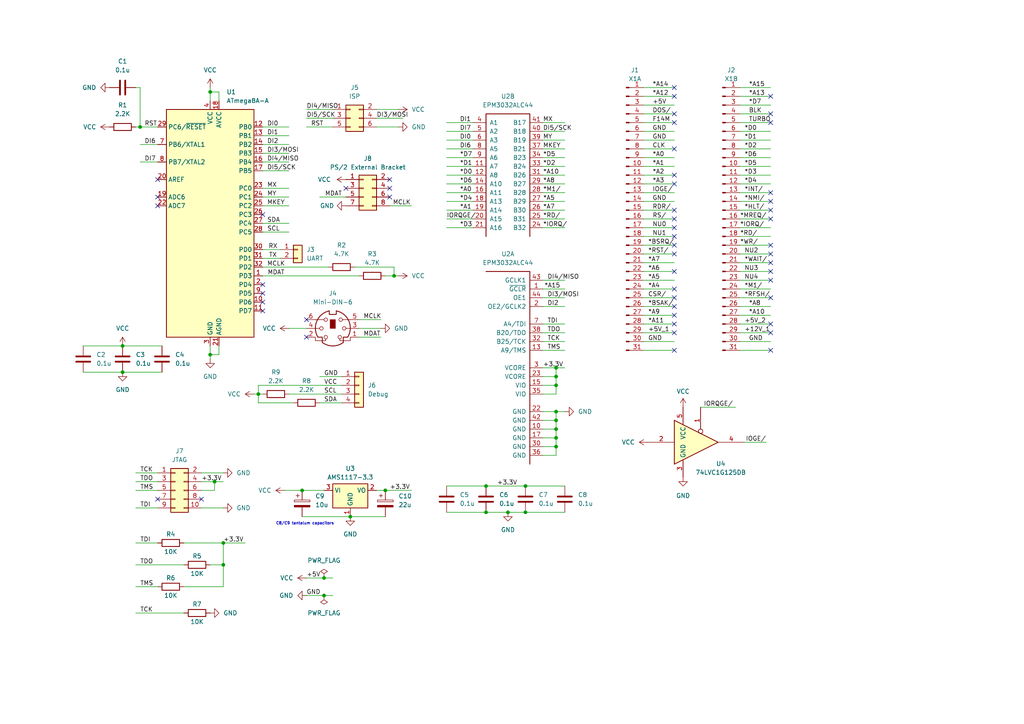
<source format=kicad_sch>
(kicad_sch (version 20230121) (generator eeschema)

  (uuid 3450efc4-f02c-4d95-a19b-bf60e75dcf1f)

  (paper "A4")

  (lib_symbols
    (symbol "74xGxx:74LVC1G125" (in_bom yes) (on_board yes)
      (property "Reference" "U" (at -10.16 7.62 0)
        (effects (font (size 1.27 1.27)))
      )
      (property "Value" "74LVC1G125" (at 2.54 -7.62 0)
        (effects (font (size 1.27 1.27)))
      )
      (property "Footprint" "" (at 0 0 0)
        (effects (font (size 1.27 1.27)) hide)
      )
      (property "Datasheet" "https://www.ti.com/lit/ds/symlink/sn74lvc1g125.pdf" (at 0 0 0)
        (effects (font (size 1.27 1.27)) hide)
      )
      (property "ki_keywords" "Single Gate Buff Tri-State LVC CMOS" (at 0 0 0)
        (effects (font (size 1.27 1.27)) hide)
      )
      (property "ki_description" "Single Buffer Gate Tri-State, Low-Voltage CMOS" (at 0 0 0)
        (effects (font (size 1.27 1.27)) hide)
      )
      (property "ki_fp_filters" "SOT?23* Texas?R-PDSO-G5?DCK* Texas?R-PDSO-N5?DRL* Texas?X2SON*0.8x0.8mm*P0.48mm*" (at 0 0 0)
        (effects (font (size 1.27 1.27)) hide)
      )
      (symbol "74LVC1G125_0_1"
        (polyline
          (pts
            (xy -7.62 6.35)
            (xy -7.62 -6.35)
            (xy 5.08 0)
            (xy -7.62 6.35)
          )
          (stroke (width 0.254) (type default))
          (fill (type background))
        )
      )
      (symbol "74LVC1G125_1_1"
        (pin input inverted (at 0 10.16 270) (length 7.62)
          (name "~" (effects (font (size 1.27 1.27))))
          (number "1" (effects (font (size 1.27 1.27))))
        )
        (pin input line (at -15.24 0 0) (length 7.62)
          (name "~" (effects (font (size 1.27 1.27))))
          (number "2" (effects (font (size 1.27 1.27))))
        )
        (pin power_in line (at -5.08 -10.16 90) (length 5.08)
          (name "GND" (effects (font (size 1.27 1.27))))
          (number "3" (effects (font (size 1.27 1.27))))
        )
        (pin tri_state line (at 12.7 0 180) (length 7.62)
          (name "~" (effects (font (size 1.27 1.27))))
          (number "4" (effects (font (size 1.27 1.27))))
        )
        (pin power_in line (at -5.08 10.16 270) (length 5.08)
          (name "VCC" (effects (font (size 1.27 1.27))))
          (number "5" (effects (font (size 1.27 1.27))))
        )
      )
    )
    (symbol "Altera:EPM3032ALC44" (pin_names (offset 1.016)) (in_bom yes) (on_board yes)
      (property "Reference" "U" (at 0 3.81 0)
        (effects (font (size 1.27 1.27)))
      )
      (property "Value" "EPM3032ALC44" (at 0 1.27 0)
        (effects (font (size 1.27 1.27)))
      )
      (property "Footprint" "IPC7351-Nominal:PLCC127P1752X1752X368-44" (at 0 17.78 0)
        (effects (font (size 1.27 1.27)) hide)
      )
      (property "Datasheet" "https://www.altera.com/content/dam/altera-www/global/en_US/pdfs/literature/ds/m3000a.pdf" (at 0 15.24 0)
        (effects (font (size 1.27 1.27)) hide)
      )
      (property "Manuf" "Altera" (at 0 10.16 0)
        (effects (font (size 1.27 1.27)) hide)
      )
      (property "BOM" "Altera EPM3032ALC44-{grade}" (at 0 12.7 0)
        (effects (font (size 1.27 1.27)) hide)
      )
      (property "MPN" "EPM3032ALC44-{grade}" (at 0 7.62 0)
        (effects (font (size 1.27 1.27)) hide)
      )
      (property "ki_locked" "" (at 0 0 0)
        (effects (font (size 1.27 1.27)))
      )
      (property "ki_description" "CPLD MAX3000A MCs:32 IOs:34 [PLCC-44]" (at 0 0 0)
        (effects (font (size 1.27 1.27)) hide)
      )
      (symbol "EPM3032ALC44_1_1"
        (polyline
          (pts
            (xy 6.35 -55.88)
            (xy 6.35 0)
            (xy -6.35 0)
          )
          (stroke (width 0.254) (type solid))
          (fill (type none))
        )
        (pin input line (at 10.16 -5.08 180) (length 3.81)
          (name "~{GCLR}" (effects (font (size 1.27 1.27))))
          (number "1" (effects (font (size 1.27 1.27))))
        )
        (pin power_in line (at 10.16 -45.72 180) (length 3.81)
          (name "GND" (effects (font (size 1.27 1.27))))
          (number "10" (effects (font (size 1.27 1.27))))
        )
        (pin tri_state line (at 10.16 -22.86 180) (length 3.81)
          (name "A9/TMS" (effects (font (size 1.27 1.27))))
          (number "13" (effects (font (size 1.27 1.27))))
        )
        (pin power_in line (at 10.16 -33.02 180) (length 3.81)
          (name "VIO" (effects (font (size 1.27 1.27))))
          (number "15" (effects (font (size 1.27 1.27))))
        )
        (pin power_in line (at 10.16 -48.26 180) (length 3.81)
          (name "GND" (effects (font (size 1.27 1.27))))
          (number "17" (effects (font (size 1.27 1.27))))
        )
        (pin input line (at 10.16 -10.16 180) (length 3.81)
          (name "OE2/GCLK2" (effects (font (size 1.27 1.27))))
          (number "2" (effects (font (size 1.27 1.27))))
        )
        (pin power_in line (at 10.16 -40.64 180) (length 3.81)
          (name "GND" (effects (font (size 1.27 1.27))))
          (number "22" (effects (font (size 1.27 1.27))))
        )
        (pin power_in line (at 10.16 -30.48 180) (length 3.81)
          (name "VCORE" (effects (font (size 1.27 1.27))))
          (number "23" (effects (font (size 1.27 1.27))))
        )
        (pin power_in line (at 10.16 -27.94 180) (length 3.81)
          (name "VCORE" (effects (font (size 1.27 1.27))))
          (number "3" (effects (font (size 1.27 1.27))))
        )
        (pin power_in line (at 10.16 -50.8 180) (length 3.81)
          (name "GND" (effects (font (size 1.27 1.27))))
          (number "30" (effects (font (size 1.27 1.27))))
        )
        (pin tri_state line (at 10.16 -20.32 180) (length 3.81)
          (name "B25/TCK" (effects (font (size 1.27 1.27))))
          (number "32" (effects (font (size 1.27 1.27))))
        )
        (pin power_in line (at 10.16 -35.56 180) (length 3.81)
          (name "VIO" (effects (font (size 1.27 1.27))))
          (number "35" (effects (font (size 1.27 1.27))))
        )
        (pin power_in line (at 10.16 -53.34 180) (length 3.81)
          (name "GND" (effects (font (size 1.27 1.27))))
          (number "36" (effects (font (size 1.27 1.27))))
        )
        (pin tri_state line (at 10.16 -17.78 180) (length 3.81)
          (name "B20/TDO" (effects (font (size 1.27 1.27))))
          (number "38" (effects (font (size 1.27 1.27))))
        )
        (pin power_in line (at 10.16 -43.18 180) (length 3.81)
          (name "GND" (effects (font (size 1.27 1.27))))
          (number "42" (effects (font (size 1.27 1.27))))
        )
        (pin input line (at 10.16 -2.54 180) (length 3.81)
          (name "GCLK1" (effects (font (size 1.27 1.27))))
          (number "43" (effects (font (size 1.27 1.27))))
        )
        (pin input line (at 10.16 -7.62 180) (length 3.81)
          (name "OE1" (effects (font (size 1.27 1.27))))
          (number "44" (effects (font (size 1.27 1.27))))
        )
        (pin tri_state line (at 10.16 -15.24 180) (length 3.81)
          (name "A4/TDI" (effects (font (size 1.27 1.27))))
          (number "7" (effects (font (size 1.27 1.27))))
        )
      )
      (symbol "EPM3032ALC44_2_1"
        (polyline
          (pts
            (xy -6.35 -35.56)
            (xy -6.35 0)
            (xy 6.35 0)
            (xy 6.35 -35.56)
          )
          (stroke (width 0.254) (type solid))
          (fill (type none))
        )
        (pin tri_state line (at -10.16 -15.24 0) (length 3.81)
          (name "A7" (effects (font (size 1.27 1.27))))
          (number "11" (effects (font (size 1.27 1.27))))
        )
        (pin tri_state line (at -10.16 -17.78 0) (length 3.81)
          (name "A8" (effects (font (size 1.27 1.27))))
          (number "12" (effects (font (size 1.27 1.27))))
        )
        (pin tri_state line (at -10.16 -20.32 0) (length 3.81)
          (name "A10" (effects (font (size 1.27 1.27))))
          (number "14" (effects (font (size 1.27 1.27))))
        )
        (pin tri_state line (at -10.16 -22.86 0) (length 3.81)
          (name "A11" (effects (font (size 1.27 1.27))))
          (number "16" (effects (font (size 1.27 1.27))))
        )
        (pin tri_state line (at -10.16 -25.4 0) (length 3.81)
          (name "A13" (effects (font (size 1.27 1.27))))
          (number "18" (effects (font (size 1.27 1.27))))
        )
        (pin tri_state line (at -10.16 -27.94 0) (length 3.81)
          (name "A14" (effects (font (size 1.27 1.27))))
          (number "19" (effects (font (size 1.27 1.27))))
        )
        (pin tri_state line (at -10.16 -30.48 0) (length 3.81)
          (name "A15" (effects (font (size 1.27 1.27))))
          (number "20" (effects (font (size 1.27 1.27))))
        )
        (pin tri_state line (at -10.16 -33.02 0) (length 3.81)
          (name "A16" (effects (font (size 1.27 1.27))))
          (number "21" (effects (font (size 1.27 1.27))))
        )
        (pin tri_state line (at 10.16 -33.02 180) (length 3.81)
          (name "B32" (effects (font (size 1.27 1.27))))
          (number "24" (effects (font (size 1.27 1.27))))
        )
        (pin tri_state line (at 10.16 -30.48 180) (length 3.81)
          (name "B31" (effects (font (size 1.27 1.27))))
          (number "25" (effects (font (size 1.27 1.27))))
        )
        (pin tri_state line (at 10.16 -27.94 180) (length 3.81)
          (name "B30" (effects (font (size 1.27 1.27))))
          (number "26" (effects (font (size 1.27 1.27))))
        )
        (pin tri_state line (at 10.16 -25.4 180) (length 3.81)
          (name "B29" (effects (font (size 1.27 1.27))))
          (number "27" (effects (font (size 1.27 1.27))))
        )
        (pin tri_state line (at 10.16 -22.86 180) (length 3.81)
          (name "B28" (effects (font (size 1.27 1.27))))
          (number "28" (effects (font (size 1.27 1.27))))
        )
        (pin tri_state line (at 10.16 -20.32 180) (length 3.81)
          (name "B27" (effects (font (size 1.27 1.27))))
          (number "29" (effects (font (size 1.27 1.27))))
        )
        (pin tri_state line (at 10.16 -17.78 180) (length 3.81)
          (name "B26" (effects (font (size 1.27 1.27))))
          (number "31" (effects (font (size 1.27 1.27))))
        )
        (pin tri_state line (at 10.16 -15.24 180) (length 3.81)
          (name "B24" (effects (font (size 1.27 1.27))))
          (number "33" (effects (font (size 1.27 1.27))))
        )
        (pin tri_state line (at 10.16 -12.7 180) (length 3.81)
          (name "B23" (effects (font (size 1.27 1.27))))
          (number "34" (effects (font (size 1.27 1.27))))
        )
        (pin tri_state line (at 10.16 -10.16 180) (length 3.81)
          (name "B21" (effects (font (size 1.27 1.27))))
          (number "37" (effects (font (size 1.27 1.27))))
        )
        (pin tri_state line (at 10.16 -7.62 180) (length 3.81)
          (name "B19" (effects (font (size 1.27 1.27))))
          (number "39" (effects (font (size 1.27 1.27))))
        )
        (pin tri_state line (at -10.16 -2.54 0) (length 3.81)
          (name "A1" (effects (font (size 1.27 1.27))))
          (number "4" (effects (font (size 1.27 1.27))))
        )
        (pin tri_state line (at 10.16 -5.08 180) (length 3.81)
          (name "B18" (effects (font (size 1.27 1.27))))
          (number "40" (effects (font (size 1.27 1.27))))
        )
        (pin tri_state line (at 10.16 -2.54 180) (length 3.81)
          (name "B17" (effects (font (size 1.27 1.27))))
          (number "41" (effects (font (size 1.27 1.27))))
        )
        (pin tri_state line (at -10.16 -5.08 0) (length 3.81)
          (name "A2" (effects (font (size 1.27 1.27))))
          (number "5" (effects (font (size 1.27 1.27))))
        )
        (pin tri_state line (at -10.16 -7.62 0) (length 3.81)
          (name "A3" (effects (font (size 1.27 1.27))))
          (number "6" (effects (font (size 1.27 1.27))))
        )
        (pin tri_state line (at -10.16 -10.16 0) (length 3.81)
          (name "A5" (effects (font (size 1.27 1.27))))
          (number "8" (effects (font (size 1.27 1.27))))
        )
        (pin tri_state line (at -10.16 -12.7 0) (length 3.81)
          (name "A6" (effects (font (size 1.27 1.27))))
          (number "9" (effects (font (size 1.27 1.27))))
        )
      )
    )
    (symbol "Connector:Conn_01x31_Male" (pin_names (offset 1.016) hide) (in_bom yes) (on_board yes)
      (property "Reference" "J" (at 0 40.64 0)
        (effects (font (size 1.27 1.27)))
      )
      (property "Value" "Conn_01x31_Male" (at 0 -40.64 0)
        (effects (font (size 1.27 1.27)))
      )
      (property "Footprint" "" (at 0 0 0)
        (effects (font (size 1.27 1.27)) hide)
      )
      (property "Datasheet" "~" (at 0 0 0)
        (effects (font (size 1.27 1.27)) hide)
      )
      (property "ki_keywords" "connector" (at 0 0 0)
        (effects (font (size 1.27 1.27)) hide)
      )
      (property "ki_description" "Generic connector, single row, 01x31, script generated (kicad-library-utils/schlib/autogen/connector/)" (at 0 0 0)
        (effects (font (size 1.27 1.27)) hide)
      )
      (property "ki_fp_filters" "Connector*:*_1x??_*" (at 0 0 0)
        (effects (font (size 1.27 1.27)) hide)
      )
      (symbol "Conn_01x31_Male_1_1"
        (polyline
          (pts
            (xy 1.27 -38.1)
            (xy 0.8636 -38.1)
          )
          (stroke (width 0.1524) (type default))
          (fill (type none))
        )
        (polyline
          (pts
            (xy 1.27 -35.56)
            (xy 0.8636 -35.56)
          )
          (stroke (width 0.1524) (type default))
          (fill (type none))
        )
        (polyline
          (pts
            (xy 1.27 -33.02)
            (xy 0.8636 -33.02)
          )
          (stroke (width 0.1524) (type default))
          (fill (type none))
        )
        (polyline
          (pts
            (xy 1.27 -30.48)
            (xy 0.8636 -30.48)
          )
          (stroke (width 0.1524) (type default))
          (fill (type none))
        )
        (polyline
          (pts
            (xy 1.27 -27.94)
            (xy 0.8636 -27.94)
          )
          (stroke (width 0.1524) (type default))
          (fill (type none))
        )
        (polyline
          (pts
            (xy 1.27 -25.4)
            (xy 0.8636 -25.4)
          )
          (stroke (width 0.1524) (type default))
          (fill (type none))
        )
        (polyline
          (pts
            (xy 1.27 -22.86)
            (xy 0.8636 -22.86)
          )
          (stroke (width 0.1524) (type default))
          (fill (type none))
        )
        (polyline
          (pts
            (xy 1.27 -20.32)
            (xy 0.8636 -20.32)
          )
          (stroke (width 0.1524) (type default))
          (fill (type none))
        )
        (polyline
          (pts
            (xy 1.27 -17.78)
            (xy 0.8636 -17.78)
          )
          (stroke (width 0.1524) (type default))
          (fill (type none))
        )
        (polyline
          (pts
            (xy 1.27 -15.24)
            (xy 0.8636 -15.24)
          )
          (stroke (width 0.1524) (type default))
          (fill (type none))
        )
        (polyline
          (pts
            (xy 1.27 -12.7)
            (xy 0.8636 -12.7)
          )
          (stroke (width 0.1524) (type default))
          (fill (type none))
        )
        (polyline
          (pts
            (xy 1.27 -10.16)
            (xy 0.8636 -10.16)
          )
          (stroke (width 0.1524) (type default))
          (fill (type none))
        )
        (polyline
          (pts
            (xy 1.27 -7.62)
            (xy 0.8636 -7.62)
          )
          (stroke (width 0.1524) (type default))
          (fill (type none))
        )
        (polyline
          (pts
            (xy 1.27 -5.08)
            (xy 0.8636 -5.08)
          )
          (stroke (width 0.1524) (type default))
          (fill (type none))
        )
        (polyline
          (pts
            (xy 1.27 -2.54)
            (xy 0.8636 -2.54)
          )
          (stroke (width 0.1524) (type default))
          (fill (type none))
        )
        (polyline
          (pts
            (xy 1.27 0)
            (xy 0.8636 0)
          )
          (stroke (width 0.1524) (type default))
          (fill (type none))
        )
        (polyline
          (pts
            (xy 1.27 2.54)
            (xy 0.8636 2.54)
          )
          (stroke (width 0.1524) (type default))
          (fill (type none))
        )
        (polyline
          (pts
            (xy 1.27 5.08)
            (xy 0.8636 5.08)
          )
          (stroke (width 0.1524) (type default))
          (fill (type none))
        )
        (polyline
          (pts
            (xy 1.27 7.62)
            (xy 0.8636 7.62)
          )
          (stroke (width 0.1524) (type default))
          (fill (type none))
        )
        (polyline
          (pts
            (xy 1.27 10.16)
            (xy 0.8636 10.16)
          )
          (stroke (width 0.1524) (type default))
          (fill (type none))
        )
        (polyline
          (pts
            (xy 1.27 12.7)
            (xy 0.8636 12.7)
          )
          (stroke (width 0.1524) (type default))
          (fill (type none))
        )
        (polyline
          (pts
            (xy 1.27 15.24)
            (xy 0.8636 15.24)
          )
          (stroke (width 0.1524) (type default))
          (fill (type none))
        )
        (polyline
          (pts
            (xy 1.27 17.78)
            (xy 0.8636 17.78)
          )
          (stroke (width 0.1524) (type default))
          (fill (type none))
        )
        (polyline
          (pts
            (xy 1.27 20.32)
            (xy 0.8636 20.32)
          )
          (stroke (width 0.1524) (type default))
          (fill (type none))
        )
        (polyline
          (pts
            (xy 1.27 22.86)
            (xy 0.8636 22.86)
          )
          (stroke (width 0.1524) (type default))
          (fill (type none))
        )
        (polyline
          (pts
            (xy 1.27 25.4)
            (xy 0.8636 25.4)
          )
          (stroke (width 0.1524) (type default))
          (fill (type none))
        )
        (polyline
          (pts
            (xy 1.27 27.94)
            (xy 0.8636 27.94)
          )
          (stroke (width 0.1524) (type default))
          (fill (type none))
        )
        (polyline
          (pts
            (xy 1.27 30.48)
            (xy 0.8636 30.48)
          )
          (stroke (width 0.1524) (type default))
          (fill (type none))
        )
        (polyline
          (pts
            (xy 1.27 33.02)
            (xy 0.8636 33.02)
          )
          (stroke (width 0.1524) (type default))
          (fill (type none))
        )
        (polyline
          (pts
            (xy 1.27 35.56)
            (xy 0.8636 35.56)
          )
          (stroke (width 0.1524) (type default))
          (fill (type none))
        )
        (polyline
          (pts
            (xy 1.27 38.1)
            (xy 0.8636 38.1)
          )
          (stroke (width 0.1524) (type default))
          (fill (type none))
        )
        (rectangle (start 0.8636 -37.973) (end 0 -38.227)
          (stroke (width 0.1524) (type default))
          (fill (type outline))
        )
        (rectangle (start 0.8636 -35.433) (end 0 -35.687)
          (stroke (width 0.1524) (type default))
          (fill (type outline))
        )
        (rectangle (start 0.8636 -32.893) (end 0 -33.147)
          (stroke (width 0.1524) (type default))
          (fill (type outline))
        )
        (rectangle (start 0.8636 -30.353) (end 0 -30.607)
          (stroke (width 0.1524) (type default))
          (fill (type outline))
        )
        (rectangle (start 0.8636 -27.813) (end 0 -28.067)
          (stroke (width 0.1524) (type default))
          (fill (type outline))
        )
        (rectangle (start 0.8636 -25.273) (end 0 -25.527)
          (stroke (width 0.1524) (type default))
          (fill (type outline))
        )
        (rectangle (start 0.8636 -22.733) (end 0 -22.987)
          (stroke (width 0.1524) (type default))
          (fill (type outline))
        )
        (rectangle (start 0.8636 -20.193) (end 0 -20.447)
          (stroke (width 0.1524) (type default))
          (fill (type outline))
        )
        (rectangle (start 0.8636 -17.653) (end 0 -17.907)
          (stroke (width 0.1524) (type default))
          (fill (type outline))
        )
        (rectangle (start 0.8636 -15.113) (end 0 -15.367)
          (stroke (width 0.1524) (type default))
          (fill (type outline))
        )
        (rectangle (start 0.8636 -12.573) (end 0 -12.827)
          (stroke (width 0.1524) (type default))
          (fill (type outline))
        )
        (rectangle (start 0.8636 -10.033) (end 0 -10.287)
          (stroke (width 0.1524) (type default))
          (fill (type outline))
        )
        (rectangle (start 0.8636 -7.493) (end 0 -7.747)
          (stroke (width 0.1524) (type default))
          (fill (type outline))
        )
        (rectangle (start 0.8636 -4.953) (end 0 -5.207)
          (stroke (width 0.1524) (type default))
          (fill (type outline))
        )
        (rectangle (start 0.8636 -2.413) (end 0 -2.667)
          (stroke (width 0.1524) (type default))
          (fill (type outline))
        )
        (rectangle (start 0.8636 0.127) (end 0 -0.127)
          (stroke (width 0.1524) (type default))
          (fill (type outline))
        )
        (rectangle (start 0.8636 2.667) (end 0 2.413)
          (stroke (width 0.1524) (type default))
          (fill (type outline))
        )
        (rectangle (start 0.8636 5.207) (end 0 4.953)
          (stroke (width 0.1524) (type default))
          (fill (type outline))
        )
        (rectangle (start 0.8636 7.747) (end 0 7.493)
          (stroke (width 0.1524) (type default))
          (fill (type outline))
        )
        (rectangle (start 0.8636 10.287) (end 0 10.033)
          (stroke (width 0.1524) (type default))
          (fill (type outline))
        )
        (rectangle (start 0.8636 12.827) (end 0 12.573)
          (stroke (width 0.1524) (type default))
          (fill (type outline))
        )
        (rectangle (start 0.8636 15.367) (end 0 15.113)
          (stroke (width 0.1524) (type default))
          (fill (type outline))
        )
        (rectangle (start 0.8636 17.907) (end 0 17.653)
          (stroke (width 0.1524) (type default))
          (fill (type outline))
        )
        (rectangle (start 0.8636 20.447) (end 0 20.193)
          (stroke (width 0.1524) (type default))
          (fill (type outline))
        )
        (rectangle (start 0.8636 22.987) (end 0 22.733)
          (stroke (width 0.1524) (type default))
          (fill (type outline))
        )
        (rectangle (start 0.8636 25.527) (end 0 25.273)
          (stroke (width 0.1524) (type default))
          (fill (type outline))
        )
        (rectangle (start 0.8636 28.067) (end 0 27.813)
          (stroke (width 0.1524) (type default))
          (fill (type outline))
        )
        (rectangle (start 0.8636 30.607) (end 0 30.353)
          (stroke (width 0.1524) (type default))
          (fill (type outline))
        )
        (rectangle (start 0.8636 33.147) (end 0 32.893)
          (stroke (width 0.1524) (type default))
          (fill (type outline))
        )
        (rectangle (start 0.8636 35.687) (end 0 35.433)
          (stroke (width 0.1524) (type default))
          (fill (type outline))
        )
        (rectangle (start 0.8636 38.227) (end 0 37.973)
          (stroke (width 0.1524) (type default))
          (fill (type outline))
        )
        (pin passive line (at 5.08 38.1 180) (length 3.81)
          (name "Pin_1" (effects (font (size 1.27 1.27))))
          (number "1" (effects (font (size 1.27 1.27))))
        )
        (pin passive line (at 5.08 15.24 180) (length 3.81)
          (name "Pin_10" (effects (font (size 1.27 1.27))))
          (number "10" (effects (font (size 1.27 1.27))))
        )
        (pin passive line (at 5.08 12.7 180) (length 3.81)
          (name "Pin_11" (effects (font (size 1.27 1.27))))
          (number "11" (effects (font (size 1.27 1.27))))
        )
        (pin passive line (at 5.08 10.16 180) (length 3.81)
          (name "Pin_12" (effects (font (size 1.27 1.27))))
          (number "12" (effects (font (size 1.27 1.27))))
        )
        (pin passive line (at 5.08 7.62 180) (length 3.81)
          (name "Pin_13" (effects (font (size 1.27 1.27))))
          (number "13" (effects (font (size 1.27 1.27))))
        )
        (pin passive line (at 5.08 5.08 180) (length 3.81)
          (name "Pin_14" (effects (font (size 1.27 1.27))))
          (number "14" (effects (font (size 1.27 1.27))))
        )
        (pin passive line (at 5.08 2.54 180) (length 3.81)
          (name "Pin_15" (effects (font (size 1.27 1.27))))
          (number "15" (effects (font (size 1.27 1.27))))
        )
        (pin passive line (at 5.08 0 180) (length 3.81)
          (name "Pin_16" (effects (font (size 1.27 1.27))))
          (number "16" (effects (font (size 1.27 1.27))))
        )
        (pin passive line (at 5.08 -2.54 180) (length 3.81)
          (name "Pin_17" (effects (font (size 1.27 1.27))))
          (number "17" (effects (font (size 1.27 1.27))))
        )
        (pin passive line (at 5.08 -5.08 180) (length 3.81)
          (name "Pin_18" (effects (font (size 1.27 1.27))))
          (number "18" (effects (font (size 1.27 1.27))))
        )
        (pin passive line (at 5.08 -7.62 180) (length 3.81)
          (name "Pin_19" (effects (font (size 1.27 1.27))))
          (number "19" (effects (font (size 1.27 1.27))))
        )
        (pin passive line (at 5.08 35.56 180) (length 3.81)
          (name "Pin_2" (effects (font (size 1.27 1.27))))
          (number "2" (effects (font (size 1.27 1.27))))
        )
        (pin passive line (at 5.08 -10.16 180) (length 3.81)
          (name "Pin_20" (effects (font (size 1.27 1.27))))
          (number "20" (effects (font (size 1.27 1.27))))
        )
        (pin passive line (at 5.08 -12.7 180) (length 3.81)
          (name "Pin_21" (effects (font (size 1.27 1.27))))
          (number "21" (effects (font (size 1.27 1.27))))
        )
        (pin passive line (at 5.08 -15.24 180) (length 3.81)
          (name "Pin_22" (effects (font (size 1.27 1.27))))
          (number "22" (effects (font (size 1.27 1.27))))
        )
        (pin passive line (at 5.08 -17.78 180) (length 3.81)
          (name "Pin_23" (effects (font (size 1.27 1.27))))
          (number "23" (effects (font (size 1.27 1.27))))
        )
        (pin passive line (at 5.08 -20.32 180) (length 3.81)
          (name "Pin_24" (effects (font (size 1.27 1.27))))
          (number "24" (effects (font (size 1.27 1.27))))
        )
        (pin passive line (at 5.08 -22.86 180) (length 3.81)
          (name "Pin_25" (effects (font (size 1.27 1.27))))
          (number "25" (effects (font (size 1.27 1.27))))
        )
        (pin passive line (at 5.08 -25.4 180) (length 3.81)
          (name "Pin_26" (effects (font (size 1.27 1.27))))
          (number "26" (effects (font (size 1.27 1.27))))
        )
        (pin passive line (at 5.08 -27.94 180) (length 3.81)
          (name "Pin_27" (effects (font (size 1.27 1.27))))
          (number "27" (effects (font (size 1.27 1.27))))
        )
        (pin passive line (at 5.08 -30.48 180) (length 3.81)
          (name "Pin_28" (effects (font (size 1.27 1.27))))
          (number "28" (effects (font (size 1.27 1.27))))
        )
        (pin passive line (at 5.08 -33.02 180) (length 3.81)
          (name "Pin_29" (effects (font (size 1.27 1.27))))
          (number "29" (effects (font (size 1.27 1.27))))
        )
        (pin passive line (at 5.08 33.02 180) (length 3.81)
          (name "Pin_3" (effects (font (size 1.27 1.27))))
          (number "3" (effects (font (size 1.27 1.27))))
        )
        (pin passive line (at 5.08 -35.56 180) (length 3.81)
          (name "Pin_30" (effects (font (size 1.27 1.27))))
          (number "30" (effects (font (size 1.27 1.27))))
        )
        (pin passive line (at 5.08 -38.1 180) (length 3.81)
          (name "Pin_31" (effects (font (size 1.27 1.27))))
          (number "31" (effects (font (size 1.27 1.27))))
        )
        (pin passive line (at 5.08 30.48 180) (length 3.81)
          (name "Pin_4" (effects (font (size 1.27 1.27))))
          (number "4" (effects (font (size 1.27 1.27))))
        )
        (pin passive line (at 5.08 27.94 180) (length 3.81)
          (name "Pin_5" (effects (font (size 1.27 1.27))))
          (number "5" (effects (font (size 1.27 1.27))))
        )
        (pin passive line (at 5.08 25.4 180) (length 3.81)
          (name "Pin_6" (effects (font (size 1.27 1.27))))
          (number "6" (effects (font (size 1.27 1.27))))
        )
        (pin passive line (at 5.08 22.86 180) (length 3.81)
          (name "Pin_7" (effects (font (size 1.27 1.27))))
          (number "7" (effects (font (size 1.27 1.27))))
        )
        (pin passive line (at 5.08 20.32 180) (length 3.81)
          (name "Pin_8" (effects (font (size 1.27 1.27))))
          (number "8" (effects (font (size 1.27 1.27))))
        )
        (pin passive line (at 5.08 17.78 180) (length 3.81)
          (name "Pin_9" (effects (font (size 1.27 1.27))))
          (number "9" (effects (font (size 1.27 1.27))))
        )
      )
    )
    (symbol "Connector:Mini-DIN-6" (pin_names (offset 1.016)) (in_bom yes) (on_board yes)
      (property "Reference" "J" (at 0 6.35 0)
        (effects (font (size 1.27 1.27)))
      )
      (property "Value" "Mini-DIN-6" (at 0 -6.35 0)
        (effects (font (size 1.27 1.27)))
      )
      (property "Footprint" "" (at 0 0 0)
        (effects (font (size 1.27 1.27)) hide)
      )
      (property "Datasheet" "http://service.powerdynamics.com/ec/Catalog17/Section%2011.pdf" (at 0 0 0)
        (effects (font (size 1.27 1.27)) hide)
      )
      (property "ki_keywords" "Mini-DIN" (at 0 0 0)
        (effects (font (size 1.27 1.27)) hide)
      )
      (property "ki_description" "6-pin Mini-DIN connector" (at 0 0 0)
        (effects (font (size 1.27 1.27)) hide)
      )
      (property "ki_fp_filters" "MINI?DIN*" (at 0 0 0)
        (effects (font (size 1.27 1.27)) hide)
      )
      (symbol "Mini-DIN-6_0_1"
        (circle (center -3.302 0) (radius 0.508)
          (stroke (width 0) (type default))
          (fill (type none))
        )
        (arc (start -3.048 -4.064) (mid 0 -5.08) (end 3.048 -4.064)
          (stroke (width 0.254) (type default))
          (fill (type none))
        )
        (circle (center -2.032 -2.54) (radius 0.508)
          (stroke (width 0) (type default))
          (fill (type none))
        )
        (circle (center -2.032 2.54) (radius 0.508)
          (stroke (width 0) (type default))
          (fill (type none))
        )
        (arc (start -1.016 5.08) (mid -4.6228 2.1214) (end -4.318 -2.54)
          (stroke (width 0.254) (type default))
          (fill (type none))
        )
        (rectangle (start -0.762 2.54) (end 0.762 0)
          (stroke (width 0) (type default))
          (fill (type outline))
        )
        (polyline
          (pts
            (xy -3.81 0)
            (xy -5.08 0)
          )
          (stroke (width 0) (type default))
          (fill (type none))
        )
        (polyline
          (pts
            (xy -2.54 2.54)
            (xy -5.08 2.54)
          )
          (stroke (width 0) (type default))
          (fill (type none))
        )
        (polyline
          (pts
            (xy 2.794 2.54)
            (xy 5.08 2.54)
          )
          (stroke (width 0) (type default))
          (fill (type none))
        )
        (polyline
          (pts
            (xy 5.08 0)
            (xy 3.81 0)
          )
          (stroke (width 0) (type default))
          (fill (type none))
        )
        (polyline
          (pts
            (xy -4.318 -2.54)
            (xy -3.048 -2.54)
            (xy -3.048 -4.064)
          )
          (stroke (width 0.254) (type default))
          (fill (type none))
        )
        (polyline
          (pts
            (xy 4.318 -2.54)
            (xy 3.048 -2.54)
            (xy 3.048 -4.064)
          )
          (stroke (width 0.254) (type default))
          (fill (type none))
        )
        (polyline
          (pts
            (xy -2.032 -3.048)
            (xy -2.032 -3.556)
            (xy -5.08 -3.556)
            (xy -5.08 -2.54)
          )
          (stroke (width 0) (type default))
          (fill (type none))
        )
        (polyline
          (pts
            (xy -1.016 5.08)
            (xy -1.016 4.064)
            (xy 1.016 4.064)
            (xy 1.016 5.08)
          )
          (stroke (width 0.254) (type default))
          (fill (type none))
        )
        (polyline
          (pts
            (xy 2.032 -3.048)
            (xy 2.032 -3.556)
            (xy 5.08 -3.556)
            (xy 5.08 -2.54)
          )
          (stroke (width 0) (type default))
          (fill (type none))
        )
        (circle (center 2.032 -2.54) (radius 0.508)
          (stroke (width 0) (type default))
          (fill (type none))
        )
        (circle (center 2.286 2.54) (radius 0.508)
          (stroke (width 0) (type default))
          (fill (type none))
        )
        (circle (center 3.302 0) (radius 0.508)
          (stroke (width 0) (type default))
          (fill (type none))
        )
        (arc (start 4.318 -2.54) (mid 4.6661 2.1322) (end 1.016 5.08)
          (stroke (width 0.254) (type default))
          (fill (type none))
        )
      )
      (symbol "Mini-DIN-6_1_1"
        (pin passive line (at 7.62 -2.54 180) (length 2.54)
          (name "~" (effects (font (size 1.27 1.27))))
          (number "1" (effects (font (size 1.27 1.27))))
        )
        (pin passive line (at -7.62 -2.54 0) (length 2.54)
          (name "~" (effects (font (size 1.27 1.27))))
          (number "2" (effects (font (size 1.27 1.27))))
        )
        (pin passive line (at 7.62 0 180) (length 2.54)
          (name "~" (effects (font (size 1.27 1.27))))
          (number "3" (effects (font (size 1.27 1.27))))
        )
        (pin passive line (at -7.62 0 0) (length 2.54)
          (name "~" (effects (font (size 1.27 1.27))))
          (number "4" (effects (font (size 1.27 1.27))))
        )
        (pin passive line (at 7.62 2.54 180) (length 2.54)
          (name "~" (effects (font (size 1.27 1.27))))
          (number "5" (effects (font (size 1.27 1.27))))
        )
        (pin passive line (at -7.62 2.54 0) (length 2.54)
          (name "~" (effects (font (size 1.27 1.27))))
          (number "6" (effects (font (size 1.27 1.27))))
        )
      )
    )
    (symbol "Connector_Generic:Conn_01x02" (pin_names (offset 1.016) hide) (in_bom yes) (on_board yes)
      (property "Reference" "J" (at 0 2.54 0)
        (effects (font (size 1.27 1.27)))
      )
      (property "Value" "Conn_01x02" (at 0 -5.08 0)
        (effects (font (size 1.27 1.27)))
      )
      (property "Footprint" "" (at 0 0 0)
        (effects (font (size 1.27 1.27)) hide)
      )
      (property "Datasheet" "~" (at 0 0 0)
        (effects (font (size 1.27 1.27)) hide)
      )
      (property "ki_keywords" "connector" (at 0 0 0)
        (effects (font (size 1.27 1.27)) hide)
      )
      (property "ki_description" "Generic connector, single row, 01x02, script generated (kicad-library-utils/schlib/autogen/connector/)" (at 0 0 0)
        (effects (font (size 1.27 1.27)) hide)
      )
      (property "ki_fp_filters" "Connector*:*_1x??_*" (at 0 0 0)
        (effects (font (size 1.27 1.27)) hide)
      )
      (symbol "Conn_01x02_1_1"
        (rectangle (start -1.27 -2.413) (end 0 -2.667)
          (stroke (width 0.1524) (type default))
          (fill (type none))
        )
        (rectangle (start -1.27 0.127) (end 0 -0.127)
          (stroke (width 0.1524) (type default))
          (fill (type none))
        )
        (rectangle (start -1.27 1.27) (end 1.27 -3.81)
          (stroke (width 0.254) (type default))
          (fill (type background))
        )
        (pin passive line (at -5.08 0 0) (length 3.81)
          (name "Pin_1" (effects (font (size 1.27 1.27))))
          (number "1" (effects (font (size 1.27 1.27))))
        )
        (pin passive line (at -5.08 -2.54 0) (length 3.81)
          (name "Pin_2" (effects (font (size 1.27 1.27))))
          (number "2" (effects (font (size 1.27 1.27))))
        )
      )
    )
    (symbol "Connector_Generic:Conn_01x04" (pin_names (offset 1.016) hide) (in_bom yes) (on_board yes)
      (property "Reference" "J" (at 0 5.08 0)
        (effects (font (size 1.27 1.27)))
      )
      (property "Value" "Conn_01x04" (at 0 -7.62 0)
        (effects (font (size 1.27 1.27)))
      )
      (property "Footprint" "" (at 0 0 0)
        (effects (font (size 1.27 1.27)) hide)
      )
      (property "Datasheet" "~" (at 0 0 0)
        (effects (font (size 1.27 1.27)) hide)
      )
      (property "ki_keywords" "connector" (at 0 0 0)
        (effects (font (size 1.27 1.27)) hide)
      )
      (property "ki_description" "Generic connector, single row, 01x04, script generated (kicad-library-utils/schlib/autogen/connector/)" (at 0 0 0)
        (effects (font (size 1.27 1.27)) hide)
      )
      (property "ki_fp_filters" "Connector*:*_1x??_*" (at 0 0 0)
        (effects (font (size 1.27 1.27)) hide)
      )
      (symbol "Conn_01x04_1_1"
        (rectangle (start -1.27 -4.953) (end 0 -5.207)
          (stroke (width 0.1524) (type default))
          (fill (type none))
        )
        (rectangle (start -1.27 -2.413) (end 0 -2.667)
          (stroke (width 0.1524) (type default))
          (fill (type none))
        )
        (rectangle (start -1.27 0.127) (end 0 -0.127)
          (stroke (width 0.1524) (type default))
          (fill (type none))
        )
        (rectangle (start -1.27 2.667) (end 0 2.413)
          (stroke (width 0.1524) (type default))
          (fill (type none))
        )
        (rectangle (start -1.27 3.81) (end 1.27 -6.35)
          (stroke (width 0.254) (type default))
          (fill (type background))
        )
        (pin passive line (at -5.08 2.54 0) (length 3.81)
          (name "Pin_1" (effects (font (size 1.27 1.27))))
          (number "1" (effects (font (size 1.27 1.27))))
        )
        (pin passive line (at -5.08 0 0) (length 3.81)
          (name "Pin_2" (effects (font (size 1.27 1.27))))
          (number "2" (effects (font (size 1.27 1.27))))
        )
        (pin passive line (at -5.08 -2.54 0) (length 3.81)
          (name "Pin_3" (effects (font (size 1.27 1.27))))
          (number "3" (effects (font (size 1.27 1.27))))
        )
        (pin passive line (at -5.08 -5.08 0) (length 3.81)
          (name "Pin_4" (effects (font (size 1.27 1.27))))
          (number "4" (effects (font (size 1.27 1.27))))
        )
      )
    )
    (symbol "Connector_Generic:Conn_02x03_Odd_Even" (pin_names (offset 1.016) hide) (in_bom yes) (on_board yes)
      (property "Reference" "J" (at 1.27 5.08 0)
        (effects (font (size 1.27 1.27)))
      )
      (property "Value" "Conn_02x03_Odd_Even" (at 1.27 -5.08 0)
        (effects (font (size 1.27 1.27)))
      )
      (property "Footprint" "" (at 0 0 0)
        (effects (font (size 1.27 1.27)) hide)
      )
      (property "Datasheet" "~" (at 0 0 0)
        (effects (font (size 1.27 1.27)) hide)
      )
      (property "ki_keywords" "connector" (at 0 0 0)
        (effects (font (size 1.27 1.27)) hide)
      )
      (property "ki_description" "Generic connector, double row, 02x03, odd/even pin numbering scheme (row 1 odd numbers, row 2 even numbers), script generated (kicad-library-utils/schlib/autogen/connector/)" (at 0 0 0)
        (effects (font (size 1.27 1.27)) hide)
      )
      (property "ki_fp_filters" "Connector*:*_2x??_*" (at 0 0 0)
        (effects (font (size 1.27 1.27)) hide)
      )
      (symbol "Conn_02x03_Odd_Even_1_1"
        (rectangle (start -1.27 -2.413) (end 0 -2.667)
          (stroke (width 0.1524) (type default))
          (fill (type none))
        )
        (rectangle (start -1.27 0.127) (end 0 -0.127)
          (stroke (width 0.1524) (type default))
          (fill (type none))
        )
        (rectangle (start -1.27 2.667) (end 0 2.413)
          (stroke (width 0.1524) (type default))
          (fill (type none))
        )
        (rectangle (start -1.27 3.81) (end 3.81 -3.81)
          (stroke (width 0.254) (type default))
          (fill (type background))
        )
        (rectangle (start 3.81 -2.413) (end 2.54 -2.667)
          (stroke (width 0.1524) (type default))
          (fill (type none))
        )
        (rectangle (start 3.81 0.127) (end 2.54 -0.127)
          (stroke (width 0.1524) (type default))
          (fill (type none))
        )
        (rectangle (start 3.81 2.667) (end 2.54 2.413)
          (stroke (width 0.1524) (type default))
          (fill (type none))
        )
        (pin passive line (at -5.08 2.54 0) (length 3.81)
          (name "Pin_1" (effects (font (size 1.27 1.27))))
          (number "1" (effects (font (size 1.27 1.27))))
        )
        (pin passive line (at 7.62 2.54 180) (length 3.81)
          (name "Pin_2" (effects (font (size 1.27 1.27))))
          (number "2" (effects (font (size 1.27 1.27))))
        )
        (pin passive line (at -5.08 0 0) (length 3.81)
          (name "Pin_3" (effects (font (size 1.27 1.27))))
          (number "3" (effects (font (size 1.27 1.27))))
        )
        (pin passive line (at 7.62 0 180) (length 3.81)
          (name "Pin_4" (effects (font (size 1.27 1.27))))
          (number "4" (effects (font (size 1.27 1.27))))
        )
        (pin passive line (at -5.08 -2.54 0) (length 3.81)
          (name "Pin_5" (effects (font (size 1.27 1.27))))
          (number "5" (effects (font (size 1.27 1.27))))
        )
        (pin passive line (at 7.62 -2.54 180) (length 3.81)
          (name "Pin_6" (effects (font (size 1.27 1.27))))
          (number "6" (effects (font (size 1.27 1.27))))
        )
      )
    )
    (symbol "Connector_Generic:Conn_02x04_Odd_Even" (pin_names (offset 1.016) hide) (in_bom yes) (on_board yes)
      (property "Reference" "J" (at 1.27 5.08 0)
        (effects (font (size 1.27 1.27)))
      )
      (property "Value" "Conn_02x04_Odd_Even" (at 1.27 -7.62 0)
        (effects (font (size 1.27 1.27)))
      )
      (property "Footprint" "" (at 0 0 0)
        (effects (font (size 1.27 1.27)) hide)
      )
      (property "Datasheet" "~" (at 0 0 0)
        (effects (font (size 1.27 1.27)) hide)
      )
      (property "ki_keywords" "connector" (at 0 0 0)
        (effects (font (size 1.27 1.27)) hide)
      )
      (property "ki_description" "Generic connector, double row, 02x04, odd/even pin numbering scheme (row 1 odd numbers, row 2 even numbers), script generated (kicad-library-utils/schlib/autogen/connector/)" (at 0 0 0)
        (effects (font (size 1.27 1.27)) hide)
      )
      (property "ki_fp_filters" "Connector*:*_2x??_*" (at 0 0 0)
        (effects (font (size 1.27 1.27)) hide)
      )
      (symbol "Conn_02x04_Odd_Even_1_1"
        (rectangle (start -1.27 -4.953) (end 0 -5.207)
          (stroke (width 0.1524) (type default))
          (fill (type none))
        )
        (rectangle (start -1.27 -2.413) (end 0 -2.667)
          (stroke (width 0.1524) (type default))
          (fill (type none))
        )
        (rectangle (start -1.27 0.127) (end 0 -0.127)
          (stroke (width 0.1524) (type default))
          (fill (type none))
        )
        (rectangle (start -1.27 2.667) (end 0 2.413)
          (stroke (width 0.1524) (type default))
          (fill (type none))
        )
        (rectangle (start -1.27 3.81) (end 3.81 -6.35)
          (stroke (width 0.254) (type default))
          (fill (type background))
        )
        (rectangle (start 3.81 -4.953) (end 2.54 -5.207)
          (stroke (width 0.1524) (type default))
          (fill (type none))
        )
        (rectangle (start 3.81 -2.413) (end 2.54 -2.667)
          (stroke (width 0.1524) (type default))
          (fill (type none))
        )
        (rectangle (start 3.81 0.127) (end 2.54 -0.127)
          (stroke (width 0.1524) (type default))
          (fill (type none))
        )
        (rectangle (start 3.81 2.667) (end 2.54 2.413)
          (stroke (width 0.1524) (type default))
          (fill (type none))
        )
        (pin passive line (at -5.08 2.54 0) (length 3.81)
          (name "Pin_1" (effects (font (size 1.27 1.27))))
          (number "1" (effects (font (size 1.27 1.27))))
        )
        (pin passive line (at 7.62 2.54 180) (length 3.81)
          (name "Pin_2" (effects (font (size 1.27 1.27))))
          (number "2" (effects (font (size 1.27 1.27))))
        )
        (pin passive line (at -5.08 0 0) (length 3.81)
          (name "Pin_3" (effects (font (size 1.27 1.27))))
          (number "3" (effects (font (size 1.27 1.27))))
        )
        (pin passive line (at 7.62 0 180) (length 3.81)
          (name "Pin_4" (effects (font (size 1.27 1.27))))
          (number "4" (effects (font (size 1.27 1.27))))
        )
        (pin passive line (at -5.08 -2.54 0) (length 3.81)
          (name "Pin_5" (effects (font (size 1.27 1.27))))
          (number "5" (effects (font (size 1.27 1.27))))
        )
        (pin passive line (at 7.62 -2.54 180) (length 3.81)
          (name "Pin_6" (effects (font (size 1.27 1.27))))
          (number "6" (effects (font (size 1.27 1.27))))
        )
        (pin passive line (at -5.08 -5.08 0) (length 3.81)
          (name "Pin_7" (effects (font (size 1.27 1.27))))
          (number "7" (effects (font (size 1.27 1.27))))
        )
        (pin passive line (at 7.62 -5.08 180) (length 3.81)
          (name "Pin_8" (effects (font (size 1.27 1.27))))
          (number "8" (effects (font (size 1.27 1.27))))
        )
      )
    )
    (symbol "Connector_Generic:Conn_02x05_Odd_Even" (pin_names (offset 1.016) hide) (in_bom yes) (on_board yes)
      (property "Reference" "J" (at 1.27 7.62 0)
        (effects (font (size 1.27 1.27)))
      )
      (property "Value" "Conn_02x05_Odd_Even" (at 1.27 -7.62 0)
        (effects (font (size 1.27 1.27)))
      )
      (property "Footprint" "" (at 0 0 0)
        (effects (font (size 1.27 1.27)) hide)
      )
      (property "Datasheet" "~" (at 0 0 0)
        (effects (font (size 1.27 1.27)) hide)
      )
      (property "ki_keywords" "connector" (at 0 0 0)
        (effects (font (size 1.27 1.27)) hide)
      )
      (property "ki_description" "Generic connector, double row, 02x05, odd/even pin numbering scheme (row 1 odd numbers, row 2 even numbers), script generated (kicad-library-utils/schlib/autogen/connector/)" (at 0 0 0)
        (effects (font (size 1.27 1.27)) hide)
      )
      (property "ki_fp_filters" "Connector*:*_2x??_*" (at 0 0 0)
        (effects (font (size 1.27 1.27)) hide)
      )
      (symbol "Conn_02x05_Odd_Even_1_1"
        (rectangle (start -1.27 -4.953) (end 0 -5.207)
          (stroke (width 0.1524) (type default))
          (fill (type none))
        )
        (rectangle (start -1.27 -2.413) (end 0 -2.667)
          (stroke (width 0.1524) (type default))
          (fill (type none))
        )
        (rectangle (start -1.27 0.127) (end 0 -0.127)
          (stroke (width 0.1524) (type default))
          (fill (type none))
        )
        (rectangle (start -1.27 2.667) (end 0 2.413)
          (stroke (width 0.1524) (type default))
          (fill (type none))
        )
        (rectangle (start -1.27 5.207) (end 0 4.953)
          (stroke (width 0.1524) (type default))
          (fill (type none))
        )
        (rectangle (start -1.27 6.35) (end 3.81 -6.35)
          (stroke (width 0.254) (type default))
          (fill (type background))
        )
        (rectangle (start 3.81 -4.953) (end 2.54 -5.207)
          (stroke (width 0.1524) (type default))
          (fill (type none))
        )
        (rectangle (start 3.81 -2.413) (end 2.54 -2.667)
          (stroke (width 0.1524) (type default))
          (fill (type none))
        )
        (rectangle (start 3.81 0.127) (end 2.54 -0.127)
          (stroke (width 0.1524) (type default))
          (fill (type none))
        )
        (rectangle (start 3.81 2.667) (end 2.54 2.413)
          (stroke (width 0.1524) (type default))
          (fill (type none))
        )
        (rectangle (start 3.81 5.207) (end 2.54 4.953)
          (stroke (width 0.1524) (type default))
          (fill (type none))
        )
        (pin passive line (at -5.08 5.08 0) (length 3.81)
          (name "Pin_1" (effects (font (size 1.27 1.27))))
          (number "1" (effects (font (size 1.27 1.27))))
        )
        (pin passive line (at 7.62 -5.08 180) (length 3.81)
          (name "Pin_10" (effects (font (size 1.27 1.27))))
          (number "10" (effects (font (size 1.27 1.27))))
        )
        (pin passive line (at 7.62 5.08 180) (length 3.81)
          (name "Pin_2" (effects (font (size 1.27 1.27))))
          (number "2" (effects (font (size 1.27 1.27))))
        )
        (pin passive line (at -5.08 2.54 0) (length 3.81)
          (name "Pin_3" (effects (font (size 1.27 1.27))))
          (number "3" (effects (font (size 1.27 1.27))))
        )
        (pin passive line (at 7.62 2.54 180) (length 3.81)
          (name "Pin_4" (effects (font (size 1.27 1.27))))
          (number "4" (effects (font (size 1.27 1.27))))
        )
        (pin passive line (at -5.08 0 0) (length 3.81)
          (name "Pin_5" (effects (font (size 1.27 1.27))))
          (number "5" (effects (font (size 1.27 1.27))))
        )
        (pin passive line (at 7.62 0 180) (length 3.81)
          (name "Pin_6" (effects (font (size 1.27 1.27))))
          (number "6" (effects (font (size 1.27 1.27))))
        )
        (pin passive line (at -5.08 -2.54 0) (length 3.81)
          (name "Pin_7" (effects (font (size 1.27 1.27))))
          (number "7" (effects (font (size 1.27 1.27))))
        )
        (pin passive line (at 7.62 -2.54 180) (length 3.81)
          (name "Pin_8" (effects (font (size 1.27 1.27))))
          (number "8" (effects (font (size 1.27 1.27))))
        )
        (pin passive line (at -5.08 -5.08 0) (length 3.81)
          (name "Pin_9" (effects (font (size 1.27 1.27))))
          (number "9" (effects (font (size 1.27 1.27))))
        )
      )
    )
    (symbol "Device:C" (pin_numbers hide) (pin_names (offset 0.254)) (in_bom yes) (on_board yes)
      (property "Reference" "C" (at 0.635 2.54 0)
        (effects (font (size 1.27 1.27)) (justify left))
      )
      (property "Value" "C" (at 0.635 -2.54 0)
        (effects (font (size 1.27 1.27)) (justify left))
      )
      (property "Footprint" "" (at 0.9652 -3.81 0)
        (effects (font (size 1.27 1.27)) hide)
      )
      (property "Datasheet" "~" (at 0 0 0)
        (effects (font (size 1.27 1.27)) hide)
      )
      (property "ki_keywords" "cap capacitor" (at 0 0 0)
        (effects (font (size 1.27 1.27)) hide)
      )
      (property "ki_description" "Unpolarized capacitor" (at 0 0 0)
        (effects (font (size 1.27 1.27)) hide)
      )
      (property "ki_fp_filters" "C_*" (at 0 0 0)
        (effects (font (size 1.27 1.27)) hide)
      )
      (symbol "C_0_1"
        (polyline
          (pts
            (xy -2.032 -0.762)
            (xy 2.032 -0.762)
          )
          (stroke (width 0.508) (type default))
          (fill (type none))
        )
        (polyline
          (pts
            (xy -2.032 0.762)
            (xy 2.032 0.762)
          )
          (stroke (width 0.508) (type default))
          (fill (type none))
        )
      )
      (symbol "C_1_1"
        (pin passive line (at 0 3.81 270) (length 2.794)
          (name "~" (effects (font (size 1.27 1.27))))
          (number "1" (effects (font (size 1.27 1.27))))
        )
        (pin passive line (at 0 -3.81 90) (length 2.794)
          (name "~" (effects (font (size 1.27 1.27))))
          (number "2" (effects (font (size 1.27 1.27))))
        )
      )
    )
    (symbol "Device:C_Polarized" (pin_numbers hide) (pin_names (offset 0.254)) (in_bom yes) (on_board yes)
      (property "Reference" "C" (at 0.635 2.54 0)
        (effects (font (size 1.27 1.27)) (justify left))
      )
      (property "Value" "C_Polarized" (at 0.635 -2.54 0)
        (effects (font (size 1.27 1.27)) (justify left))
      )
      (property "Footprint" "" (at 0.9652 -3.81 0)
        (effects (font (size 1.27 1.27)) hide)
      )
      (property "Datasheet" "~" (at 0 0 0)
        (effects (font (size 1.27 1.27)) hide)
      )
      (property "ki_keywords" "cap capacitor" (at 0 0 0)
        (effects (font (size 1.27 1.27)) hide)
      )
      (property "ki_description" "Polarized capacitor" (at 0 0 0)
        (effects (font (size 1.27 1.27)) hide)
      )
      (property "ki_fp_filters" "CP_*" (at 0 0 0)
        (effects (font (size 1.27 1.27)) hide)
      )
      (symbol "C_Polarized_0_1"
        (rectangle (start -2.286 0.508) (end 2.286 1.016)
          (stroke (width 0) (type default))
          (fill (type none))
        )
        (polyline
          (pts
            (xy -1.778 2.286)
            (xy -0.762 2.286)
          )
          (stroke (width 0) (type default))
          (fill (type none))
        )
        (polyline
          (pts
            (xy -1.27 2.794)
            (xy -1.27 1.778)
          )
          (stroke (width 0) (type default))
          (fill (type none))
        )
        (rectangle (start 2.286 -0.508) (end -2.286 -1.016)
          (stroke (width 0) (type default))
          (fill (type outline))
        )
      )
      (symbol "C_Polarized_1_1"
        (pin passive line (at 0 3.81 270) (length 2.794)
          (name "~" (effects (font (size 1.27 1.27))))
          (number "1" (effects (font (size 1.27 1.27))))
        )
        (pin passive line (at 0 -3.81 90) (length 2.794)
          (name "~" (effects (font (size 1.27 1.27))))
          (number "2" (effects (font (size 1.27 1.27))))
        )
      )
    )
    (symbol "Device:R" (pin_numbers hide) (pin_names (offset 0)) (in_bom yes) (on_board yes)
      (property "Reference" "R" (at 2.032 0 90)
        (effects (font (size 1.27 1.27)))
      )
      (property "Value" "R" (at 0 0 90)
        (effects (font (size 1.27 1.27)))
      )
      (property "Footprint" "" (at -1.778 0 90)
        (effects (font (size 1.27 1.27)) hide)
      )
      (property "Datasheet" "~" (at 0 0 0)
        (effects (font (size 1.27 1.27)) hide)
      )
      (property "ki_keywords" "R res resistor" (at 0 0 0)
        (effects (font (size 1.27 1.27)) hide)
      )
      (property "ki_description" "Resistor" (at 0 0 0)
        (effects (font (size 1.27 1.27)) hide)
      )
      (property "ki_fp_filters" "R_*" (at 0 0 0)
        (effects (font (size 1.27 1.27)) hide)
      )
      (symbol "R_0_1"
        (rectangle (start -1.016 -2.54) (end 1.016 2.54)
          (stroke (width 0.254) (type default))
          (fill (type none))
        )
      )
      (symbol "R_1_1"
        (pin passive line (at 0 3.81 270) (length 1.27)
          (name "~" (effects (font (size 1.27 1.27))))
          (number "1" (effects (font (size 1.27 1.27))))
        )
        (pin passive line (at 0 -3.81 90) (length 1.27)
          (name "~" (effects (font (size 1.27 1.27))))
          (number "2" (effects (font (size 1.27 1.27))))
        )
      )
    )
    (symbol "MCU_Microchip_ATmega:ATmega8A-A" (in_bom yes) (on_board yes)
      (property "Reference" "U" (at -12.7 34.29 0)
        (effects (font (size 1.27 1.27)) (justify left bottom))
      )
      (property "Value" "ATmega8A-A" (at 5.08 -34.29 0)
        (effects (font (size 1.27 1.27)) (justify left top))
      )
      (property "Footprint" "Package_QFP:TQFP-32_7x7mm_P0.8mm" (at 0 0 0)
        (effects (font (size 1.27 1.27) italic) hide)
      )
      (property "Datasheet" "http://ww1.microchip.com/downloads/en/DeviceDoc/Microchip%208bit%20mcu%20AVR%20ATmega8A%20data%20sheet%2040001974A.pdf" (at 0 0 0)
        (effects (font (size 1.27 1.27)) hide)
      )
      (property "ki_keywords" "AVR 8bit Microcontroller MegaAVR" (at 0 0 0)
        (effects (font (size 1.27 1.27)) hide)
      )
      (property "ki_description" "16MHz, 8kB Flash, 1kB SRAM, 512B EEPROM, TQFP-32" (at 0 0 0)
        (effects (font (size 1.27 1.27)) hide)
      )
      (property "ki_fp_filters" "TQFP*7x7mm*P0.8mm*" (at 0 0 0)
        (effects (font (size 1.27 1.27)) hide)
      )
      (symbol "ATmega8A-A_0_1"
        (rectangle (start -12.7 -33.02) (end 12.7 33.02)
          (stroke (width 0.254) (type default))
          (fill (type background))
        )
      )
      (symbol "ATmega8A-A_1_1"
        (pin bidirectional line (at 15.24 -15.24 180) (length 2.54)
          (name "PD3" (effects (font (size 1.27 1.27))))
          (number "1" (effects (font (size 1.27 1.27))))
        )
        (pin bidirectional line (at 15.24 -22.86 180) (length 2.54)
          (name "PD6" (effects (font (size 1.27 1.27))))
          (number "10" (effects (font (size 1.27 1.27))))
        )
        (pin bidirectional line (at 15.24 -25.4 180) (length 2.54)
          (name "PD7" (effects (font (size 1.27 1.27))))
          (number "11" (effects (font (size 1.27 1.27))))
        )
        (pin bidirectional line (at 15.24 27.94 180) (length 2.54)
          (name "PB0" (effects (font (size 1.27 1.27))))
          (number "12" (effects (font (size 1.27 1.27))))
        )
        (pin bidirectional line (at 15.24 25.4 180) (length 2.54)
          (name "PB1" (effects (font (size 1.27 1.27))))
          (number "13" (effects (font (size 1.27 1.27))))
        )
        (pin bidirectional line (at 15.24 22.86 180) (length 2.54)
          (name "PB2" (effects (font (size 1.27 1.27))))
          (number "14" (effects (font (size 1.27 1.27))))
        )
        (pin bidirectional line (at 15.24 20.32 180) (length 2.54)
          (name "PB3" (effects (font (size 1.27 1.27))))
          (number "15" (effects (font (size 1.27 1.27))))
        )
        (pin bidirectional line (at 15.24 17.78 180) (length 2.54)
          (name "PB4" (effects (font (size 1.27 1.27))))
          (number "16" (effects (font (size 1.27 1.27))))
        )
        (pin bidirectional line (at 15.24 15.24 180) (length 2.54)
          (name "PB5" (effects (font (size 1.27 1.27))))
          (number "17" (effects (font (size 1.27 1.27))))
        )
        (pin power_in line (at 2.54 35.56 270) (length 2.54)
          (name "AVCC" (effects (font (size 1.27 1.27))))
          (number "18" (effects (font (size 1.27 1.27))))
        )
        (pin input line (at -15.24 7.62 0) (length 2.54)
          (name "ADC6" (effects (font (size 1.27 1.27))))
          (number "19" (effects (font (size 1.27 1.27))))
        )
        (pin bidirectional line (at 15.24 -17.78 180) (length 2.54)
          (name "PD4" (effects (font (size 1.27 1.27))))
          (number "2" (effects (font (size 1.27 1.27))))
        )
        (pin passive line (at -15.24 12.7 0) (length 2.54)
          (name "AREF" (effects (font (size 1.27 1.27))))
          (number "20" (effects (font (size 1.27 1.27))))
        )
        (pin power_in line (at 2.54 -35.56 90) (length 2.54)
          (name "AGND" (effects (font (size 1.27 1.27))))
          (number "21" (effects (font (size 1.27 1.27))))
        )
        (pin input line (at -15.24 5.08 0) (length 2.54)
          (name "ADC7" (effects (font (size 1.27 1.27))))
          (number "22" (effects (font (size 1.27 1.27))))
        )
        (pin bidirectional line (at 15.24 10.16 180) (length 2.54)
          (name "PC0" (effects (font (size 1.27 1.27))))
          (number "23" (effects (font (size 1.27 1.27))))
        )
        (pin bidirectional line (at 15.24 7.62 180) (length 2.54)
          (name "PC1" (effects (font (size 1.27 1.27))))
          (number "24" (effects (font (size 1.27 1.27))))
        )
        (pin bidirectional line (at 15.24 5.08 180) (length 2.54)
          (name "PC2" (effects (font (size 1.27 1.27))))
          (number "25" (effects (font (size 1.27 1.27))))
        )
        (pin bidirectional line (at 15.24 2.54 180) (length 2.54)
          (name "PC3" (effects (font (size 1.27 1.27))))
          (number "26" (effects (font (size 1.27 1.27))))
        )
        (pin bidirectional line (at 15.24 0 180) (length 2.54)
          (name "PC4" (effects (font (size 1.27 1.27))))
          (number "27" (effects (font (size 1.27 1.27))))
        )
        (pin bidirectional line (at 15.24 -2.54 180) (length 2.54)
          (name "PC5" (effects (font (size 1.27 1.27))))
          (number "28" (effects (font (size 1.27 1.27))))
        )
        (pin bidirectional line (at -15.24 27.94 0) (length 2.54)
          (name "PC6/~{RESET}" (effects (font (size 1.27 1.27))))
          (number "29" (effects (font (size 1.27 1.27))))
        )
        (pin power_in line (at 0 -35.56 90) (length 2.54)
          (name "GND" (effects (font (size 1.27 1.27))))
          (number "3" (effects (font (size 1.27 1.27))))
        )
        (pin bidirectional line (at 15.24 -7.62 180) (length 2.54)
          (name "PD0" (effects (font (size 1.27 1.27))))
          (number "30" (effects (font (size 1.27 1.27))))
        )
        (pin bidirectional line (at 15.24 -10.16 180) (length 2.54)
          (name "PD1" (effects (font (size 1.27 1.27))))
          (number "31" (effects (font (size 1.27 1.27))))
        )
        (pin bidirectional line (at 15.24 -12.7 180) (length 2.54)
          (name "PD2" (effects (font (size 1.27 1.27))))
          (number "32" (effects (font (size 1.27 1.27))))
        )
        (pin power_in line (at 0 35.56 270) (length 2.54)
          (name "VCC" (effects (font (size 1.27 1.27))))
          (number "4" (effects (font (size 1.27 1.27))))
        )
        (pin passive line (at 0 -35.56 90) (length 2.54) hide
          (name "GND" (effects (font (size 1.27 1.27))))
          (number "5" (effects (font (size 1.27 1.27))))
        )
        (pin passive line (at 0 35.56 270) (length 2.54) hide
          (name "VCC" (effects (font (size 1.27 1.27))))
          (number "6" (effects (font (size 1.27 1.27))))
        )
        (pin bidirectional line (at -15.24 22.86 0) (length 2.54)
          (name "PB6/XTAL1" (effects (font (size 1.27 1.27))))
          (number "7" (effects (font (size 1.27 1.27))))
        )
        (pin bidirectional line (at -15.24 17.78 0) (length 2.54)
          (name "PB7/XTAL2" (effects (font (size 1.27 1.27))))
          (number "8" (effects (font (size 1.27 1.27))))
        )
        (pin bidirectional line (at 15.24 -20.32 180) (length 2.54)
          (name "PD5" (effects (font (size 1.27 1.27))))
          (number "9" (effects (font (size 1.27 1.27))))
        )
      )
    )
    (symbol "Regulator_Linear:AMS1117-3.3" (in_bom yes) (on_board yes)
      (property "Reference" "U" (at -3.81 3.175 0)
        (effects (font (size 1.27 1.27)))
      )
      (property "Value" "AMS1117-3.3" (at 0 3.175 0)
        (effects (font (size 1.27 1.27)) (justify left))
      )
      (property "Footprint" "Package_TO_SOT_SMD:SOT-223-3_TabPin2" (at 0 5.08 0)
        (effects (font (size 1.27 1.27)) hide)
      )
      (property "Datasheet" "http://www.advanced-monolithic.com/pdf/ds1117.pdf" (at 2.54 -6.35 0)
        (effects (font (size 1.27 1.27)) hide)
      )
      (property "ki_keywords" "linear regulator ldo fixed positive" (at 0 0 0)
        (effects (font (size 1.27 1.27)) hide)
      )
      (property "ki_description" "1A Low Dropout regulator, positive, 3.3V fixed output, SOT-223" (at 0 0 0)
        (effects (font (size 1.27 1.27)) hide)
      )
      (property "ki_fp_filters" "SOT?223*TabPin2*" (at 0 0 0)
        (effects (font (size 1.27 1.27)) hide)
      )
      (symbol "AMS1117-3.3_0_1"
        (rectangle (start -5.08 -5.08) (end 5.08 1.905)
          (stroke (width 0.254) (type default))
          (fill (type background))
        )
      )
      (symbol "AMS1117-3.3_1_1"
        (pin power_in line (at 0 -7.62 90) (length 2.54)
          (name "GND" (effects (font (size 1.27 1.27))))
          (number "1" (effects (font (size 1.27 1.27))))
        )
        (pin power_out line (at 7.62 0 180) (length 2.54)
          (name "VO" (effects (font (size 1.27 1.27))))
          (number "2" (effects (font (size 1.27 1.27))))
        )
        (pin power_in line (at -7.62 0 0) (length 2.54)
          (name "VI" (effects (font (size 1.27 1.27))))
          (number "3" (effects (font (size 1.27 1.27))))
        )
      )
    )
    (symbol "power:GND" (power) (pin_names (offset 0)) (in_bom yes) (on_board yes)
      (property "Reference" "#PWR" (at 0 -6.35 0)
        (effects (font (size 1.27 1.27)) hide)
      )
      (property "Value" "GND" (at 0 -3.81 0)
        (effects (font (size 1.27 1.27)))
      )
      (property "Footprint" "" (at 0 0 0)
        (effects (font (size 1.27 1.27)) hide)
      )
      (property "Datasheet" "" (at 0 0 0)
        (effects (font (size 1.27 1.27)) hide)
      )
      (property "ki_keywords" "global power" (at 0 0 0)
        (effects (font (size 1.27 1.27)) hide)
      )
      (property "ki_description" "Power symbol creates a global label with name \"GND\" , ground" (at 0 0 0)
        (effects (font (size 1.27 1.27)) hide)
      )
      (symbol "GND_0_1"
        (polyline
          (pts
            (xy 0 0)
            (xy 0 -1.27)
            (xy 1.27 -1.27)
            (xy 0 -2.54)
            (xy -1.27 -1.27)
            (xy 0 -1.27)
          )
          (stroke (width 0) (type default))
          (fill (type none))
        )
      )
      (symbol "GND_1_1"
        (pin power_in line (at 0 0 270) (length 0) hide
          (name "GND" (effects (font (size 1.27 1.27))))
          (number "1" (effects (font (size 1.27 1.27))))
        )
      )
    )
    (symbol "power:PWR_FLAG" (power) (pin_numbers hide) (pin_names (offset 0) hide) (in_bom yes) (on_board yes)
      (property "Reference" "#FLG" (at 0 1.905 0)
        (effects (font (size 1.27 1.27)) hide)
      )
      (property "Value" "PWR_FLAG" (at 0 3.81 0)
        (effects (font (size 1.27 1.27)))
      )
      (property "Footprint" "" (at 0 0 0)
        (effects (font (size 1.27 1.27)) hide)
      )
      (property "Datasheet" "~" (at 0 0 0)
        (effects (font (size 1.27 1.27)) hide)
      )
      (property "ki_keywords" "flag power" (at 0 0 0)
        (effects (font (size 1.27 1.27)) hide)
      )
      (property "ki_description" "Special symbol for telling ERC where power comes from" (at 0 0 0)
        (effects (font (size 1.27 1.27)) hide)
      )
      (symbol "PWR_FLAG_0_0"
        (pin power_out line (at 0 0 90) (length 0)
          (name "pwr" (effects (font (size 1.27 1.27))))
          (number "1" (effects (font (size 1.27 1.27))))
        )
      )
      (symbol "PWR_FLAG_0_1"
        (polyline
          (pts
            (xy 0 0)
            (xy 0 1.27)
            (xy -1.016 1.905)
            (xy 0 2.54)
            (xy 1.016 1.905)
            (xy 0 1.27)
          )
          (stroke (width 0) (type default))
          (fill (type none))
        )
      )
    )
    (symbol "power:VCC" (power) (pin_names (offset 0)) (in_bom yes) (on_board yes)
      (property "Reference" "#PWR" (at 0 -3.81 0)
        (effects (font (size 1.27 1.27)) hide)
      )
      (property "Value" "VCC" (at 0 3.81 0)
        (effects (font (size 1.27 1.27)))
      )
      (property "Footprint" "" (at 0 0 0)
        (effects (font (size 1.27 1.27)) hide)
      )
      (property "Datasheet" "" (at 0 0 0)
        (effects (font (size 1.27 1.27)) hide)
      )
      (property "ki_keywords" "global power" (at 0 0 0)
        (effects (font (size 1.27 1.27)) hide)
      )
      (property "ki_description" "Power symbol creates a global label with name \"VCC\"" (at 0 0 0)
        (effects (font (size 1.27 1.27)) hide)
      )
      (symbol "VCC_0_1"
        (polyline
          (pts
            (xy -0.762 1.27)
            (xy 0 2.54)
          )
          (stroke (width 0) (type default))
          (fill (type none))
        )
        (polyline
          (pts
            (xy 0 0)
            (xy 0 2.54)
          )
          (stroke (width 0) (type default))
          (fill (type none))
        )
        (polyline
          (pts
            (xy 0 2.54)
            (xy 0.762 1.27)
          )
          (stroke (width 0) (type default))
          (fill (type none))
        )
      )
      (symbol "VCC_1_1"
        (pin power_in line (at 0 0 90) (length 0) hide
          (name "VCC" (effects (font (size 1.27 1.27))))
          (number "1" (effects (font (size 1.27 1.27))))
        )
      )
    )
  )

  (junction (at 147.32 148.59) (diameter 0) (color 0 0 0 0)
    (uuid 0c050713-a35b-44a3-b95e-ef13afa8e7ed)
  )
  (junction (at 93.98 167.64) (diameter 0) (color 0 0 0 0)
    (uuid 1598bb1d-268d-4369-a243-47fe71d438a7)
  )
  (junction (at 152.4 140.97) (diameter 0) (color 0 0 0 0)
    (uuid 17e00985-3b68-4cbc-8603-16d9a14edc96)
  )
  (junction (at 161.29 127) (diameter 0) (color 0 0 0 0)
    (uuid 21be47f6-05c8-4b50-a1a7-9a52b15eeebc)
  )
  (junction (at 93.98 172.72) (diameter 0) (color 0 0 0 0)
    (uuid 24fbf074-8da7-4030-b224-0bda9e612d06)
  )
  (junction (at 140.97 140.97) (diameter 0) (color 0 0 0 0)
    (uuid 3c1329c7-d6e0-4433-bc57-e19517c04af4)
  )
  (junction (at 161.29 111.76) (diameter 0) (color 0 0 0 0)
    (uuid 4c0e49b0-dc86-45ca-b018-feb2e43c53be)
  )
  (junction (at 35.56 107.95) (diameter 0) (color 0 0 0 0)
    (uuid 5217193d-6bff-443d-a5eb-bc6572203113)
  )
  (junction (at 60.96 102.87) (diameter 0) (color 0 0 0 0)
    (uuid 5de54210-e4a2-4086-9a81-1f365a401bf0)
  )
  (junction (at 152.4 148.59) (diameter 0) (color 0 0 0 0)
    (uuid 60f6efe3-fe54-4a98-8074-6e545b3369dd)
  )
  (junction (at 114.3 80.01) (diameter 0) (color 0 0 0 0)
    (uuid 674faf58-3a46-4195-a02f-f5fbd73c3266)
  )
  (junction (at 161.29 119.38) (diameter 0) (color 0 0 0 0)
    (uuid 6dff5d76-e1f1-4589-8b80-ab574baf2283)
  )
  (junction (at 62.23 139.7) (diameter 0) (color 0 0 0 0)
    (uuid 769a71b0-6621-41f5-ad19-9dd7a03953f7)
  )
  (junction (at 35.56 100.33) (diameter 0) (color 0 0 0 0)
    (uuid 841edd1c-44a2-4dc6-ad03-f11894b15c48)
  )
  (junction (at 161.29 109.22) (diameter 0) (color 0 0 0 0)
    (uuid 877e4d7e-abd8-44b5-bdfc-42d6cf1a3380)
  )
  (junction (at 74.93 114.3) (diameter 0) (color 0 0 0 0)
    (uuid 89cb6c5f-06c3-4716-95eb-64afa0a540ab)
  )
  (junction (at 60.96 26.67) (diameter 0) (color 0 0 0 0)
    (uuid 8e4c8428-0001-4d8d-aefb-05f7e7d21858)
  )
  (junction (at 161.29 106.68) (diameter 0) (color 0 0 0 0)
    (uuid 9338e8de-041c-4ca5-9e6d-50d930b3e880)
  )
  (junction (at 140.97 148.59) (diameter 0) (color 0 0 0 0)
    (uuid 940bb374-ea7a-4669-ac07-a76a70e10a2f)
  )
  (junction (at 161.29 124.46) (diameter 0) (color 0 0 0 0)
    (uuid 9b78c8cf-0223-423c-bb24-5b2f188cd54c)
  )
  (junction (at 64.77 157.48) (diameter 0) (color 0 0 0 0)
    (uuid a915effd-fd7a-409b-97d6-db3dada9a094)
  )
  (junction (at 64.77 163.83) (diameter 0) (color 0 0 0 0)
    (uuid b6ff06f5-9e93-4292-af34-ad47e8354d3c)
  )
  (junction (at 40.64 36.83) (diameter 0) (color 0 0 0 0)
    (uuid b7885a3c-dfec-43a2-b2eb-1650c0e53999)
  )
  (junction (at 101.6 149.86) (diameter 0) (color 0 0 0 0)
    (uuid c160f044-3a90-49e6-af4a-ac4fde2608c8)
  )
  (junction (at 161.29 129.54) (diameter 0) (color 0 0 0 0)
    (uuid cf587505-5d63-4148-9dc7-4c88e3b11116)
  )
  (junction (at 161.29 121.92) (diameter 0) (color 0 0 0 0)
    (uuid e53df44b-653e-4aa0-b6b7-9bd74dd6fd15)
  )
  (junction (at 111.76 142.24) (diameter 0) (color 0 0 0 0)
    (uuid e8a126b8-198c-4a62-8dfa-086e94ec6dab)
  )
  (junction (at 87.63 142.24) (diameter 0) (color 0 0 0 0)
    (uuid ee6c438c-3b1f-464b-9189-b2c181eb2ef3)
  )

  (no_connect (at 76.2 82.55) (uuid 06890217-f33e-43c2-b93c-8d95306d3e57))
  (no_connect (at 223.52 93.98) (uuid 0b062477-39b1-4aa9-918b-eb718d39831e))
  (no_connect (at 195.58 66.04) (uuid 0c0f5bcb-2dae-4ca9-abcf-9e1f311bdff7))
  (no_connect (at 113.03 57.15) (uuid 21e17b27-a3c8-4019-b0b4-8bc49463f198))
  (no_connect (at 195.58 43.18) (uuid 22753ef3-326d-400c-a3ca-b0ce943d4556))
  (no_connect (at 195.58 25.4) (uuid 2277c69b-f61a-40a1-80d7-0874b35a9e0d))
  (no_connect (at 100.33 54.61) (uuid 240c40ee-7df9-4ea9-9d4d-7cd02d748b11))
  (no_connect (at 223.52 35.56) (uuid 2455846e-31c7-4491-9e49-6308ace0d0a4))
  (no_connect (at 223.52 101.6) (uuid 2b103b66-54a5-4ead-b045-514e0f33b970))
  (no_connect (at 113.03 52.07) (uuid 35a902c0-0534-422b-be15-9d55ecec469e))
  (no_connect (at 223.52 76.2) (uuid 3bae3bee-74e8-44a5-8f6d-9d3f65d447c8))
  (no_connect (at 195.58 73.66) (uuid 3d448122-0db4-4d8e-953c-64f9b1e1154e))
  (no_connect (at 195.58 83.82) (uuid 3d80a24d-fd30-4cd4-b1ad-59a9a50b87c6))
  (no_connect (at 113.03 54.61) (uuid 403bb592-d969-449c-b352-bda8292c7d72))
  (no_connect (at 195.58 68.58) (uuid 40613128-a59f-487b-bda6-da8083773036))
  (no_connect (at 195.58 60.96) (uuid 460abf0e-2ad8-4c36-a530-152006a2496a))
  (no_connect (at 76.2 62.23) (uuid 4737fcd5-e590-4603-9919-d60aed19e104))
  (no_connect (at 58.42 144.78) (uuid 4a2670c4-2535-4a5f-a0f1-5a2019e60088))
  (no_connect (at 195.58 88.9) (uuid 4bb6ae15-f120-4021-a0c1-9f253c7e5c22))
  (no_connect (at 223.52 81.28) (uuid 5d51fd2c-51a5-4d03-8e48-0abb9ec46e16))
  (no_connect (at 195.58 86.36) (uuid 6c662cfb-a427-4544-8d5d-4fb352106516))
  (no_connect (at 195.58 50.8) (uuid 6dd2f62c-fc75-49c8-b120-d2b6a75697b8))
  (no_connect (at 223.52 27.94) (uuid 738d1548-5ebd-4e81-b5b7-6c4608bc8f8f))
  (no_connect (at 195.58 71.12) (uuid 754b3552-cdfe-434a-ab47-6d455fb34284))
  (no_connect (at 195.58 96.52) (uuid 775eddcb-1b0c-4206-933e-91543c4a1b2d))
  (no_connect (at 195.58 63.5) (uuid 7805d8bd-d707-4b97-bd03-5cb49d6eb4d9))
  (no_connect (at 223.52 58.42) (uuid 80d0b954-0a72-4d3d-a6a5-e49f04ace032))
  (no_connect (at 88.9 92.71) (uuid 8999dff2-096e-416e-9540-47beeed88770))
  (no_connect (at 45.72 52.07) (uuid 9624c867-6e83-4179-ac39-c838f689951e))
  (no_connect (at 223.52 71.12) (uuid 99b64139-246b-4c7b-83e3-8814610c05b5))
  (no_connect (at 76.2 87.63) (uuid a3d565d4-d179-4f31-8653-24c3dfe0a298))
  (no_connect (at 88.9 97.79) (uuid b4d12f4a-30dc-438f-82b2-03bbbb2cfcce))
  (no_connect (at 223.52 55.88) (uuid b6276afe-a29b-46cc-afcb-b60e59863486))
  (no_connect (at 195.58 93.98) (uuid b686262a-a515-4d67-94e2-5550dc786fc6))
  (no_connect (at 76.2 90.17) (uuid b83a5187-9bf5-4848-8a6d-12a7ef3cfbcc))
  (no_connect (at 223.52 78.74) (uuid b9973367-bc11-407a-b45b-902acffe39be))
  (no_connect (at 195.58 78.74) (uuid bbb70d33-a913-4195-a6cc-80aae15822bc))
  (no_connect (at 45.72 57.15) (uuid bf8b21ec-a306-4f88-8d4b-02111de2986a))
  (no_connect (at 195.58 27.94) (uuid c26ae6de-d7cc-4c28-af4f-b037f9c437b7))
  (no_connect (at 223.52 96.52) (uuid c2ce6b3c-bcf4-4cba-8975-36307c19cd8c))
  (no_connect (at 223.52 63.5) (uuid c50916a3-b6f4-416b-b6f7-7a5c16528a96))
  (no_connect (at 45.72 59.69) (uuid cca4299b-67a7-4c3e-ab75-7ec8f5fae71a))
  (no_connect (at 195.58 91.44) (uuid cd2197bd-0a9c-4180-88fa-052aa37f47d0))
  (no_connect (at 195.58 101.6) (uuid cdd1214b-cd54-434a-a594-c12312acd79a))
  (no_connect (at 223.52 86.36) (uuid d484a6c8-5876-485f-9410-0334945ed2ee))
  (no_connect (at 76.2 85.09) (uuid d4b443bf-4a4d-497f-8ccc-88d039fc17b5))
  (no_connect (at 195.58 33.02) (uuid d8312d60-d8ce-44f0-8280-be0838930cf2))
  (no_connect (at 223.52 60.96) (uuid dca5c6ea-69b5-47fc-a003-c55c93a6ba6d))
  (no_connect (at 223.52 33.02) (uuid e47430b4-08a8-4e36-a62b-ae7c09de8108))
  (no_connect (at 195.58 35.56) (uuid ea500765-c111-4c64-a848-c271982a7402))
  (no_connect (at 45.72 144.78) (uuid eeea6131-0537-46b0-9851-4de29dc9590b))
  (no_connect (at 195.58 53.34) (uuid f116a1e0-71c6-451d-8db9-9ba4f102f1bb))
  (no_connect (at 223.52 73.66) (uuid f67e98de-9513-4158-bb13-52fbdb505c2f))

  (wire (pts (xy 161.29 132.08) (xy 161.29 129.54))
    (stroke (width 0) (type default))
    (uuid 00aa5e35-ef19-4ab2-a520-9c2b5240d51d)
  )
  (wire (pts (xy 214.63 71.12) (xy 223.52 71.12))
    (stroke (width 0) (type default))
    (uuid 00f0e932-3f10-4414-a62b-ff2daa4019fa)
  )
  (wire (pts (xy 157.48 81.28) (xy 163.83 81.28))
    (stroke (width 0) (type default))
    (uuid 01139784-92ec-4975-8cee-a414b3f524c1)
  )
  (wire (pts (xy 157.48 88.9) (xy 163.83 88.9))
    (stroke (width 0) (type default))
    (uuid 016edf58-8d99-4a5d-a60b-71f11580aed5)
  )
  (wire (pts (xy 157.48 48.26) (xy 163.83 48.26))
    (stroke (width 0) (type default))
    (uuid 01de7344-222f-4b33-92dc-7c917a54cc06)
  )
  (wire (pts (xy 203.2 118.11) (xy 213.36 118.11))
    (stroke (width 0) (type default))
    (uuid 0202f4ec-f820-4b38-a540-6644f8d40ac9)
  )
  (wire (pts (xy 161.29 114.3) (xy 161.29 111.76))
    (stroke (width 0) (type default))
    (uuid 02d7461a-7e5f-4a0d-a5de-920b9be68da0)
  )
  (wire (pts (xy 214.63 76.2) (xy 223.52 76.2))
    (stroke (width 0) (type default))
    (uuid 056f87c4-ecd1-4ff6-88b0-9445924395e3)
  )
  (wire (pts (xy 129.54 60.96) (xy 137.16 60.96))
    (stroke (width 0) (type default))
    (uuid 067d9b9a-efc5-4568-a8ab-6a8eb1f042cf)
  )
  (wire (pts (xy 186.69 35.56) (xy 195.58 35.56))
    (stroke (width 0) (type default))
    (uuid 07ee4d29-ee17-434a-8df3-38782602d6ac)
  )
  (wire (pts (xy 157.48 63.5) (xy 163.83 63.5))
    (stroke (width 0) (type default))
    (uuid 0a64d7bd-99ee-439b-a36b-3f2ac81d7f0b)
  )
  (wire (pts (xy 64.77 170.18) (xy 64.77 163.83))
    (stroke (width 0) (type default))
    (uuid 0afb9184-1b1c-4572-bf6f-d01c570af424)
  )
  (wire (pts (xy 186.69 60.96) (xy 195.58 60.96))
    (stroke (width 0) (type default))
    (uuid 0b31ca99-7175-469e-a398-c140696881c1)
  )
  (wire (pts (xy 186.69 25.4) (xy 195.58 25.4))
    (stroke (width 0) (type default))
    (uuid 0bdb0353-dc22-43a7-a9bc-9b7506989365)
  )
  (wire (pts (xy 129.54 38.1) (xy 137.16 38.1))
    (stroke (width 0) (type default))
    (uuid 0c94d426-6d35-4abd-90c3-996ee5d416b9)
  )
  (wire (pts (xy 35.56 100.33) (xy 46.99 100.33))
    (stroke (width 0) (type default))
    (uuid 0cd18143-92c6-4f56-9414-1f9de9a3de42)
  )
  (wire (pts (xy 214.63 40.64) (xy 223.52 40.64))
    (stroke (width 0) (type default))
    (uuid 0d778a7d-ddfa-454e-9884-29eab520e7c2)
  )
  (wire (pts (xy 186.69 55.88) (xy 195.58 55.88))
    (stroke (width 0) (type default))
    (uuid 0e2d4368-12a4-4678-9427-9ee5ec4428ab)
  )
  (wire (pts (xy 186.69 101.6) (xy 195.58 101.6))
    (stroke (width 0) (type default))
    (uuid 0f06d5cf-f13b-4acd-a7b0-2b2e25b5902f)
  )
  (wire (pts (xy 157.48 124.46) (xy 161.29 124.46))
    (stroke (width 0) (type default))
    (uuid 0f7ca035-7037-4393-a7b2-caa8163d4356)
  )
  (wire (pts (xy 157.48 66.04) (xy 163.83 66.04))
    (stroke (width 0) (type default))
    (uuid 10d9df6a-459d-4591-a304-059abd116e56)
  )
  (wire (pts (xy 152.4 148.59) (xy 163.83 148.59))
    (stroke (width 0) (type default))
    (uuid 113eb273-591e-4839-a663-9212a0e0abb2)
  )
  (wire (pts (xy 214.63 35.56) (xy 223.52 35.56))
    (stroke (width 0) (type default))
    (uuid 1215e98e-356e-460d-a12a-a953b6894f15)
  )
  (wire (pts (xy 64.77 157.48) (xy 64.77 163.83))
    (stroke (width 0) (type default))
    (uuid 12eeb5c9-130d-4d8d-b52d-6c9a6b2238ff)
  )
  (wire (pts (xy 129.54 45.72) (xy 137.16 45.72))
    (stroke (width 0) (type default))
    (uuid 1445f086-6b7d-4b26-ab76-0dd76c13ef83)
  )
  (wire (pts (xy 140.97 140.97) (xy 152.4 140.97))
    (stroke (width 0) (type default))
    (uuid 146b72a7-a635-4ed5-a51e-c6b8fef66e5e)
  )
  (wire (pts (xy 214.63 27.94) (xy 223.52 27.94))
    (stroke (width 0) (type default))
    (uuid 154b7151-2497-4e2b-8d37-b2a042a220ab)
  )
  (wire (pts (xy 39.37 177.8) (xy 53.34 177.8))
    (stroke (width 0) (type default))
    (uuid 18ad9ea5-f761-4a77-b5b3-dd710a5d040f)
  )
  (wire (pts (xy 40.64 36.83) (xy 45.72 36.83))
    (stroke (width 0) (type default))
    (uuid 1bd6e73d-0d00-4b95-9b7c-d64b6c1c75b6)
  )
  (wire (pts (xy 102.87 77.47) (xy 114.3 77.47))
    (stroke (width 0) (type default))
    (uuid 1eb7b607-bf7d-495c-8827-1101b08f22a7)
  )
  (wire (pts (xy 113.03 59.69) (xy 119.38 59.69))
    (stroke (width 0) (type default))
    (uuid 1f8d0500-5727-4ab0-b354-484b1a21c462)
  )
  (wire (pts (xy 214.63 50.8) (xy 223.52 50.8))
    (stroke (width 0) (type default))
    (uuid 2122ceec-fa68-4303-841a-cf67fac87457)
  )
  (wire (pts (xy 76.2 36.83) (xy 83.82 36.83))
    (stroke (width 0) (type default))
    (uuid 21df3996-fea4-4256-889e-498638ff6fdd)
  )
  (wire (pts (xy 81.28 74.93) (xy 76.2 74.93))
    (stroke (width 0) (type default))
    (uuid 229a830b-d0dc-46b9-a780-b554dbe38fd9)
  )
  (wire (pts (xy 186.69 58.42) (xy 195.58 58.42))
    (stroke (width 0) (type default))
    (uuid 2324a0bc-1c44-480a-b8b1-adbaa41340db)
  )
  (wire (pts (xy 157.48 50.8) (xy 163.83 50.8))
    (stroke (width 0) (type default))
    (uuid 23ab55b0-c2b9-4fc2-a2d6-6160a4a29332)
  )
  (wire (pts (xy 214.63 73.66) (xy 223.52 73.66))
    (stroke (width 0) (type default))
    (uuid 25830674-bf2b-48f3-b167-325b84049920)
  )
  (wire (pts (xy 40.64 41.91) (xy 45.72 41.91))
    (stroke (width 0) (type default))
    (uuid 26cfb710-7f87-4dd6-ae8c-4562e0696ed3)
  )
  (wire (pts (xy 157.48 127) (xy 161.29 127))
    (stroke (width 0) (type default))
    (uuid 26d5649d-9660-4913-b3d4-3fa2ad3b9159)
  )
  (wire (pts (xy 214.63 33.02) (xy 223.52 33.02))
    (stroke (width 0) (type default))
    (uuid 26eab3c0-cb29-4e51-be5b-a4a9dce3aac2)
  )
  (wire (pts (xy 161.29 106.68) (xy 163.83 106.68))
    (stroke (width 0) (type default))
    (uuid 286f9590-0d7a-4759-a45f-de0d78be5659)
  )
  (wire (pts (xy 76.2 54.61) (xy 83.82 54.61))
    (stroke (width 0) (type default))
    (uuid 2b5b6bef-2229-4a84-a491-b7bec1fb2740)
  )
  (wire (pts (xy 93.98 172.72) (xy 96.52 172.72))
    (stroke (width 0) (type default))
    (uuid 2c85b2a8-3911-4760-87cf-dff33d593297)
  )
  (wire (pts (xy 104.14 92.71) (xy 110.49 92.71))
    (stroke (width 0) (type default))
    (uuid 2d267320-9023-46ca-9ef3-398d5ad0b84e)
  )
  (wire (pts (xy 214.63 83.82) (xy 223.52 83.82))
    (stroke (width 0) (type default))
    (uuid 309bafd1-2842-479f-9384-827e55d62784)
  )
  (wire (pts (xy 214.63 38.1) (xy 223.52 38.1))
    (stroke (width 0) (type default))
    (uuid 30ca95cc-1c48-4437-820d-68d4e3012f09)
  )
  (wire (pts (xy 92.71 109.22) (xy 99.06 109.22))
    (stroke (width 0) (type default))
    (uuid 329de114-db5c-4e9e-8b9b-67cc455b14d2)
  )
  (wire (pts (xy 186.69 50.8) (xy 195.58 50.8))
    (stroke (width 0) (type default))
    (uuid 3337a04a-a6e3-4328-8f98-f489016ed362)
  )
  (wire (pts (xy 81.28 72.39) (xy 76.2 72.39))
    (stroke (width 0) (type default))
    (uuid 33b72a96-510c-4977-89bc-fff1c81ff8ad)
  )
  (wire (pts (xy 74.93 114.3) (xy 76.2 114.3))
    (stroke (width 0) (type default))
    (uuid 361f2cd0-72ae-4890-988c-39db2d45bc06)
  )
  (wire (pts (xy 60.96 25.4) (xy 60.96 26.67))
    (stroke (width 0) (type default))
    (uuid 39914e7c-fd9f-412d-9b60-c8adabc359dd)
  )
  (wire (pts (xy 215.9 128.27) (xy 222.25 128.27))
    (stroke (width 0) (type default))
    (uuid 39dc4e1c-9291-4783-b1a4-bd5e72853c8b)
  )
  (wire (pts (xy 39.37 157.48) (xy 45.72 157.48))
    (stroke (width 0) (type default))
    (uuid 3a1d1da1-1ca1-48a2-bd1c-9c874f675505)
  )
  (wire (pts (xy 161.29 109.22) (xy 161.29 106.68))
    (stroke (width 0) (type default))
    (uuid 3a95505e-8e39-4219-a886-d4f61aa3819f)
  )
  (wire (pts (xy 24.13 107.95) (xy 35.56 107.95))
    (stroke (width 0) (type default))
    (uuid 3d0a44be-d564-441c-835f-d19d45081208)
  )
  (wire (pts (xy 85.09 116.84) (xy 74.93 116.84))
    (stroke (width 0) (type default))
    (uuid 3e3b5a24-0c9a-45ba-9d28-07f9b260f2d4)
  )
  (wire (pts (xy 129.54 58.42) (xy 137.16 58.42))
    (stroke (width 0) (type default))
    (uuid 3ecf16d0-a3e4-4838-8187-44fa10406f71)
  )
  (wire (pts (xy 157.48 106.68) (xy 161.29 106.68))
    (stroke (width 0) (type default))
    (uuid 40e3955f-a8a5-4706-98e2-426ed09dcb87)
  )
  (wire (pts (xy 161.29 124.46) (xy 161.29 121.92))
    (stroke (width 0) (type default))
    (uuid 4277ce69-0f9d-43c2-9225-d63f11cabd28)
  )
  (wire (pts (xy 109.22 31.75) (xy 115.57 31.75))
    (stroke (width 0) (type default))
    (uuid 42dfa500-b4e3-4d04-975d-257ae43da7ea)
  )
  (wire (pts (xy 186.69 33.02) (xy 195.58 33.02))
    (stroke (width 0) (type default))
    (uuid 451ac86c-f26c-47dd-bffb-dfc3135d929b)
  )
  (wire (pts (xy 214.63 48.26) (xy 223.52 48.26))
    (stroke (width 0) (type default))
    (uuid 461f62b6-08ab-4477-ba45-39c59ceac251)
  )
  (wire (pts (xy 157.48 114.3) (xy 161.29 114.3))
    (stroke (width 0) (type default))
    (uuid 465d88c1-d304-403f-8971-c6d8ca7c06e3)
  )
  (wire (pts (xy 214.63 91.44) (xy 223.52 91.44))
    (stroke (width 0) (type default))
    (uuid 46e654e7-da75-425f-ac95-36a922339563)
  )
  (wire (pts (xy 129.54 40.64) (xy 137.16 40.64))
    (stroke (width 0) (type default))
    (uuid 48a52e67-fd8a-4364-9deb-0ed4829796a0)
  )
  (wire (pts (xy 186.69 63.5) (xy 195.58 63.5))
    (stroke (width 0) (type default))
    (uuid 4af14079-598a-4547-a01e-8aedeae4676b)
  )
  (wire (pts (xy 214.63 88.9) (xy 223.52 88.9))
    (stroke (width 0) (type default))
    (uuid 4d92091d-44cf-4d9f-a2e7-1dc6994a4174)
  )
  (wire (pts (xy 214.63 45.72) (xy 223.52 45.72))
    (stroke (width 0) (type default))
    (uuid 4e07789e-eb1f-4c06-8393-648c5f641f5f)
  )
  (wire (pts (xy 76.2 44.45) (xy 83.82 44.45))
    (stroke (width 0) (type default))
    (uuid 4fe9ddb1-2e57-4727-a217-54345a6efb61)
  )
  (wire (pts (xy 157.48 86.36) (xy 163.83 86.36))
    (stroke (width 0) (type default))
    (uuid 50f4fa05-6abd-4843-a4e3-1915e73807c5)
  )
  (wire (pts (xy 186.69 88.9) (xy 195.58 88.9))
    (stroke (width 0) (type default))
    (uuid 51d4100c-d7b7-49c0-93ae-720f36c6b671)
  )
  (wire (pts (xy 129.54 48.26) (xy 137.16 48.26))
    (stroke (width 0) (type default))
    (uuid 52acad12-0914-4497-8239-8367742c4b95)
  )
  (wire (pts (xy 58.42 147.32) (xy 64.77 147.32))
    (stroke (width 0) (type default))
    (uuid 533f1aed-273d-42f8-bd76-1a90577e6f91)
  )
  (wire (pts (xy 109.22 34.29) (xy 116.84 34.29))
    (stroke (width 0) (type default))
    (uuid 53e9ea2d-422f-43c4-a24a-4fdf964eef6d)
  )
  (wire (pts (xy 186.69 43.18) (xy 195.58 43.18))
    (stroke (width 0) (type default))
    (uuid 53f8f897-9d9f-44d6-8c88-5f61d5a74760)
  )
  (wire (pts (xy 88.9 36.83) (xy 96.52 36.83))
    (stroke (width 0) (type default))
    (uuid 5419b5f4-3200-4242-a477-4153b01da859)
  )
  (wire (pts (xy 157.48 129.54) (xy 161.29 129.54))
    (stroke (width 0) (type default))
    (uuid 54ad2aba-715a-4e2b-ad09-474f00634bdc)
  )
  (wire (pts (xy 60.96 26.67) (xy 60.96 29.21))
    (stroke (width 0) (type default))
    (uuid 55502210-4ddc-4aa1-b187-4cc36f8ce68b)
  )
  (wire (pts (xy 157.48 35.56) (xy 163.83 35.56))
    (stroke (width 0) (type default))
    (uuid 5576b4ea-f85c-42dc-8d25-12ca35aacd85)
  )
  (wire (pts (xy 53.34 170.18) (xy 64.77 170.18))
    (stroke (width 0) (type default))
    (uuid 56a1423e-9d8d-4829-93e9-47583b8809a7)
  )
  (wire (pts (xy 82.55 142.24) (xy 87.63 142.24))
    (stroke (width 0) (type default))
    (uuid 56db3683-fff3-4bfc-8cd8-8274ef27bd3f)
  )
  (wire (pts (xy 157.48 43.18) (xy 163.83 43.18))
    (stroke (width 0) (type default))
    (uuid 57db839d-70d6-4194-8142-340a3270f5db)
  )
  (wire (pts (xy 129.54 66.04) (xy 137.16 66.04))
    (stroke (width 0) (type default))
    (uuid 59413b1c-2f42-489e-8ca9-238c5166efc9)
  )
  (wire (pts (xy 186.69 68.58) (xy 195.58 68.58))
    (stroke (width 0) (type default))
    (uuid 5e317aea-9b09-467f-a833-39f528a031c7)
  )
  (wire (pts (xy 129.54 35.56) (xy 137.16 35.56))
    (stroke (width 0) (type default))
    (uuid 62470567-3e39-46eb-a642-1a0692178609)
  )
  (wire (pts (xy 186.69 45.72) (xy 195.58 45.72))
    (stroke (width 0) (type default))
    (uuid 65256dde-fe9d-42a5-b3cc-374d99c45d53)
  )
  (wire (pts (xy 214.63 60.96) (xy 223.52 60.96))
    (stroke (width 0) (type default))
    (uuid 655d1200-def3-4176-bd64-47f7a96fa1fd)
  )
  (wire (pts (xy 186.69 48.26) (xy 195.58 48.26))
    (stroke (width 0) (type default))
    (uuid 66a186f5-7445-4f80-afad-17590ac19037)
  )
  (wire (pts (xy 186.69 27.94) (xy 195.58 27.94))
    (stroke (width 0) (type default))
    (uuid 66aa5121-e34f-4b41-bb38-15b4010e21d9)
  )
  (wire (pts (xy 40.64 46.99) (xy 45.72 46.99))
    (stroke (width 0) (type default))
    (uuid 687bb02f-e870-43a0-a75f-151fca0935cd)
  )
  (wire (pts (xy 62.23 142.24) (xy 62.23 139.7))
    (stroke (width 0) (type default))
    (uuid 68ddf8d7-717d-469e-9ca8-b211fb054cf3)
  )
  (wire (pts (xy 74.93 111.76) (xy 74.93 114.3))
    (stroke (width 0) (type default))
    (uuid 6c7b99d9-553f-43b8-bd0f-9cc010ead375)
  )
  (wire (pts (xy 214.63 53.34) (xy 223.52 53.34))
    (stroke (width 0) (type default))
    (uuid 6d4e4b12-d6bc-41f8-8b64-d7291dbedbb3)
  )
  (wire (pts (xy 58.42 142.24) (xy 62.23 142.24))
    (stroke (width 0) (type default))
    (uuid 6f23152c-c9d3-4cf6-bc55-b72303f887fa)
  )
  (wire (pts (xy 214.63 43.18) (xy 223.52 43.18))
    (stroke (width 0) (type default))
    (uuid 7028ed6a-5e03-4f22-a25a-67a5367fd9d9)
  )
  (wire (pts (xy 157.48 101.6) (xy 163.83 101.6))
    (stroke (width 0) (type default))
    (uuid 715b3f50-8971-43a5-b596-750718710ecb)
  )
  (wire (pts (xy 157.48 93.98) (xy 163.83 93.98))
    (stroke (width 0) (type default))
    (uuid 71fe1546-2cd2-4d4b-acbe-b927ab153e23)
  )
  (wire (pts (xy 129.54 55.88) (xy 137.16 55.88))
    (stroke (width 0) (type default))
    (uuid 73d32104-d699-415d-a0c7-9ab3fee84a99)
  )
  (wire (pts (xy 60.96 163.83) (xy 64.77 163.83))
    (stroke (width 0) (type default))
    (uuid 74048f19-83b5-4f18-b326-305b762f8e92)
  )
  (wire (pts (xy 186.69 66.04) (xy 195.58 66.04))
    (stroke (width 0) (type default))
    (uuid 74d1268d-3f39-4a93-8c46-1d0dfe17bf2f)
  )
  (wire (pts (xy 129.54 148.59) (xy 140.97 148.59))
    (stroke (width 0) (type default))
    (uuid 75c440d8-d192-421f-bab4-8c00a4ea45da)
  )
  (wire (pts (xy 157.48 99.06) (xy 163.83 99.06))
    (stroke (width 0) (type default))
    (uuid 7643fb8f-a14f-4bea-877a-b392ec593b58)
  )
  (wire (pts (xy 114.3 80.01) (xy 115.57 80.01))
    (stroke (width 0) (type default))
    (uuid 7751cd6d-6e73-4210-aee3-537f33dc1525)
  )
  (wire (pts (xy 186.69 78.74) (xy 195.58 78.74))
    (stroke (width 0) (type default))
    (uuid 7bd20340-3eea-4100-8ce6-ab0df667e599)
  )
  (wire (pts (xy 88.9 31.75) (xy 96.52 31.75))
    (stroke (width 0) (type default))
    (uuid 7d4e77bf-a50c-49b5-a254-fcfdc4d8ad8f)
  )
  (wire (pts (xy 157.48 60.96) (xy 163.83 60.96))
    (stroke (width 0) (type default))
    (uuid 7f08544e-55e7-4e95-81e2-276c1dc7587f)
  )
  (wire (pts (xy 186.69 73.66) (xy 195.58 73.66))
    (stroke (width 0) (type default))
    (uuid 7ff3216a-51ee-489b-8faa-5348373ed9b4)
  )
  (wire (pts (xy 214.63 68.58) (xy 223.52 68.58))
    (stroke (width 0) (type default))
    (uuid 82758873-bc16-4e5c-af9e-ca85ebe97ad9)
  )
  (wire (pts (xy 76.2 64.77) (xy 83.82 64.77))
    (stroke (width 0) (type default))
    (uuid 82becfe0-9732-41a2-8ed2-b1dfb0da324f)
  )
  (wire (pts (xy 186.69 71.12) (xy 195.58 71.12))
    (stroke (width 0) (type default))
    (uuid 83e09753-78c5-4cec-bd3f-bf91552ea86e)
  )
  (wire (pts (xy 73.66 114.3) (xy 74.93 114.3))
    (stroke (width 0) (type default))
    (uuid 8425d67a-b818-46c3-a1b6-51a4d40b1fa4)
  )
  (wire (pts (xy 214.63 81.28) (xy 223.52 81.28))
    (stroke (width 0) (type default))
    (uuid 84fae706-47cc-4058-8126-8d8f162ce2ac)
  )
  (wire (pts (xy 76.2 57.15) (xy 83.82 57.15))
    (stroke (width 0) (type default))
    (uuid 856a1fa6-898d-404d-81c5-cc51d1bb2cdf)
  )
  (wire (pts (xy 39.37 36.83) (xy 40.64 36.83))
    (stroke (width 0) (type default))
    (uuid 860348f9-a0bc-478e-b521-6e8bd44d1117)
  )
  (wire (pts (xy 186.69 76.2) (xy 195.58 76.2))
    (stroke (width 0) (type default))
    (uuid 86bfd7ab-fad8-4584-b020-4f57ee877253)
  )
  (wire (pts (xy 92.71 57.15) (xy 100.33 57.15))
    (stroke (width 0) (type default))
    (uuid 8880acbd-70cd-455f-9f05-83ec10b21d7f)
  )
  (wire (pts (xy 40.64 25.4) (xy 39.37 25.4))
    (stroke (width 0) (type default))
    (uuid 89f601fa-0f31-4d83-9493-2a74959dd8fa)
  )
  (wire (pts (xy 147.32 148.59) (xy 152.4 148.59))
    (stroke (width 0) (type default))
    (uuid 8b20b1ab-b5a7-4401-9d95-a0bb17450f2e)
  )
  (wire (pts (xy 63.5 102.87) (xy 60.96 102.87))
    (stroke (width 0) (type default))
    (uuid 8b976d12-16ea-495c-b6b0-1446a7adce4f)
  )
  (wire (pts (xy 87.63 149.86) (xy 101.6 149.86))
    (stroke (width 0) (type default))
    (uuid 8b992f62-63cd-4e8c-ae7a-c8608a9c1108)
  )
  (wire (pts (xy 88.9 167.64) (xy 93.98 167.64))
    (stroke (width 0) (type default))
    (uuid 8bc1625f-e548-4132-9d4f-c282339cae1d)
  )
  (wire (pts (xy 157.48 111.76) (xy 161.29 111.76))
    (stroke (width 0) (type default))
    (uuid 8e850f3e-b9b7-4142-b5fb-94cc7cf9bbbc)
  )
  (wire (pts (xy 161.29 111.76) (xy 161.29 109.22))
    (stroke (width 0) (type default))
    (uuid 8fbf0a44-c776-4e2c-804c-15548e2aad1c)
  )
  (wire (pts (xy 129.54 140.97) (xy 140.97 140.97))
    (stroke (width 0) (type default))
    (uuid 922ea4af-b47a-4a52-a25f-b7e0e56320ec)
  )
  (wire (pts (xy 63.5 26.67) (xy 60.96 26.67))
    (stroke (width 0) (type default))
    (uuid 938f6250-5499-4176-8fc4-04177e3b36e7)
  )
  (wire (pts (xy 186.69 83.82) (xy 195.58 83.82))
    (stroke (width 0) (type default))
    (uuid 9417b4a1-cefb-42db-a15d-45607435dd0c)
  )
  (wire (pts (xy 58.42 137.16) (xy 64.77 137.16))
    (stroke (width 0) (type default))
    (uuid 94390797-3577-4091-af2a-ec313c4707a9)
  )
  (wire (pts (xy 104.14 97.79) (xy 110.49 97.79))
    (stroke (width 0) (type default))
    (uuid 956a8d63-169f-43ed-bf8c-eb7d69a7c076)
  )
  (wire (pts (xy 186.69 99.06) (xy 195.58 99.06))
    (stroke (width 0) (type default))
    (uuid 96231290-3c9b-4f80-be98-0ced2ab0e3ea)
  )
  (wire (pts (xy 157.48 58.42) (xy 163.83 58.42))
    (stroke (width 0) (type default))
    (uuid 975d1621-62ea-4576-b58e-815c85768071)
  )
  (wire (pts (xy 157.48 132.08) (xy 161.29 132.08))
    (stroke (width 0) (type default))
    (uuid 97ee2c5b-ca9b-41b3-8647-680ed0abf56d)
  )
  (wire (pts (xy 214.63 96.52) (xy 223.52 96.52))
    (stroke (width 0) (type default))
    (uuid 98c35e6f-dd98-48f8-bde6-031c90036704)
  )
  (wire (pts (xy 186.69 86.36) (xy 195.58 86.36))
    (stroke (width 0) (type default))
    (uuid 99c1553e-5407-4f43-94e6-ad6288bee599)
  )
  (wire (pts (xy 186.69 96.52) (xy 195.58 96.52))
    (stroke (width 0) (type default))
    (uuid 9a81af8d-fe5c-4f1f-acd9-29a725b53d58)
  )
  (wire (pts (xy 76.2 77.47) (xy 95.25 77.47))
    (stroke (width 0) (type default))
    (uuid 9b394c25-4a97-4efb-a888-feb19caf550a)
  )
  (wire (pts (xy 129.54 43.18) (xy 137.16 43.18))
    (stroke (width 0) (type default))
    (uuid 9b4b885b-8d18-46d2-89b2-2e3857479fbd)
  )
  (wire (pts (xy 92.71 116.84) (xy 99.06 116.84))
    (stroke (width 0) (type default))
    (uuid 9c71b577-bf96-4113-ab54-da7f48c6622f)
  )
  (wire (pts (xy 186.69 81.28) (xy 195.58 81.28))
    (stroke (width 0) (type default))
    (uuid a0ae2254-ad7c-43c5-a553-df95c6ba9b07)
  )
  (wire (pts (xy 157.48 38.1) (xy 163.83 38.1))
    (stroke (width 0) (type default))
    (uuid a45d2d0d-c00f-4cc8-bf2f-e37b04778f46)
  )
  (wire (pts (xy 76.2 49.53) (xy 83.82 49.53))
    (stroke (width 0) (type default))
    (uuid a5dc17ee-0e78-4b15-b158-f4a28cc082e1)
  )
  (wire (pts (xy 60.96 100.33) (xy 60.96 102.87))
    (stroke (width 0) (type default))
    (uuid a723a9af-1fce-4520-b822-c1b46860d73b)
  )
  (wire (pts (xy 99.06 111.76) (xy 74.93 111.76))
    (stroke (width 0) (type default))
    (uuid a85ed782-29aa-483a-9372-e423cefbf7f3)
  )
  (wire (pts (xy 88.9 34.29) (xy 96.52 34.29))
    (stroke (width 0) (type default))
    (uuid a86dca38-0bc7-415a-aaa8-e5ab982af29e)
  )
  (wire (pts (xy 161.29 119.38) (xy 163.83 119.38))
    (stroke (width 0) (type default))
    (uuid aa97cf3c-493e-41ff-b95b-3080f0fa2abd)
  )
  (wire (pts (xy 157.48 45.72) (xy 163.83 45.72))
    (stroke (width 0) (type default))
    (uuid b01de6ee-23e0-4fad-8e2f-d0feb553349e)
  )
  (wire (pts (xy 129.54 63.5) (xy 137.16 63.5))
    (stroke (width 0) (type default))
    (uuid b1123d2c-184d-4e82-978e-35efd96ef9b8)
  )
  (wire (pts (xy 214.63 25.4) (xy 223.52 25.4))
    (stroke (width 0) (type default))
    (uuid b30d4615-7dab-4909-a4e8-1c5db2e5cc98)
  )
  (wire (pts (xy 76.2 59.69) (xy 83.82 59.69))
    (stroke (width 0) (type default))
    (uuid b3169e91-7626-4985-81e0-4c6766e80251)
  )
  (wire (pts (xy 214.63 66.04) (xy 223.52 66.04))
    (stroke (width 0) (type default))
    (uuid b470ba95-0f0d-45d2-8a16-f217e721b416)
  )
  (wire (pts (xy 186.69 91.44) (xy 195.58 91.44))
    (stroke (width 0) (type default))
    (uuid b501103b-e4d1-4d94-9314-dd81cbc5de5d)
  )
  (wire (pts (xy 161.29 129.54) (xy 161.29 127))
    (stroke (width 0) (type default))
    (uuid b56d318d-5c30-47be-a338-215b7de99c05)
  )
  (wire (pts (xy 109.22 142.24) (xy 111.76 142.24))
    (stroke (width 0) (type default))
    (uuid b5e59e68-deb3-4ac2-9842-663dc4fbed1d)
  )
  (wire (pts (xy 214.63 99.06) (xy 223.52 99.06))
    (stroke (width 0) (type default))
    (uuid b7c83ee6-1369-4f2f-ae1a-689621911507)
  )
  (wire (pts (xy 74.93 116.84) (xy 74.93 114.3))
    (stroke (width 0) (type default))
    (uuid b8bd56fc-e46e-4a5c-9f12-3da5c9d7113a)
  )
  (wire (pts (xy 62.23 139.7) (xy 64.77 139.7))
    (stroke (width 0) (type default))
    (uuid b95be94f-94fb-47c8-8027-e9260b38bdb2)
  )
  (wire (pts (xy 186.69 40.64) (xy 195.58 40.64))
    (stroke (width 0) (type default))
    (uuid b991c328-b061-4f54-a46f-e74c48513d7d)
  )
  (wire (pts (xy 111.76 142.24) (xy 119.38 142.24))
    (stroke (width 0) (type default))
    (uuid bb3a53c5-7705-40da-bb3f-15f99e8bac88)
  )
  (wire (pts (xy 157.48 53.34) (xy 163.83 53.34))
    (stroke (width 0) (type default))
    (uuid bbe84182-21af-4136-834a-feb93e052aae)
  )
  (wire (pts (xy 186.69 53.34) (xy 195.58 53.34))
    (stroke (width 0) (type default))
    (uuid bbee5983-3335-4c6e-bc7e-62bd7bb79da5)
  )
  (wire (pts (xy 63.5 29.21) (xy 63.5 26.67))
    (stroke (width 0) (type default))
    (uuid bd583d92-e2bb-4388-a6f0-fbfaadc4dafd)
  )
  (wire (pts (xy 83.82 114.3) (xy 99.06 114.3))
    (stroke (width 0) (type default))
    (uuid bd88997c-3faf-4441-8973-e51617241a7f)
  )
  (wire (pts (xy 214.63 101.6) (xy 223.52 101.6))
    (stroke (width 0) (type default))
    (uuid bfc0e26d-4d77-4221-adbe-4d23b2e95080)
  )
  (wire (pts (xy 214.63 58.42) (xy 223.52 58.42))
    (stroke (width 0) (type default))
    (uuid c03cdb0a-d3fe-4f68-b38f-05b985f77ac7)
  )
  (wire (pts (xy 76.2 67.31) (xy 83.82 67.31))
    (stroke (width 0) (type default))
    (uuid c09f985a-1c4d-4f9c-8691-ec736dc740ee)
  )
  (wire (pts (xy 152.4 140.97) (xy 163.83 140.97))
    (stroke (width 0) (type default))
    (uuid c251d8a8-ecab-4473-a651-1e3554eeeb57)
  )
  (wire (pts (xy 214.63 93.98) (xy 223.52 93.98))
    (stroke (width 0) (type default))
    (uuid c2549d12-407e-4161-a3f4-aff52c68e943)
  )
  (wire (pts (xy 157.48 96.52) (xy 163.83 96.52))
    (stroke (width 0) (type default))
    (uuid c32383a4-ec0e-4119-a2ce-ec4f6930ea33)
  )
  (wire (pts (xy 39.37 142.24) (xy 45.72 142.24))
    (stroke (width 0) (type default))
    (uuid c412d735-0e1a-400d-a394-21e486132026)
  )
  (wire (pts (xy 214.63 30.48) (xy 223.52 30.48))
    (stroke (width 0) (type default))
    (uuid c46e5e15-df7e-451e-af3a-3d290cc87da2)
  )
  (wire (pts (xy 111.76 80.01) (xy 114.3 80.01))
    (stroke (width 0) (type default))
    (uuid c4d1a8bd-ca49-4e06-96e7-d18a99cffed8)
  )
  (wire (pts (xy 39.37 170.18) (xy 45.72 170.18))
    (stroke (width 0) (type default))
    (uuid c632aa24-c0a4-4c89-b923-ab65181af396)
  )
  (wire (pts (xy 39.37 147.32) (xy 45.72 147.32))
    (stroke (width 0) (type default))
    (uuid c7c34300-2c4a-46fa-86e7-510571748758)
  )
  (wire (pts (xy 39.37 163.83) (xy 53.34 163.83))
    (stroke (width 0) (type default))
    (uuid c7fa3c86-5ed7-4534-a320-9d0fc02ccd04)
  )
  (wire (pts (xy 140.97 148.59) (xy 147.32 148.59))
    (stroke (width 0) (type default))
    (uuid c8cfc1ab-d8a1-4244-ae9d-b149af74d90d)
  )
  (wire (pts (xy 39.37 137.16) (xy 45.72 137.16))
    (stroke (width 0) (type default))
    (uuid cd6b65f2-071b-470e-8e81-d0cd44271fd2)
  )
  (wire (pts (xy 157.48 55.88) (xy 163.83 55.88))
    (stroke (width 0) (type default))
    (uuid ce1ea5cb-7900-4958-9d5d-eeac1917cdc9)
  )
  (wire (pts (xy 214.63 86.36) (xy 223.52 86.36))
    (stroke (width 0) (type default))
    (uuid ce5355a0-d5c1-4cfb-87d1-c64128097d98)
  )
  (wire (pts (xy 83.82 95.25) (xy 88.9 95.25))
    (stroke (width 0) (type default))
    (uuid ce972dc9-64c8-4bbc-9e21-ca4390fd27e2)
  )
  (wire (pts (xy 157.48 121.92) (xy 161.29 121.92))
    (stroke (width 0) (type default))
    (uuid cef9fe29-b985-4337-bb8b-7e56ec144ff1)
  )
  (wire (pts (xy 157.48 40.64) (xy 163.83 40.64))
    (stroke (width 0) (type default))
    (uuid d58a0150-33d8-429c-b5d9-2ee011571d84)
  )
  (wire (pts (xy 93.98 167.64) (xy 96.52 167.64))
    (stroke (width 0) (type default))
    (uuid d5b06c78-b958-4197-bd41-0e3cd793386d)
  )
  (wire (pts (xy 101.6 149.86) (xy 111.76 149.86))
    (stroke (width 0) (type default))
    (uuid d9ba11fe-cd5d-4fde-ae6b-dda90bb79d53)
  )
  (wire (pts (xy 24.13 100.33) (xy 35.56 100.33))
    (stroke (width 0) (type default))
    (uuid daaede53-8e6c-4b2e-aba2-4376c81e48a4)
  )
  (wire (pts (xy 161.29 121.92) (xy 161.29 119.38))
    (stroke (width 0) (type default))
    (uuid dba4a723-f317-455d-b9af-58c148dd8c07)
  )
  (wire (pts (xy 157.48 83.82) (xy 163.83 83.82))
    (stroke (width 0) (type default))
    (uuid de6de3d5-39ae-4ea0-ab5f-1679eb2efe99)
  )
  (wire (pts (xy 76.2 46.99) (xy 83.82 46.99))
    (stroke (width 0) (type default))
    (uuid dfec5e14-8976-4690-8361-d2d6dc5ed4ab)
  )
  (wire (pts (xy 214.63 63.5) (xy 223.52 63.5))
    (stroke (width 0) (type default))
    (uuid e0763943-e057-4e7e-af28-77eeb4e49330)
  )
  (wire (pts (xy 161.29 127) (xy 161.29 124.46))
    (stroke (width 0) (type default))
    (uuid e084dcab-3d3f-45a6-9ed8-d4c7757ec5d8)
  )
  (wire (pts (xy 76.2 39.37) (xy 83.82 39.37))
    (stroke (width 0) (type default))
    (uuid e0a26743-a1f3-4b28-ad27-a15ee4cfddd5)
  )
  (wire (pts (xy 129.54 53.34) (xy 137.16 53.34))
    (stroke (width 0) (type default))
    (uuid e0ee2edf-da93-43f7-9069-f803fd4aa412)
  )
  (wire (pts (xy 76.2 80.01) (xy 104.14 80.01))
    (stroke (width 0) (type default))
    (uuid e19678bf-b083-4654-b512-472fde29e0ae)
  )
  (wire (pts (xy 60.96 102.87) (xy 60.96 104.14))
    (stroke (width 0) (type default))
    (uuid e2a73db3-dd22-4c75-ae87-052b7fc1ae2e)
  )
  (wire (pts (xy 186.69 30.48) (xy 195.58 30.48))
    (stroke (width 0) (type default))
    (uuid e4dfe924-d340-4ebc-b2f9-1f3abf0d13d9)
  )
  (wire (pts (xy 157.48 109.22) (xy 161.29 109.22))
    (stroke (width 0) (type default))
    (uuid e6322a9c-c9bc-4420-97ab-e8c133347539)
  )
  (wire (pts (xy 109.22 36.83) (xy 115.57 36.83))
    (stroke (width 0) (type default))
    (uuid e69d7a24-cfe4-4fdf-b256-3f6509479ccd)
  )
  (wire (pts (xy 58.42 139.7) (xy 62.23 139.7))
    (stroke (width 0) (type default))
    (uuid e6b3d9f2-2c34-408c-946c-7b569e1b97ad)
  )
  (wire (pts (xy 35.56 107.95) (xy 46.99 107.95))
    (stroke (width 0) (type default))
    (uuid e7f099dc-252b-4214-8188-c4703c9a3624)
  )
  (wire (pts (xy 186.69 38.1) (xy 195.58 38.1))
    (stroke (width 0) (type default))
    (uuid e88b121e-c9fd-4e68-a4eb-2c9d0341f11d)
  )
  (wire (pts (xy 40.64 36.83) (xy 40.64 25.4))
    (stroke (width 0) (type default))
    (uuid e92d4d46-cb38-459b-ba1c-a29f358108db)
  )
  (wire (pts (xy 39.37 139.7) (xy 45.72 139.7))
    (stroke (width 0) (type default))
    (uuid e9fc1488-bd5c-4f34-bdf3-022a4859c174)
  )
  (wire (pts (xy 76.2 41.91) (xy 83.82 41.91))
    (stroke (width 0) (type default))
    (uuid eb48b3a9-7849-48de-b17b-1833f430d5e3)
  )
  (wire (pts (xy 64.77 157.48) (xy 71.12 157.48))
    (stroke (width 0) (type default))
    (uuid eb971baa-a310-476d-ac72-2804059dfcab)
  )
  (wire (pts (xy 114.3 77.47) (xy 114.3 80.01))
    (stroke (width 0) (type default))
    (uuid ecd2639b-4dc4-480e-bd2d-85d8b8dcf170)
  )
  (wire (pts (xy 87.63 142.24) (xy 93.98 142.24))
    (stroke (width 0) (type default))
    (uuid ed51cb57-9557-4d39-9555-a172ba47da2c)
  )
  (wire (pts (xy 104.14 95.25) (xy 110.49 95.25))
    (stroke (width 0) (type default))
    (uuid efa3d204-959e-4b87-9dc7-fb5ac70fd519)
  )
  (wire (pts (xy 186.69 93.98) (xy 195.58 93.98))
    (stroke (width 0) (type default))
    (uuid f04e5171-3316-4d92-b3b1-f29080c2c34b)
  )
  (wire (pts (xy 157.48 119.38) (xy 161.29 119.38))
    (stroke (width 0) (type default))
    (uuid f0897e53-1a02-4555-9a0a-6b23c0bc5746)
  )
  (wire (pts (xy 214.63 78.74) (xy 223.52 78.74))
    (stroke (width 0) (type default))
    (uuid f2e02244-2b30-4d51-a4e2-a1b33fe3129a)
  )
  (wire (pts (xy 63.5 100.33) (xy 63.5 102.87))
    (stroke (width 0) (type default))
    (uuid f2ea8872-4c75-44d8-9168-34b7185726bd)
  )
  (wire (pts (xy 129.54 50.8) (xy 137.16 50.8))
    (stroke (width 0) (type default))
    (uuid f52f70e9-a3d0-4a49-8dfd-db286052812a)
  )
  (wire (pts (xy 53.34 157.48) (xy 64.77 157.48))
    (stroke (width 0) (type default))
    (uuid f5a1ca19-8673-4756-a75c-54f525a3f930)
  )
  (wire (pts (xy 214.63 55.88) (xy 223.52 55.88))
    (stroke (width 0) (type default))
    (uuid f97bc254-6fca-4801-8c96-0e0fb8af9871)
  )
  (wire (pts (xy 88.9 172.72) (xy 93.98 172.72))
    (stroke (width 0) (type default))
    (uuid fa981fb8-f632-42a8-b010-a06027c02822)
  )

  (text "C8/C9 tantalum capacitors" (at 80.01 152.4 0)
    (effects (font (size 0.8 0.8)) (justify left bottom))
    (uuid fa94b8f4-dd3f-4431-a7f2-011a0addbef7)
  )

  (label "SDA" (at 77.47 64.77 0) (fields_autoplaced)
    (effects (font (size 1.27 1.27)) (justify left bottom))
    (uuid 02b06599-dc3a-4772-9e85-f9749a00ad4d)
  )
  (label "DOS{slash}" (at 189.23 33.02 0) (fields_autoplaced)
    (effects (font (size 1.27 1.27)) (justify left bottom))
    (uuid 02e1e4fd-de9f-494c-ba67-8fb23f2961e5)
  )
  (label "*WR{slash}" (at 214.63 71.12 0) (fields_autoplaced)
    (effects (font (size 1.27 1.27)) (justify left bottom))
    (uuid 031fc27d-d44c-49a7-9c07-ff3cb8a9d4be)
  )
  (label "MX" (at 157.48 35.56 0) (fields_autoplaced)
    (effects (font (size 1.27 1.27)) (justify left bottom))
    (uuid 0359abfa-1fac-4309-a812-1ce8c7442215)
  )
  (label "VCC" (at 93.98 111.76 0) (fields_autoplaced)
    (effects (font (size 1.27 1.27)) (justify left bottom))
    (uuid 083a2106-5780-48d5-b6f7-c4e067d4f7d8)
  )
  (label "*RD{slash}" (at 157.48 63.5 0) (fields_autoplaced)
    (effects (font (size 1.27 1.27)) (justify left bottom))
    (uuid 0865ceab-76ed-466d-a01b-5a982f4da1fb)
  )
  (label "*A2" (at 189.23 50.8 0) (fields_autoplaced)
    (effects (font (size 1.27 1.27)) (justify left bottom))
    (uuid 08f53617-11ca-4e59-9ddd-5f586654d055)
  )
  (label "*D0" (at 215.9 38.1 0) (fields_autoplaced)
    (effects (font (size 1.27 1.27)) (justify left bottom))
    (uuid 0b6fb06b-56c3-44ef-92ec-c142c39914fc)
  )
  (label "DI0" (at 77.47 36.83 0) (fields_autoplaced)
    (effects (font (size 1.27 1.27)) (justify left bottom))
    (uuid 0e71e465-bfb4-4a30-abc2-efbdc3696955)
  )
  (label "TX" (at 77.978 74.93 0) (fields_autoplaced)
    (effects (font (size 1.27 1.27)) (justify left bottom))
    (uuid 0ec4b5cf-13e2-41aa-97c5-cace620727d3)
  )
  (label "*M1{slash}" (at 215.9 83.82 0) (fields_autoplaced)
    (effects (font (size 1.27 1.27)) (justify left bottom))
    (uuid 11631221-ea08-4588-aa44-5544d8680103)
  )
  (label "*HLT{slash}" (at 215.9 60.96 0) (fields_autoplaced)
    (effects (font (size 1.27 1.27)) (justify left bottom))
    (uuid 11db6deb-bb6c-4585-a80b-fe55a40c16e1)
  )
  (label "NU4" (at 215.9 81.28 0) (fields_autoplaced)
    (effects (font (size 1.27 1.27)) (justify left bottom))
    (uuid 152d763b-8245-46be-986f-21c3ca874427)
  )
  (label "*D5" (at 215.9 48.26 0) (fields_autoplaced)
    (effects (font (size 1.27 1.27)) (justify left bottom))
    (uuid 18e35012-3929-4a13-bdee-f88152371d63)
  )
  (label "*A8" (at 157.48 53.34 0) (fields_autoplaced)
    (effects (font (size 1.27 1.27)) (justify left bottom))
    (uuid 190c0c16-27b3-43d4-9fca-de3c45b47a1c)
  )
  (label "TDO" (at 40.64 163.83 0) (fields_autoplaced)
    (effects (font (size 1.27 1.27)) (justify left bottom))
    (uuid 1dcbe9dc-bc99-4469-9be0-899e31df1fa5)
  )
  (label "*D5" (at 157.48 45.72 0) (fields_autoplaced)
    (effects (font (size 1.27 1.27)) (justify left bottom))
    (uuid 217adec3-d4ed-4993-83eb-dc29026c35a5)
  )
  (label "DI3{slash}MOSI" (at 158.75 86.36 0) (fields_autoplaced)
    (effects (font (size 1.27 1.27)) (justify left bottom))
    (uuid 23d0c002-7c1a-4f61-9622-7fb729319f16)
  )
  (label "GND" (at 189.23 58.42 0) (fields_autoplaced)
    (effects (font (size 1.27 1.27)) (justify left bottom))
    (uuid 23ec1493-a3a9-4029-9548-4d050469dafa)
  )
  (label "BLK" (at 217.17 33.02 0) (fields_autoplaced)
    (effects (font (size 1.27 1.27)) (justify left bottom))
    (uuid 2528d0f9-02ee-4abc-9a46-bc15c84446ea)
  )
  (label "IOGE{slash}" (at 216.281 128.27 0) (fields_autoplaced)
    (effects (font (size 1.27 1.27)) (justify left bottom))
    (uuid 265735ed-eb77-41c1-853d-07365e756317)
  )
  (label "TDO" (at 158.75 96.52 0) (fields_autoplaced)
    (effects (font (size 1.27 1.27)) (justify left bottom))
    (uuid 2a731925-9e09-4e01-90e0-fc369d443439)
  )
  (label "*INT{slash}" (at 215.9 55.88 0) (fields_autoplaced)
    (effects (font (size 1.27 1.27)) (justify left bottom))
    (uuid 2d2b155d-97ed-42f9-9cba-a8ffe7d011be)
  )
  (label "MCLK" (at 105.41 92.71 0) (fields_autoplaced)
    (effects (font (size 1.27 1.27)) (justify left bottom))
    (uuid 2e3f2527-9352-4542-a683-c93d0d571388)
  )
  (label "MY" (at 157.48 40.64 0) (fields_autoplaced)
    (effects (font (size 1.27 1.27)) (justify left bottom))
    (uuid 2ed8766c-7812-4dcb-927a-1ca94b35ef23)
  )
  (label "*D4" (at 133.35 58.42 0) (fields_autoplaced)
    (effects (font (size 1.27 1.27)) (justify left bottom))
    (uuid 2fc2b105-382f-4d0f-93f2-98c639d6dace)
  )
  (label "*A13" (at 217.17 27.94 0) (fields_autoplaced)
    (effects (font (size 1.27 1.27)) (justify left bottom))
    (uuid 33f63861-26a8-4b85-880c-7e60222af719)
  )
  (label "+5V_2" (at 215.9 93.98 0) (fields_autoplaced)
    (effects (font (size 1.27 1.27)) (justify left bottom))
    (uuid 34316c9b-900d-49ad-8ec2-9eb1d76917ae)
  )
  (label "MDAT" (at 77.597 80.01 0) (fields_autoplaced)
    (effects (font (size 1.27 1.27)) (justify left bottom))
    (uuid 34f6faf2-e102-4f33-9b25-ab92ee4c4508)
  )
  (label "TMS" (at 40.64 142.24 0) (fields_autoplaced)
    (effects (font (size 1.27 1.27)) (justify left bottom))
    (uuid 3aba1801-0310-4d54-872f-9b706dd40478)
  )
  (label "SCL" (at 93.98 114.3 0) (fields_autoplaced)
    (effects (font (size 1.27 1.27)) (justify left bottom))
    (uuid 3b437f7a-66e4-42ac-b1f8-dafbde6aae99)
  )
  (label "*A3" (at 189.23 53.34 0) (fields_autoplaced)
    (effects (font (size 1.27 1.27)) (justify left bottom))
    (uuid 3e3f1f3f-1337-41b9-8ace-51ebf6f01d4c)
  )
  (label "*D6" (at 215.9 45.72 0) (fields_autoplaced)
    (effects (font (size 1.27 1.27)) (justify left bottom))
    (uuid 3e449f8c-7283-4292-b15a-49da4ac2cb34)
  )
  (label "*IORQ{slash}" (at 157.48 66.04 0) (fields_autoplaced)
    (effects (font (size 1.27 1.27)) (justify left bottom))
    (uuid 40298eb7-2e81-40cb-8ef7-ec75ad219e26)
  )
  (label "*A10" (at 217.17 91.44 0) (fields_autoplaced)
    (effects (font (size 1.27 1.27)) (justify left bottom))
    (uuid 402acc7b-9d96-4596-93cf-a1209a49a729)
  )
  (label "DI5{slash}SCK" (at 157.48 38.1 0) (fields_autoplaced)
    (effects (font (size 1.27 1.27)) (justify left bottom))
    (uuid 40686fee-09c9-418e-b230-5d5d29216c35)
  )
  (label "*A9" (at 187.96 91.44 0) (fields_autoplaced)
    (effects (font (size 1.27 1.27)) (justify left bottom))
    (uuid 440918a0-7b87-4f39-86ef-da4f1869d6cb)
  )
  (label "+3.3V" (at 144.145 140.97 0) (fields_autoplaced)
    (effects (font (size 1.27 1.27)) (justify left bottom))
    (uuid 44307408-006c-42b8-80e7-0ba83ccb7da4)
  )
  (label "GND" (at 189.23 38.1 0) (fields_autoplaced)
    (effects (font (size 1.27 1.27)) (justify left bottom))
    (uuid 46eb7027-1aa9-481c-8075-9715ae637830)
  )
  (label "GND" (at 93.98 109.22 0) (fields_autoplaced)
    (effects (font (size 1.27 1.27)) (justify left bottom))
    (uuid 47d0cf29-084e-4ae6-a7f3-f1600d30ef06)
  )
  (label "*NMI{slash}" (at 215.9 58.42 0) (fields_autoplaced)
    (effects (font (size 1.27 1.27)) (justify left bottom))
    (uuid 4a397fe0-2044-46f4-8add-03a3e2c47e36)
  )
  (label "SDA" (at 93.98 116.84 0) (fields_autoplaced)
    (effects (font (size 1.27 1.27)) (justify left bottom))
    (uuid 4ad02d6d-fb04-40dd-b340-34d7757f86d2)
  )
  (label "TDI" (at 40.64 157.48 0) (fields_autoplaced)
    (effects (font (size 1.27 1.27)) (justify left bottom))
    (uuid 4bdec426-65a9-4db3-8ff8-9f45b3291260)
  )
  (label "DI6" (at 41.91 41.91 0) (fields_autoplaced)
    (effects (font (size 1.27 1.27)) (justify left bottom))
    (uuid 4caae693-6983-41cd-92a6-73b32676b1f9)
  )
  (label "*A6" (at 187.96 78.74 0) (fields_autoplaced)
    (effects (font (size 1.27 1.27)) (justify left bottom))
    (uuid 50431c6a-20e5-40a1-9fb0-3e78eadb4bb9)
  )
  (label "RX" (at 77.851 72.39 0) (fields_autoplaced)
    (effects (font (size 1.27 1.27)) (justify left bottom))
    (uuid 52490147-51dd-403f-b973-056032a50633)
  )
  (label "GND" (at 88.9 172.72 0) (fields_autoplaced)
    (effects (font (size 1.27 1.27)) (justify left bottom))
    (uuid 52bf7e61-5adc-4531-b590-99889114b58e)
  )
  (label "+3.3V" (at 64.77 157.48 0) (fields_autoplaced)
    (effects (font (size 1.27 1.27)) (justify left bottom))
    (uuid 57137884-2297-4792-bf0b-6b4b35127d29)
  )
  (label "RST" (at 90.17 36.83 0) (fields_autoplaced)
    (effects (font (size 1.27 1.27)) (justify left bottom))
    (uuid 5ca57123-593c-47b2-984a-9aec90229574)
  )
  (label "NU3" (at 215.9 78.74 0) (fields_autoplaced)
    (effects (font (size 1.27 1.27)) (justify left bottom))
    (uuid 5d6635e4-dd42-4d16-b208-ea4a698d154f)
  )
  (label "*D4" (at 215.9 53.34 0) (fields_autoplaced)
    (effects (font (size 1.27 1.27)) (justify left bottom))
    (uuid 6021ba71-4e09-44b8-876d-837b3a0d66fb)
  )
  (label "*A1" (at 133.35 60.96 0) (fields_autoplaced)
    (effects (font (size 1.27 1.27)) (justify left bottom))
    (uuid 61866d0b-54dd-472f-bdda-a10b8eb3ac58)
  )
  (label "DI3{slash}MOSI" (at 77.47 44.45 0) (fields_autoplaced)
    (effects (font (size 1.27 1.27)) (justify left bottom))
    (uuid 633e3685-2bc5-4f30-b4ed-267eaa16da0e)
  )
  (label "+3.3V" (at 58.42 139.7 0) (fields_autoplaced)
    (effects (font (size 1.27 1.27)) (justify left bottom))
    (uuid 648c7241-de2f-45de-aedb-eef0cb539988)
  )
  (label "*A5" (at 187.96 81.28 0) (fields_autoplaced)
    (effects (font (size 1.27 1.27)) (justify left bottom))
    (uuid 656344aa-c945-4e06-bd7a-98d1f98ccc15)
  )
  (label "+5V_1" (at 187.96 96.52 0) (fields_autoplaced)
    (effects (font (size 1.27 1.27)) (justify left bottom))
    (uuid 6571d542-e7c9-47da-b668-1fa30e737179)
  )
  (label "TURBO" (at 217.17 35.56 0) (fields_autoplaced)
    (effects (font (size 1.27 1.27)) (justify left bottom))
    (uuid 680154b6-ad70-4467-9565-8643e5f3fbcb)
  )
  (label "*A1" (at 189.23 48.26 0) (fields_autoplaced)
    (effects (font (size 1.27 1.27)) (justify left bottom))
    (uuid 68315192-6358-4ad7-84a1-648edcb4692d)
  )
  (label "*D6" (at 133.35 53.34 0) (fields_autoplaced)
    (effects (font (size 1.27 1.27)) (justify left bottom))
    (uuid 6d22eb62-e1c9-412c-b534-5fbdaa8bb60d)
  )
  (label "IORQGE{slash}" (at 204.089 118.11 0) (fields_autoplaced)
    (effects (font (size 1.27 1.27)) (justify left bottom))
    (uuid 6df62497-97c0-4bf6-a641-83a899b1873a)
  )
  (label "*A15" (at 157.861 83.82 0) (fields_autoplaced)
    (effects (font (size 1.27 1.27)) (justify left bottom))
    (uuid 72497930-dacf-4778-8f91-13a1841c7f8d)
  )
  (label "*A0" (at 189.23 45.72 0) (fields_autoplaced)
    (effects (font (size 1.27 1.27)) (justify left bottom))
    (uuid 7554bb58-91c9-478d-ab10-9a9f23d8827e)
  )
  (label "DI5{slash}SCK" (at 88.9 34.29 0) (fields_autoplaced)
    (effects (font (size 1.27 1.27)) (justify left bottom))
    (uuid 78392e63-e326-4302-bb71-5d3d1f73aea8)
  )
  (label "MX" (at 77.47 54.61 0) (fields_autoplaced)
    (effects (font (size 1.27 1.27)) (justify left bottom))
    (uuid 7859e8ac-bfbd-4d82-8d53-958f25731f1c)
  )
  (label "RS{slash}" (at 189.23 63.5 0) (fields_autoplaced)
    (effects (font (size 1.27 1.27)) (justify left bottom))
    (uuid 78ac19a6-7941-4a97-9636-2e207747faf9)
  )
  (label "*A7" (at 157.48 60.96 0) (fields_autoplaced)
    (effects (font (size 1.27 1.27)) (justify left bottom))
    (uuid 79d2d2a0-a98a-4ef0-8e6d-4a3ac9c9d02f)
  )
  (label "*D1" (at 215.9 40.64 0) (fields_autoplaced)
    (effects (font (size 1.27 1.27)) (justify left bottom))
    (uuid 7a360b8a-d1e0-41d3-aec9-c8d8af29b4ef)
  )
  (label "DI2" (at 158.75 88.9 0) (fields_autoplaced)
    (effects (font (size 1.27 1.27)) (justify left bottom))
    (uuid 7bf14dd4-081e-4fd4-a4aa-99675937ec7a)
  )
  (label "MDAT" (at 105.41 97.79 0) (fields_autoplaced)
    (effects (font (size 1.27 1.27)) (justify left bottom))
    (uuid 7e572ee9-7f93-4068-8c61-938982055a6e)
  )
  (label "*RST{slash}" (at 187.96 73.66 0) (fields_autoplaced)
    (effects (font (size 1.27 1.27)) (justify left bottom))
    (uuid 7f606e25-8d3f-47b8-84aa-b84b07009319)
  )
  (label "CSR{slash}" (at 187.96 86.36 0) (fields_autoplaced)
    (effects (font (size 1.27 1.27)) (justify left bottom))
    (uuid 80716b4a-8fcf-41e2-87a3-13ad2713e69a)
  )
  (label "*IORQ{slash}" (at 214.63 66.04 0) (fields_autoplaced)
    (effects (font (size 1.27 1.27)) (justify left bottom))
    (uuid 809c01fb-c599-48f5-9353-a41fd74de185)
  )
  (label "NU1" (at 189.23 68.58 0) (fields_autoplaced)
    (effects (font (size 1.27 1.27)) (justify left bottom))
    (uuid 86ad15e3-8b24-4386-a172-a64f9f7b4dd4)
  )
  (label "*BSRQ{slash}" (at 187.96 71.12 0) (fields_autoplaced)
    (effects (font (size 1.27 1.27)) (justify left bottom))
    (uuid 886f9b03-4ef7-4e70-8655-b031f14af453)
  )
  (label "TDI" (at 158.75 93.98 0) (fields_autoplaced)
    (effects (font (size 1.27 1.27)) (justify left bottom))
    (uuid 8956b186-02f8-4586-a88c-e971d9626351)
  )
  (label "*D0" (at 133.35 50.8 0) (fields_autoplaced)
    (effects (font (size 1.27 1.27)) (justify left bottom))
    (uuid 89d4eefa-ad3d-493b-a30d-0401557baae4)
  )
  (label "*D2" (at 157.48 48.26 0) (fields_autoplaced)
    (effects (font (size 1.27 1.27)) (justify left bottom))
    (uuid 8adf893a-07ab-47d8-8ca3-74055c924957)
  )
  (label "GND" (at 189.23 40.64 0) (fields_autoplaced)
    (effects (font (size 1.27 1.27)) (justify left bottom))
    (uuid 8e73e936-a893-40a4-95a3-731f512d555f)
  )
  (label "*MREQ{slash}" (at 214.63 63.5 0) (fields_autoplaced)
    (effects (font (size 1.27 1.27)) (justify left bottom))
    (uuid 901d3f99-c746-4d46-93c4-ec4d3b990b95)
  )
  (label "TDI" (at 40.64 147.32 0) (fields_autoplaced)
    (effects (font (size 1.27 1.27)) (justify left bottom))
    (uuid 9073a5a0-2fbf-4949-913d-7c639bcea517)
  )
  (label "MCLK" (at 113.919 59.69 0) (fields_autoplaced)
    (effects (font (size 1.27 1.27)) (justify left bottom))
    (uuid 91e69b92-b625-4b66-9a6e-4147cf38bd75)
  )
  (label "DI7" (at 133.35 38.1 0) (fields_autoplaced)
    (effects (font (size 1.27 1.27)) (justify left bottom))
    (uuid 9228487c-eb5c-4a76-b4d6-b478bd700fc9)
  )
  (label "MKEY" (at 157.48 43.18 0) (fields_autoplaced)
    (effects (font (size 1.27 1.27)) (justify left bottom))
    (uuid 923611b6-c08e-464b-9282-0320a50664c9)
  )
  (label "SCL" (at 77.47 67.31 0) (fields_autoplaced)
    (effects (font (size 1.27 1.27)) (justify left bottom))
    (uuid 969f811e-194b-4cc1-abe4-045d10e325cb)
  )
  (label "TMS" (at 40.64 170.18 0) (fields_autoplaced)
    (effects (font (size 1.27 1.27)) (justify left bottom))
    (uuid 99ca4e13-d079-4ba7-af50-7a39df11b53c)
  )
  (label "DI1" (at 133.35 35.56 0) (fields_autoplaced)
    (effects (font (size 1.27 1.27)) (justify left bottom))
    (uuid 9bf65032-6ba9-413c-b63a-74da9aca2d6e)
  )
  (label "*A7" (at 187.96 76.2 0) (fields_autoplaced)
    (effects (font (size 1.27 1.27)) (justify left bottom))
    (uuid 9d9f9bd7-830e-4283-a6cd-81ef4f6e949c)
  )
  (label "DI7" (at 41.91 46.99 0) (fields_autoplaced)
    (effects (font (size 1.27 1.27)) (justify left bottom))
    (uuid 9dafb913-b4ed-4472-bb5c-df84d9669776)
  )
  (label "DI6" (at 133.35 43.18 0) (fields_autoplaced)
    (effects (font (size 1.27 1.27)) (justify left bottom))
    (uuid a279cb75-2655-46d8-9aff-0147435682c6)
  )
  (label "*A12" (at 189.23 27.94 0) (fields_autoplaced)
    (effects (font (size 1.27 1.27)) (justify left bottom))
    (uuid a8096919-2d16-482c-9a7a-258e4a8074a9)
  )
  (label "DI4{slash}MISO" (at 77.47 46.99 0) (fields_autoplaced)
    (effects (font (size 1.27 1.27)) (justify left bottom))
    (uuid a9b92bc9-40a0-4b9e-a835-ba73ab236677)
  )
  (label "DI3{slash}MOSI" (at 109.22 34.29 0) (fields_autoplaced)
    (effects (font (size 1.27 1.27)) (justify left bottom))
    (uuid aaef0dff-7694-4603-beba-708581f715d2)
  )
  (label "TMS" (at 158.75 101.6 0) (fields_autoplaced)
    (effects (font (size 1.27 1.27)) (justify left bottom))
    (uuid ad08e884-fd10-470c-b106-eb724e38c6a0)
  )
  (label "*A10" (at 157.48 50.8 0) (fields_autoplaced)
    (effects (font (size 1.27 1.27)) (justify left bottom))
    (uuid b008c02f-7ffa-4846-b284-502658c73ded)
  )
  (label "*A8" (at 217.17 88.9 0) (fields_autoplaced)
    (effects (font (size 1.27 1.27)) (justify left bottom))
    (uuid b06df398-2e70-4acc-86dc-cb5384a4eadd)
  )
  (label "RST" (at 41.91 36.83 0) (fields_autoplaced)
    (effects (font (size 1.27 1.27)) (justify left bottom))
    (uuid b1405105-2186-439b-b907-6932181e776e)
  )
  (label "MY" (at 77.47 57.15 0) (fields_autoplaced)
    (effects (font (size 1.27 1.27)) (justify left bottom))
    (uuid b252b9f4-0759-47a4-aa34-c5bfc5927c3e)
  )
  (label "TCK" (at 40.64 137.16 0) (fields_autoplaced)
    (effects (font (size 1.27 1.27)) (justify left bottom))
    (uuid b2688c75-0f28-4eaf-9f45-b8f7ebc06833)
  )
  (label "*RD{slash}" (at 214.63 68.58 0) (fields_autoplaced)
    (effects (font (size 1.27 1.27)) (justify left bottom))
    (uuid b27fd73f-63b8-46ba-a144-73a70ea1c3d4)
  )
  (label "IORQGE{slash}" (at 129.54 63.5 0) (fields_autoplaced)
    (effects (font (size 1.27 1.27)) (justify left bottom))
    (uuid b3b1fb2d-df0f-401a-8008-5ad1e057bcc7)
  )
  (label "CLK" (at 189.23 43.18 0) (fields_autoplaced)
    (effects (font (size 1.27 1.27)) (justify left bottom))
    (uuid b4de8d32-09bf-4201-a2b0-a10eb447e22f)
  )
  (label "DI1" (at 77.47 39.37 0) (fields_autoplaced)
    (effects (font (size 1.27 1.27)) (justify left bottom))
    (uuid b8e8c8a6-6e24-4f61-b847-20c03ce9a301)
  )
  (label "*A0" (at 133.35 55.88 0) (fields_autoplaced)
    (effects (font (size 1.27 1.27)) (justify left bottom))
    (uuid b97cd6e7-3dab-4231-91f8-50bf96c2c2bf)
  )
  (label "RDR{slash}" (at 189.23 60.96 0) (fields_autoplaced)
    (effects (font (size 1.27 1.27)) (justify left bottom))
    (uuid be8e0cee-3b53-4975-8340-0f25e24b7285)
  )
  (label "GND" (at 187.96 99.06 0) (fields_autoplaced)
    (effects (font (size 1.27 1.27)) (justify left bottom))
    (uuid bea2a54a-aac0-4480-811f-abfce8bfe58c)
  )
  (label "GND" (at 217.17 99.06 0) (fields_autoplaced)
    (effects (font (size 1.27 1.27)) (justify left bottom))
    (uuid bf2e0212-6ed5-4678-be01-ced8a0c0b221)
  )
  (label "*BSAK{slash}" (at 187.96 88.9 0) (fields_autoplaced)
    (effects (font (size 1.27 1.27)) (justify left bottom))
    (uuid bf44bfff-7b25-4753-b408-a5dc9c8d3dd6)
  )
  (label "+3.3V" (at 157.48 106.68 0) (fields_autoplaced)
    (effects (font (size 1.27 1.27)) (justify left bottom))
    (uuid c14fcdc2-1290-4b3b-a9d0-7e0edcdc1d58)
  )
  (label "TCK" (at 40.64 177.8 0) (fields_autoplaced)
    (effects (font (size 1.27 1.27)) (justify left bottom))
    (uuid c2778c38-5616-4555-be16-6f926041aa65)
  )
  (label "*D7" (at 217.17 30.48 0) (fields_autoplaced)
    (effects (font (size 1.27 1.27)) (justify left bottom))
    (uuid c4ba30bc-8e7d-4c00-8fd8-81318176d395)
  )
  (label "*D3" (at 133.35 66.04 0) (fields_autoplaced)
    (effects (font (size 1.27 1.27)) (justify left bottom))
    (uuid c73ed734-f7bd-45c4-b82b-16bf07e31c12)
  )
  (label "+5V" (at 88.9 167.64 0) (fields_autoplaced)
    (effects (font (size 1.27 1.27)) (justify left bottom))
    (uuid c7ff437b-81eb-4c30-b1c7-1f5bed218127)
  )
  (label "NU0" (at 189.23 66.04 0) (fields_autoplaced)
    (effects (font (size 1.27 1.27)) (justify left bottom))
    (uuid cab4fe74-0858-407e-92c2-ad870515d6d8)
  )
  (label "*D3" (at 215.9 50.8 0) (fields_autoplaced)
    (effects (font (size 1.27 1.27)) (justify left bottom))
    (uuid cb8e3a91-36a6-44c9-bbdc-dd073a2770ac)
  )
  (label "MDAT" (at 94.234 57.15 0) (fields_autoplaced)
    (effects (font (size 1.27 1.27)) (justify left bottom))
    (uuid ccffb2a0-8e3d-4adf-baa9-60159726c59d)
  )
  (label "+3.3V" (at 113.03 142.24 0) (fields_autoplaced)
    (effects (font (size 1.27 1.27)) (justify left bottom))
    (uuid d2753418-5f70-42f2-bc2c-cd44ccd74349)
  )
  (label "*M1{slash}" (at 157.48 55.88 0) (fields_autoplaced)
    (effects (font (size 1.27 1.27)) (justify left bottom))
    (uuid d2777ff8-5b54-434f-bd66-cd25ebab6d7f)
  )
  (label "IOGE{slash}" (at 189.23 55.88 0) (fields_autoplaced)
    (effects (font (size 1.27 1.27)) (justify left bottom))
    (uuid d2c20ef9-e1c4-4e3b-92d5-27a7f5c3d425)
  )
  (label "DI0" (at 133.35 40.64 0) (fields_autoplaced)
    (effects (font (size 1.27 1.27)) (justify left bottom))
    (uuid d409b8b0-ade2-4cd5-b3f4-0fb0bb71d13d)
  )
  (label "*D2" (at 215.9 43.18 0) (fields_autoplaced)
    (effects (font (size 1.27 1.27)) (justify left bottom))
    (uuid d4d1a28a-a914-49cc-8a71-a96f03bf2608)
  )
  (label "+5V" (at 189.23 30.48 0) (fields_autoplaced)
    (effects (font (size 1.27 1.27)) (justify left bottom))
    (uuid d598fa79-46f0-4476-9162-89d238ed4132)
  )
  (label "*A11" (at 187.96 93.98 0) (fields_autoplaced)
    (effects (font (size 1.27 1.27)) (justify left bottom))
    (uuid d6ef22fd-b6aa-4671-b910-1cdc48a60e56)
  )
  (label "*A15" (at 217.17 25.4 0) (fields_autoplaced)
    (effects (font (size 1.27 1.27)) (justify left bottom))
    (uuid d74a0008-b9a2-474e-b173-88d1df419330)
  )
  (label "DI5{slash}SCK" (at 77.47 49.53 0) (fields_autoplaced)
    (effects (font (size 1.27 1.27)) (justify left bottom))
    (uuid e471d712-354e-4621-bbec-000b578171fa)
  )
  (label "F14M" (at 189.23 35.56 0) (fields_autoplaced)
    (effects (font (size 1.27 1.27)) (justify left bottom))
    (uuid e6256c4e-feb2-4e04-b6ce-e7406cb284b4)
  )
  (label "TCK" (at 158.75 99.06 0) (fields_autoplaced)
    (effects (font (size 1.27 1.27)) (justify left bottom))
    (uuid eadce732-66e2-4521-9988-0cae2b5c558f)
  )
  (label "DI2" (at 77.47 41.91 0) (fields_autoplaced)
    (effects (font (size 1.27 1.27)) (justify left bottom))
    (uuid ed38146f-8a1e-46ec-b717-bc4eae39d080)
  )
  (label "*WAIT{slash}" (at 215.9 76.2 0) (fields_autoplaced)
    (effects (font (size 1.27 1.27)) (justify left bottom))
    (uuid ef20bd88-799f-420c-9493-630132440d25)
  )
  (label "*A5" (at 157.48 58.42 0) (fields_autoplaced)
    (effects (font (size 1.27 1.27)) (justify left bottom))
    (uuid f08a9c26-dc6b-4234-8a05-0abb0a8d1761)
  )
  (label "DI4{slash}MISO" (at 158.75 81.28 0) (fields_autoplaced)
    (effects (font (size 1.27 1.27)) (justify left bottom))
    (uuid f16cd583-7150-4612-a408-beacd6af3009)
  )
  (label "NU2" (at 215.9 73.66 0) (fields_autoplaced)
    (effects (font (size 1.27 1.27)) (justify left bottom))
    (uuid f28f6cb9-6d34-4267-990d-c2c85292287b)
  )
  (label "DI4{slash}MISO" (at 88.9 31.75 0) (fields_autoplaced)
    (effects (font (size 1.27 1.27)) (justify left bottom))
    (uuid f35b4c7f-ed99-4aa4-8758-069e83fbf3ce)
  )
  (label "MKEY" (at 77.47 59.69 0) (fields_autoplaced)
    (effects (font (size 1.27 1.27)) (justify left bottom))
    (uuid f4fa1375-74c7-4c9c-99a4-6e2925eedda9)
  )
  (label "*A14" (at 189.23 25.4 0) (fields_autoplaced)
    (effects (font (size 1.27 1.27)) (justify left bottom))
    (uuid f5cd5338-255c-403b-ac43-57ace0def406)
  )
  (label "*D1" (at 133.35 48.26 0) (fields_autoplaced)
    (effects (font (size 1.27 1.27)) (justify left bottom))
    (uuid f7468b03-bd82-4eb0-925c-b28c2c058401)
  )
  (label "MCLK" (at 77.47 77.47 0) (fields_autoplaced)
    (effects (font (size 1.27 1.27)) (justify left bottom))
    (uuid f7b08f9f-58a3-42f6-9ee5-a3d989f26e40)
  )
  (label "TDO" (at 40.64 139.7 0) (fields_autoplaced)
    (effects (font (size 1.27 1.27)) (justify left bottom))
    (uuid f9365ef9-f4f2-45c0-afd6-f925817ece72)
  )
  (label "*RFSH{slash}" (at 215.9 86.36 0) (fields_autoplaced)
    (effects (font (size 1.27 1.27)) (justify left bottom))
    (uuid fb092e97-2132-48e0-8615-460a3d8fadee)
  )
  (label "*D7" (at 133.35 45.72 0) (fields_autoplaced)
    (effects (font (size 1.27 1.27)) (justify left bottom))
    (uuid fc76ab82-bc60-4aa1-9940-589399136524)
  )
  (label "+12V_1" (at 215.9 96.52 0) (fields_autoplaced)
    (effects (font (size 1.27 1.27)) (justify left bottom))
    (uuid fcc41fd9-eed6-464e-a4b5-c2f3247f0d13)
  )
  (label "*A4" (at 187.96 83.82 0) (fields_autoplaced)
    (effects (font (size 1.27 1.27)) (justify left bottom))
    (uuid fe80d116-055d-4682-b591-b3da6a0634b5)
  )

  (symbol (lib_id "Device:C") (at 35.56 25.4 90) (unit 1)
    (in_bom yes) (on_board yes) (dnp no) (fields_autoplaced)
    (uuid 00a924b1-b7a6-4ce0-abd3-c31d1b7be087)
    (property "Reference" "C1" (at 35.56 17.78 90)
      (effects (font (size 1.27 1.27)))
    )
    (property "Value" "0.1u" (at 35.56 20.32 90)
      (effects (font (size 1.27 1.27)))
    )
    (property "Footprint" "Capacitor_SMD:C_1206_3216Metric_Pad1.33x1.80mm_HandSolder" (at 39.37 24.4348 0)
      (effects (font (size 1.27 1.27)) hide)
    )
    (property "Datasheet" "~" (at 35.56 25.4 0)
      (effects (font (size 1.27 1.27)) hide)
    )
    (pin "2" (uuid b13a428a-71e5-41a8-aab4-43ca60b3104d))
    (pin "1" (uuid 1969a995-70c9-407f-bb3f-1d43932f5675))
    (instances
      (project "ZX_BUS_Mouse"
        (path "/3450efc4-f02c-4d95-a19b-bf60e75dcf1f"
          (reference "C1") (unit 1)
        )
      )
    )
  )

  (symbol (lib_id "power:VCC") (at 31.75 36.83 90) (unit 1)
    (in_bom yes) (on_board yes) (dnp no)
    (uuid 03844fd7-279d-4590-9262-243c1ae16b35)
    (property "Reference" "#PWR05" (at 35.56 36.83 0)
      (effects (font (size 1.27 1.27)) hide)
    )
    (property "Value" "VCC" (at 27.94 36.83 90)
      (effects (font (size 1.27 1.27)) (justify left))
    )
    (property "Footprint" "" (at 31.75 36.83 0)
      (effects (font (size 1.27 1.27)) hide)
    )
    (property "Datasheet" "" (at 31.75 36.83 0)
      (effects (font (size 1.27 1.27)) hide)
    )
    (pin "1" (uuid b1c6f12a-d26e-4509-a9ac-ed68a8fdb953))
    (instances
      (project "ZX_BUS_Mouse"
        (path "/3450efc4-f02c-4d95-a19b-bf60e75dcf1f"
          (reference "#PWR05") (unit 1)
        )
      )
    )
  )

  (symbol (lib_id "power:GND") (at 60.96 177.8 90) (unit 1)
    (in_bom yes) (on_board yes) (dnp no) (fields_autoplaced)
    (uuid 0ad50744-fc81-4b44-9a1c-4a1c985beb73)
    (property "Reference" "#PWR015" (at 67.31 177.8 0)
      (effects (font (size 1.27 1.27)) hide)
    )
    (property "Value" "GND" (at 64.77 177.8 90)
      (effects (font (size 1.27 1.27)) (justify right))
    )
    (property "Footprint" "" (at 60.96 177.8 0)
      (effects (font (size 1.27 1.27)) hide)
    )
    (property "Datasheet" "" (at 60.96 177.8 0)
      (effects (font (size 1.27 1.27)) hide)
    )
    (pin "1" (uuid 0f7c3de3-0074-4ab8-9778-3358495e024c))
    (instances
      (project "ZX_BUS_Mouse"
        (path "/3450efc4-f02c-4d95-a19b-bf60e75dcf1f"
          (reference "#PWR015") (unit 1)
        )
      )
    )
  )

  (symbol (lib_id "power:PWR_FLAG") (at 93.98 172.72 180) (unit 1)
    (in_bom yes) (on_board yes) (dnp no) (fields_autoplaced)
    (uuid 11495fb3-23eb-4c35-a6a1-1620dd43d94b)
    (property "Reference" "#FLG02" (at 93.98 174.625 0)
      (effects (font (size 1.27 1.27)) hide)
    )
    (property "Value" "PWR_FLAG" (at 93.98 177.8 0)
      (effects (font (size 1.27 1.27)))
    )
    (property "Footprint" "" (at 93.98 172.72 0)
      (effects (font (size 1.27 1.27)) hide)
    )
    (property "Datasheet" "~" (at 93.98 172.72 0)
      (effects (font (size 1.27 1.27)) hide)
    )
    (pin "1" (uuid 1181f19d-f748-4ce1-91de-e97015f0c569))
    (instances
      (project "ZX_BUS_Mouse"
        (path "/3450efc4-f02c-4d95-a19b-bf60e75dcf1f"
          (reference "#FLG02") (unit 1)
        )
      )
    )
  )

  (symbol (lib_id "Device:C") (at 129.54 144.78 0) (unit 1)
    (in_bom yes) (on_board yes) (dnp no) (fields_autoplaced)
    (uuid 13164af7-0e0c-4630-a032-979a77dc35fa)
    (property "Reference" "C5" (at 133.35 143.51 0)
      (effects (font (size 1.27 1.27)) (justify left))
    )
    (property "Value" "0.1u" (at 133.35 146.05 0)
      (effects (font (size 1.27 1.27)) (justify left))
    )
    (property "Footprint" "Capacitor_SMD:C_1206_3216Metric_Pad1.33x1.80mm_HandSolder" (at 130.5052 148.59 0)
      (effects (font (size 1.27 1.27)) hide)
    )
    (property "Datasheet" "~" (at 129.54 144.78 0)
      (effects (font (size 1.27 1.27)) hide)
    )
    (pin "1" (uuid e603acf7-313e-4afd-af4a-b9883f0596d7))
    (pin "2" (uuid 3b7f9333-a5bd-4f7b-8536-d72fb5582d63))
    (instances
      (project "ZX_BUS_Mouse"
        (path "/3450efc4-f02c-4d95-a19b-bf60e75dcf1f"
          (reference "C5") (unit 1)
        )
      )
    )
  )

  (symbol (lib_id "Connector_Generic:Conn_01x02") (at 86.36 72.39 0) (unit 1)
    (in_bom yes) (on_board yes) (dnp no) (fields_autoplaced)
    (uuid 1a826527-03c3-4bd8-98bd-3ae84bffd352)
    (property "Reference" "J3" (at 88.9 72.39 0)
      (effects (font (size 1.27 1.27)) (justify left))
    )
    (property "Value" "UART" (at 88.9 74.93 0)
      (effects (font (size 1.27 1.27)) (justify left))
    )
    (property "Footprint" "Connector_PinHeader_2.54mm:PinHeader_1x02_P2.54mm_Vertical" (at 86.36 72.39 0)
      (effects (font (size 1.27 1.27)) hide)
    )
    (property "Datasheet" "~" (at 86.36 72.39 0)
      (effects (font (size 1.27 1.27)) hide)
    )
    (pin "2" (uuid 02a83ef3-c4ba-4c3f-af75-ceef55749d78))
    (pin "1" (uuid e8261a22-f906-4443-8298-37f1448a7236))
    (instances
      (project "ZX_BUS_Mouse"
        (path "/3450efc4-f02c-4d95-a19b-bf60e75dcf1f"
          (reference "J3") (unit 1)
        )
      )
    )
  )

  (symbol (lib_id "power:GND") (at 64.77 137.16 90) (unit 1)
    (in_bom yes) (on_board yes) (dnp no) (fields_autoplaced)
    (uuid 1b2687a5-a37b-453f-a66f-ac1dc4849247)
    (property "Reference" "#PWR013" (at 71.12 137.16 0)
      (effects (font (size 1.27 1.27)) hide)
    )
    (property "Value" "GND" (at 68.58 137.16 90)
      (effects (font (size 1.27 1.27)) (justify right))
    )
    (property "Footprint" "" (at 64.77 137.16 0)
      (effects (font (size 1.27 1.27)) hide)
    )
    (property "Datasheet" "" (at 64.77 137.16 0)
      (effects (font (size 1.27 1.27)) hide)
    )
    (pin "1" (uuid 03393e4d-1bae-45ae-8254-1c62f1da342a))
    (instances
      (project "ZX_BUS_Mouse"
        (path "/3450efc4-f02c-4d95-a19b-bf60e75dcf1f"
          (reference "#PWR013") (unit 1)
        )
      )
    )
  )

  (symbol (lib_id "power:VCC") (at 60.96 25.4 0) (unit 1)
    (in_bom yes) (on_board yes) (dnp no) (fields_autoplaced)
    (uuid 1d9c692b-2a77-4635-a5dc-7c9d3419dbd9)
    (property "Reference" "#PWR03" (at 60.96 29.21 0)
      (effects (font (size 1.27 1.27)) hide)
    )
    (property "Value" "VCC" (at 60.96 20.32 0)
      (effects (font (size 1.27 1.27)))
    )
    (property "Footprint" "" (at 60.96 25.4 0)
      (effects (font (size 1.27 1.27)) hide)
    )
    (property "Datasheet" "" (at 60.96 25.4 0)
      (effects (font (size 1.27 1.27)) hide)
    )
    (pin "1" (uuid 87f75b81-b018-46fa-aa54-9ef74beb125e))
    (instances
      (project "ZX_BUS_Mouse"
        (path "/3450efc4-f02c-4d95-a19b-bf60e75dcf1f"
          (reference "#PWR03") (unit 1)
        )
      )
    )
  )

  (symbol (lib_id "power:GND") (at 31.75 25.4 270) (unit 1)
    (in_bom yes) (on_board yes) (dnp no) (fields_autoplaced)
    (uuid 1dbaf0e3-aacc-4f36-b60c-752e8d93ec37)
    (property "Reference" "#PWR06" (at 25.4 25.4 0)
      (effects (font (size 1.27 1.27)) hide)
    )
    (property "Value" "GND" (at 27.94 25.4 90)
      (effects (font (size 1.27 1.27)) (justify right))
    )
    (property "Footprint" "" (at 31.75 25.4 0)
      (effects (font (size 1.27 1.27)) hide)
    )
    (property "Datasheet" "" (at 31.75 25.4 0)
      (effects (font (size 1.27 1.27)) hide)
    )
    (pin "1" (uuid 452e606a-2ff3-44f0-8ba9-50d9f766f6fe))
    (instances
      (project "ZX_BUS_Mouse"
        (path "/3450efc4-f02c-4d95-a19b-bf60e75dcf1f"
          (reference "#PWR06") (unit 1)
        )
      )
    )
  )

  (symbol (lib_id "power:VCC") (at 88.9 167.64 90) (unit 1)
    (in_bom yes) (on_board yes) (dnp no) (fields_autoplaced)
    (uuid 2611626f-cc11-4e65-8cf5-0aa6e9814f33)
    (property "Reference" "#PWR017" (at 92.71 167.64 0)
      (effects (font (size 1.27 1.27)) hide)
    )
    (property "Value" "VCC" (at 85.09 167.64 90)
      (effects (font (size 1.27 1.27)) (justify left))
    )
    (property "Footprint" "" (at 88.9 167.64 0)
      (effects (font (size 1.27 1.27)) hide)
    )
    (property "Datasheet" "" (at 88.9 167.64 0)
      (effects (font (size 1.27 1.27)) hide)
    )
    (pin "1" (uuid ae7f0180-fb6f-4999-bbb8-edfef6b3eff8))
    (instances
      (project "ZX_BUS_Mouse"
        (path "/3450efc4-f02c-4d95-a19b-bf60e75dcf1f"
          (reference "#PWR017") (unit 1)
        )
      )
    )
  )

  (symbol (lib_id "power:GND") (at 115.57 36.83 90) (unit 1)
    (in_bom yes) (on_board yes) (dnp no) (fields_autoplaced)
    (uuid 28b8b7d7-3758-4dca-93c2-74f61cb1ee85)
    (property "Reference" "#PWR010" (at 121.92 36.83 0)
      (effects (font (size 1.27 1.27)) hide)
    )
    (property "Value" "GND" (at 119.38 36.83 90)
      (effects (font (size 1.27 1.27)) (justify right))
    )
    (property "Footprint" "" (at 115.57 36.83 0)
      (effects (font (size 1.27 1.27)) hide)
    )
    (property "Datasheet" "" (at 115.57 36.83 0)
      (effects (font (size 1.27 1.27)) hide)
    )
    (pin "1" (uuid 88995e3b-0544-4979-8c36-df99df35fb9e))
    (instances
      (project "ZX_BUS_Mouse"
        (path "/3450efc4-f02c-4d95-a19b-bf60e75dcf1f"
          (reference "#PWR010") (unit 1)
        )
      )
    )
  )

  (symbol (lib_id "power:GND") (at 163.83 119.38 90) (unit 1)
    (in_bom yes) (on_board yes) (dnp no) (fields_autoplaced)
    (uuid 2a5c5df5-7a38-41eb-9028-515cea08cb1e)
    (property "Reference" "#PWR016" (at 170.18 119.38 0)
      (effects (font (size 1.27 1.27)) hide)
    )
    (property "Value" "GND" (at 167.64 119.38 90)
      (effects (font (size 1.27 1.27)) (justify right))
    )
    (property "Footprint" "" (at 163.83 119.38 0)
      (effects (font (size 1.27 1.27)) hide)
    )
    (property "Datasheet" "" (at 163.83 119.38 0)
      (effects (font (size 1.27 1.27)) hide)
    )
    (pin "1" (uuid 8c168fec-43a4-4a22-9a5c-52869aff781b))
    (instances
      (project "ZX_BUS_Mouse"
        (path "/3450efc4-f02c-4d95-a19b-bf60e75dcf1f"
          (reference "#PWR016") (unit 1)
        )
      )
    )
  )

  (symbol (lib_id "power:GND") (at 64.77 147.32 90) (unit 1)
    (in_bom yes) (on_board yes) (dnp no) (fields_autoplaced)
    (uuid 2c4570a0-3c35-4726-bcf5-b266f9dac75b)
    (property "Reference" "#PWR014" (at 71.12 147.32 0)
      (effects (font (size 1.27 1.27)) hide)
    )
    (property "Value" "GND" (at 68.58 147.32 90)
      (effects (font (size 1.27 1.27)) (justify right))
    )
    (property "Footprint" "" (at 64.77 147.32 0)
      (effects (font (size 1.27 1.27)) hide)
    )
    (property "Datasheet" "" (at 64.77 147.32 0)
      (effects (font (size 1.27 1.27)) hide)
    )
    (pin "1" (uuid 32f5ffa2-ca55-44ef-ad48-6d349f0168e6))
    (instances
      (project "ZX_BUS_Mouse"
        (path "/3450efc4-f02c-4d95-a19b-bf60e75dcf1f"
          (reference "#PWR014") (unit 1)
        )
      )
    )
  )

  (symbol (lib_id "MCU_Microchip_ATmega:ATmega8A-A") (at 60.96 64.77 0) (unit 1)
    (in_bom yes) (on_board yes) (dnp no) (fields_autoplaced)
    (uuid 2d374359-9dc9-49e0-a54e-f11808c9b29b)
    (property "Reference" "U1" (at 65.6941 26.67 0)
      (effects (font (size 1.27 1.27)) (justify left))
    )
    (property "Value" "ATmega8A-A" (at 65.6941 29.21 0)
      (effects (font (size 1.27 1.27)) (justify left))
    )
    (property "Footprint" "Package_QFP:TQFP-32_7x7mm_P0.8mm" (at 60.96 64.77 0)
      (effects (font (size 1.27 1.27) italic) hide)
    )
    (property "Datasheet" "http://ww1.microchip.com/downloads/en/DeviceDoc/Microchip%208bit%20mcu%20AVR%20ATmega8A%20data%20sheet%2040001974A.pdf" (at 60.96 64.77 0)
      (effects (font (size 1.27 1.27)) hide)
    )
    (pin "1" (uuid 6d8ee9d2-274c-41d6-95ed-7ccb2f4e4105))
    (pin "17" (uuid 9916288e-6619-4f7d-b4e5-a4d5c92f71a0))
    (pin "19" (uuid 1851abc6-6241-468c-91cb-277fa668a33b))
    (pin "11" (uuid 4b925a22-4b93-458f-9ea9-fbe640a68d4c))
    (pin "21" (uuid 70a2bc64-f117-44ae-b2cb-ee54870cfe13))
    (pin "29" (uuid e5e76487-3054-4867-8389-afde96835046))
    (pin "30" (uuid 5d2ca974-7c6d-4520-8623-56432cd2dcd2))
    (pin "32" (uuid d8cac898-1979-4abb-9744-a1d2752c9fcd))
    (pin "26" (uuid 57bbb8ee-8295-467d-ab88-0fe3c1022b89))
    (pin "18" (uuid 2c7c987a-6c07-49a8-a755-860ba3165b77))
    (pin "3" (uuid 424faa8d-3a97-4481-bc1c-512ac251b12f))
    (pin "6" (uuid 0e3b1eeb-5ad3-4ee4-ade8-2525ebb272cd))
    (pin "23" (uuid dfbf10e1-6327-4302-97fa-38c79d1dace0))
    (pin "2" (uuid 1d1d69a2-bf5f-46dd-8072-e66b37bf0e99))
    (pin "7" (uuid f46cd63d-307e-4d3b-995e-d260ba0d1acf))
    (pin "10" (uuid 6f0cd459-7abf-4052-b4a5-22954873b71c))
    (pin "25" (uuid 7e79e9d8-a605-4a9a-9874-01b4dc3b2175))
    (pin "28" (uuid abe7bd3e-13b1-44e5-8c2d-30cfabfd8e96))
    (pin "9" (uuid dce9047e-d589-40e9-a261-c50102a0502b))
    (pin "5" (uuid 0bade7ec-5be9-41c1-8395-81039d29729c))
    (pin "27" (uuid 867bb820-1f9d-4d25-9ce6-8d8e0c7d6872))
    (pin "31" (uuid 86abb7ba-643d-4659-a928-cf118a66f9a3))
    (pin "16" (uuid 7fad68d2-c9be-476c-9e28-e7ddb41699e7))
    (pin "22" (uuid 3763051a-50c3-4ca9-b80b-ccae427ba230))
    (pin "24" (uuid c3af51d3-f123-4562-b522-1e42c318071f))
    (pin "8" (uuid fb60d763-9dd3-40fe-b0b6-61ecef5b97ee))
    (pin "12" (uuid 773fe9c3-fe4a-4dbb-886b-4702f6f06d8b))
    (pin "20" (uuid 8a4a4f0e-456a-4c94-8999-231263909075))
    (pin "15" (uuid 8f24ac02-65fb-4a36-86b1-6f6c1eb29260))
    (pin "14" (uuid 4e3c4b31-6fff-4d44-9634-866bda9c81a2))
    (pin "13" (uuid b97642ed-2b9d-4cef-894f-6eb44d5e27b7))
    (pin "4" (uuid 5fdf0269-681a-4f81-bc45-8e89e925d0e1))
    (instances
      (project "ZX_BUS_Mouse"
        (path "/3450efc4-f02c-4d95-a19b-bf60e75dcf1f"
          (reference "U1") (unit 1)
        )
      )
    )
  )

  (symbol (lib_id "Connector_Generic:Conn_02x05_Odd_Even") (at 50.8 142.24 0) (unit 1)
    (in_bom yes) (on_board yes) (dnp no) (fields_autoplaced)
    (uuid 31b302f6-6453-45f3-8b19-b85517d63b11)
    (property "Reference" "J7" (at 52.07 130.81 0)
      (effects (font (size 1.27 1.27)))
    )
    (property "Value" "JTAG" (at 52.07 133.35 0)
      (effects (font (size 1.27 1.27)))
    )
    (property "Footprint" "Connector_IDC:IDC-Header_2x05_P2.54mm_Vertical" (at 50.8 142.24 0)
      (effects (font (size 1.27 1.27)) hide)
    )
    (property "Datasheet" "~" (at 50.8 142.24 0)
      (effects (font (size 1.27 1.27)) hide)
    )
    (pin "6" (uuid 725b64f9-c053-4252-adde-fd3adb288669))
    (pin "2" (uuid 1483c02d-51d2-47f6-b68b-01e028886d9d))
    (pin "9" (uuid f71a5b42-1938-4156-93ae-dfedf8f96789))
    (pin "10" (uuid b73bf28c-6d3f-4564-ad4a-89eca3f0b247))
    (pin "7" (uuid 946cd7a3-74ab-4aed-95ea-0732cc296c1f))
    (pin "1" (uuid 35e4fb49-005e-4e5a-add2-0cc4c58b04b3))
    (pin "8" (uuid 6db2f9bd-283f-4e02-ba65-96bbe5c3fd1a))
    (pin "5" (uuid 0e2a19cf-f199-4b67-9208-248ea6bf8def))
    (pin "3" (uuid 85f95160-425c-41f6-85b3-5ea4c86c20b9))
    (pin "4" (uuid f6dcf0fa-d841-42ae-93a8-9096736186cb))
    (instances
      (project "ZX_BUS_Mouse"
        (path "/3450efc4-f02c-4d95-a19b-bf60e75dcf1f"
          (reference "J7") (unit 1)
        )
      )
    )
  )

  (symbol (lib_id "power:PWR_FLAG") (at 93.98 167.64 0) (unit 1)
    (in_bom yes) (on_board yes) (dnp no) (fields_autoplaced)
    (uuid 32b81f21-cccb-4b31-9ff2-0dcc8706a69e)
    (property "Reference" "#FLG01" (at 93.98 165.735 0)
      (effects (font (size 1.27 1.27)) hide)
    )
    (property "Value" "PWR_FLAG" (at 93.98 162.56 0)
      (effects (font (size 1.27 1.27)))
    )
    (property "Footprint" "" (at 93.98 167.64 0)
      (effects (font (size 1.27 1.27)) hide)
    )
    (property "Datasheet" "~" (at 93.98 167.64 0)
      (effects (font (size 1.27 1.27)) hide)
    )
    (pin "1" (uuid ade86233-1e11-41ad-b399-a033bde2b875))
    (instances
      (project "ZX_BUS_Mouse"
        (path "/3450efc4-f02c-4d95-a19b-bf60e75dcf1f"
          (reference "#FLG01") (unit 1)
        )
      )
    )
  )

  (symbol (lib_id "Device:C") (at 140.97 144.78 0) (unit 1)
    (in_bom yes) (on_board yes) (dnp no) (fields_autoplaced)
    (uuid 3639a218-ab2b-4c2b-b444-48a9f383ba1d)
    (property "Reference" "C6" (at 144.78 143.51 0)
      (effects (font (size 1.27 1.27)) (justify left))
    )
    (property "Value" "0.1u" (at 144.78 146.05 0)
      (effects (font (size 1.27 1.27)) (justify left))
    )
    (property "Footprint" "Capacitor_SMD:C_1206_3216Metric_Pad1.33x1.80mm_HandSolder" (at 141.9352 148.59 0)
      (effects (font (size 1.27 1.27)) hide)
    )
    (property "Datasheet" "~" (at 140.97 144.78 0)
      (effects (font (size 1.27 1.27)) hide)
    )
    (pin "1" (uuid 42db20e0-d9ef-46f8-9567-3241d4f72d33))
    (pin "2" (uuid 7ddcd813-cdb1-4523-b299-3e98f21541c7))
    (instances
      (project "ZX_BUS_Mouse"
        (path "/3450efc4-f02c-4d95-a19b-bf60e75dcf1f"
          (reference "C6") (unit 1)
        )
      )
    )
  )

  (symbol (lib_id "Connector:Conn_01x31_Male") (at 181.61 63.5 0) (unit 1)
    (in_bom yes) (on_board yes) (dnp no)
    (uuid 403c023e-c340-4091-b08d-078ee1e5864a)
    (property "Reference" "J1" (at 184.15 20.32 0)
      (effects (font (size 1.27 1.27)))
    )
    (property "Value" "X1A" (at 184.15 22.86 0)
      (effects (font (size 1.27 1.27)))
    )
    (property "Footprint" "zx_bus:PinSocket_1x31_P2.54mm_2" (at 181.61 63.5 0)
      (effects (font (size 1.27 1.27)) hide)
    )
    (property "Datasheet" "~" (at 181.61 63.5 0)
      (effects (font (size 1.27 1.27)) hide)
    )
    (pin "1" (uuid 03fe1de1-93e0-41a4-9dee-d4c209cc60c9))
    (pin "10" (uuid 1b5f0d33-7ba6-41b7-96dc-950aa52fdef7))
    (pin "11" (uuid 952b6842-dcde-454d-aee8-8032d12ad04f))
    (pin "12" (uuid d0f2b751-665d-4b0e-95f7-66bc74d02c8b))
    (pin "13" (uuid ff20beab-1ad5-4a27-9cfa-3ec12651fc0c))
    (pin "14" (uuid 7c951e5c-3d09-49c1-ab66-735074d8c22b))
    (pin "15" (uuid 861a31fa-5a97-41c7-a68f-6d51c7338575))
    (pin "16" (uuid b55f6a8e-1e2b-4d8b-86a5-41231d5cc392))
    (pin "17" (uuid 991e6dd8-afc4-4f72-8ed5-fa006db68c41))
    (pin "18" (uuid 016fbad1-955a-4452-ba2b-5173abdb9c1e))
    (pin "19" (uuid ffa20b7b-f86e-4453-8b6d-34e4d06ee8fd))
    (pin "2" (uuid 6a2bcbb6-3754-46e0-b66c-1a0e17a97af6))
    (pin "20" (uuid a97c9567-8508-40df-b714-68d2dc3ece91))
    (pin "21" (uuid 242e9f21-f25e-4863-ab68-688cab5fe184))
    (pin "22" (uuid 467f6651-68ae-4762-9e15-d568af90c45a))
    (pin "23" (uuid 4e81c366-593e-4a2a-8283-b1c2d824c7ab))
    (pin "24" (uuid 41202d2b-4458-4c62-b59f-27322237879d))
    (pin "25" (uuid c4ffff6d-41c8-46f1-ac5b-ce7f5a69f9de))
    (pin "26" (uuid c4380e57-53c4-4be3-b96c-0ca8ebc0f58e))
    (pin "27" (uuid e47e5acc-2b02-4488-9601-ea7665162180))
    (pin "28" (uuid 6d90e6b2-fc5b-4af8-bc8e-6b37773a578c))
    (pin "29" (uuid 17a1d6dd-7f9a-44aa-81b1-f711f1ae7330))
    (pin "3" (uuid 55ef47fc-adcf-4dc6-953c-690a56caca5e))
    (pin "30" (uuid 9b6e8974-ceaf-4fb3-9cd2-17f1395432c8))
    (pin "31" (uuid 34d2d23f-2a72-4bd0-95e7-dc4bebe5b562))
    (pin "4" (uuid ec20e6f2-6350-4404-ba79-8205e174f043))
    (pin "5" (uuid 42485d21-795c-4fd3-b396-3d0bca8a7542))
    (pin "6" (uuid 0394e2df-92a3-497d-bec1-afbfd18d1ffc))
    (pin "7" (uuid 6702bd8a-ceb9-4a23-a950-0e29496ca23d))
    (pin "8" (uuid 652e12ee-6f3d-4ece-b852-d7b341edc357))
    (pin "9" (uuid e1f74452-dc01-49ff-8607-90867e64362d))
    (instances
      (project "ZX_BUS_Mouse"
        (path "/3450efc4-f02c-4d95-a19b-bf60e75dcf1f"
          (reference "J1") (unit 1)
        )
      )
    )
  )

  (symbol (lib_id "Device:R") (at 49.53 157.48 90) (unit 1)
    (in_bom yes) (on_board yes) (dnp no)
    (uuid 48667ad8-ae31-421f-a76e-6c1b1ddd24e4)
    (property "Reference" "R4" (at 49.53 154.94 90)
      (effects (font (size 1.27 1.27)))
    )
    (property "Value" "10K" (at 49.53 160.02 90)
      (effects (font (size 1.27 1.27)))
    )
    (property "Footprint" "Resistor_SMD:R_1206_3216Metric_Pad1.30x1.75mm_HandSolder" (at 49.53 159.258 90)
      (effects (font (size 1.27 1.27)) hide)
    )
    (property "Datasheet" "~" (at 49.53 157.48 0)
      (effects (font (size 1.27 1.27)) hide)
    )
    (pin "1" (uuid 99803e40-7b27-4db4-983c-091d2d065fe3))
    (pin "2" (uuid 63f95d8b-69f2-4ca1-81b9-03a6f854e2a2))
    (instances
      (project "ZX_BUS_Mouse"
        (path "/3450efc4-f02c-4d95-a19b-bf60e75dcf1f"
          (reference "R4") (unit 1)
        )
      )
    )
  )

  (symbol (lib_id "Altera:EPM3032ALC44") (at 147.32 78.74 0) (unit 1)
    (in_bom yes) (on_board yes) (dnp no) (fields_autoplaced)
    (uuid 492a8f98-26ff-4e55-b0db-9793b9728196)
    (property "Reference" "U2" (at 147.32 73.66 0)
      (effects (font (size 1.27 1.27)))
    )
    (property "Value" "EPM3032ALC44" (at 147.32 76.2 0)
      (effects (font (size 1.27 1.27)))
    )
    (property "Footprint" "Package_LCC:PLCC-44_THT-Socket" (at 147.32 60.96 0)
      (effects (font (size 1.27 1.27)) hide)
    )
    (property "Datasheet" "https://www.altera.com/content/dam/altera-www/global/en_US/pdfs/literature/ds/m3000a.pdf" (at 147.32 63.5 0)
      (effects (font (size 1.27 1.27)) hide)
    )
    (property "Manuf" "Altera" (at 147.32 68.58 0)
      (effects (font (size 1.27 1.27)) hide)
    )
    (property "BOM" "Altera EPM3032ALC44-{grade}" (at 147.32 66.04 0)
      (effects (font (size 1.27 1.27)) hide)
    )
    (property "MPN" "EPM3032ALC44-{grade}" (at 147.32 71.12 0)
      (effects (font (size 1.27 1.27)) hide)
    )
    (pin "15" (uuid 4fe21030-4d38-461c-927f-d183b210d3c5))
    (pin "17" (uuid 065e26c4-743e-498b-bd1e-3e40232f5f83))
    (pin "1" (uuid 9a474450-91d5-445f-9a95-de44c635369b))
    (pin "23" (uuid dc3a82f2-5c31-4f00-aa9b-66c0219b33f4))
    (pin "3" (uuid 9b886bdd-d2db-481d-b590-f449c8f7eb50))
    (pin "30" (uuid e13453b0-0202-4de5-af1b-303478746600))
    (pin "32" (uuid 7560d43c-bfae-455c-9a2d-0f13fd62c086))
    (pin "22" (uuid 7fa0ac7d-9341-4555-809c-ae52a2aabdf4))
    (pin "2" (uuid faaee085-25be-48f0-b731-398f5cc15920))
    (pin "38" (uuid 2e636594-9c54-45ed-a279-1de41f511b16))
    (pin "42" (uuid 68d2c9a4-4e4f-4cb4-a09a-2ebfa8c86daf))
    (pin "36" (uuid 8d25fd37-4fba-4e8e-959a-8a519912d688))
    (pin "43" (uuid 5fada3d5-0f83-4873-9e1d-00dabc515d3b))
    (pin "35" (uuid 1df3e4fa-4e6d-4d53-91fd-791b66569ff1))
    (pin "44" (uuid 90856efa-d7c4-4864-9773-97c1eaaf02e4))
    (pin "10" (uuid 7ded5fa1-1b21-420a-8a5c-bd445b3a46dc))
    (pin "7" (uuid f3525852-9fd4-4415-ae71-a14874c2215c))
    (pin "11" (uuid 8b7c05b2-8cab-461f-979c-33d744740197))
    (pin "12" (uuid e62eb6d9-6d55-4fac-9256-8948de850db3))
    (pin "13" (uuid afcfaf8a-d670-4887-a290-00bcc7a57d3a))
    (pin "28" (uuid f0b8180d-7282-403a-932a-74832c950a2a))
    (pin "31" (uuid 2d15a23d-af5a-4979-aa9e-724dd5c92fcb))
    (pin "34" (uuid 93218e7d-37b0-496d-a554-fe55d252ba90))
    (pin "37" (uuid cb02c479-751a-46fb-b45b-ae057db7751c))
    (pin "40" (uuid d8817c32-3999-4fc6-b816-f77ccaa4c7da))
    (pin "41" (uuid 1ca1c3d5-cca9-4f87-875e-61ff7e456f4d))
    (pin "5" (uuid 73f4fcab-abc0-412c-b9e8-1b98e9716ded))
    (pin "6" (uuid 6ec25976-eaa1-4ee2-ab6f-d2a1cca23856))
    (pin "25" (uuid 24939c55-4afc-428f-b257-417e1a05e7b8))
    (pin "20" (uuid d89eb06d-01e2-45c1-9609-a7039b233684))
    (pin "33" (uuid ffaca8bb-be39-453a-bdd3-c0afe60b6a82))
    (pin "29" (uuid 240f6fc5-5496-4150-8789-0cd48664a5eb))
    (pin "26" (uuid 8864db6a-d30f-4a41-a3d5-6d9ad93aa541))
    (pin "8" (uuid f56d970a-5330-4b14-af2b-fd23b4d83412))
    (pin "9" (uuid ac4499b5-a373-440e-a526-1056f02acc4b))
    (pin "24" (uuid 180bf1b6-3c10-40ff-b112-3f2533ae9c9a))
    (pin "27" (uuid b62962ee-f73e-427d-a6da-34a5f461931e))
    (pin "16" (uuid 91c04780-08b8-48dc-aeaa-7babf98225d8))
    (pin "14" (uuid d95a4f1d-aa6d-4cf6-a067-a79ebbe6a3a9))
    (pin "18" (uuid e2ff5314-1b79-4064-8b87-ea0decbcb127))
    (pin "19" (uuid eea540cc-69db-4f5d-8b91-577913b6b607))
    (pin "39" (uuid 26625899-98ba-47dd-911a-e16b41b92caf))
    (pin "4" (uuid 62fcd13b-e273-46cf-a8c3-2b4f319ca2f0))
    (pin "21" (uuid 472b63a1-a604-4a61-b855-c7f1d85b3c4d))
    (instances
      (project "ZX_BUS_Mouse"
        (path "/3450efc4-f02c-4d95-a19b-bf60e75dcf1f"
          (reference "U2") (unit 1)
        )
      )
    )
  )

  (symbol (lib_id "Device:C_Polarized") (at 87.63 146.05 0) (unit 1)
    (in_bom yes) (on_board yes) (dnp no) (fields_autoplaced)
    (uuid 4cdc574a-6cbc-4238-aeff-be9ecd162f34)
    (property "Reference" "C9" (at 91.44 143.891 0)
      (effects (font (size 1.27 1.27)) (justify left))
    )
    (property "Value" "10u" (at 91.44 146.431 0)
      (effects (font (size 1.27 1.27)) (justify left))
    )
    (property "Footprint" "Capacitor_Tantalum_SMD:CP_EIA-6032-28_Kemet-C_Pad2.25x2.35mm_HandSolder" (at 88.5952 149.86 0)
      (effects (font (size 1.27 1.27)) hide)
    )
    (property "Datasheet" "~" (at 87.63 146.05 0)
      (effects (font (size 1.27 1.27)) hide)
    )
    (pin "2" (uuid 983ba949-f062-4492-873f-f3ed9777346b))
    (pin "1" (uuid 3cfec861-9b82-4f54-88a2-2df71f906501))
    (instances
      (project "ZX_BUS_Mouse"
        (path "/3450efc4-f02c-4d95-a19b-bf60e75dcf1f"
          (reference "C9") (unit 1)
        )
      )
    )
  )

  (symbol (lib_id "Connector_Generic:Conn_01x04") (at 104.14 111.76 0) (unit 1)
    (in_bom yes) (on_board yes) (dnp no) (fields_autoplaced)
    (uuid 4e56c185-81c9-43fc-8bd3-3353a8a075d9)
    (property "Reference" "J6" (at 106.68 111.76 0)
      (effects (font (size 1.27 1.27)) (justify left))
    )
    (property "Value" "Debug" (at 106.68 114.3 0)
      (effects (font (size 1.27 1.27)) (justify left))
    )
    (property "Footprint" "Connector_PinHeader_2.54mm:PinHeader_1x04_P2.54mm_Vertical" (at 104.14 111.76 0)
      (effects (font (size 1.27 1.27)) hide)
    )
    (property "Datasheet" "~" (at 104.14 111.76 0)
      (effects (font (size 1.27 1.27)) hide)
    )
    (pin "2" (uuid 01e336e0-71ac-4769-b236-821a77218515))
    (pin "3" (uuid 980c3dfb-f157-403e-9e94-0892469bfcc6))
    (pin "1" (uuid 5743c97a-567d-4785-963c-3c05aa5fbe23))
    (pin "4" (uuid 036d7704-7303-4bb3-b9ad-c21fa3fc9983))
    (instances
      (project "ZX_BUS_Mouse"
        (path "/3450efc4-f02c-4d95-a19b-bf60e75dcf1f"
          (reference "J6") (unit 1)
        )
      )
    )
  )

  (symbol (lib_id "Device:R") (at 35.56 36.83 90) (unit 1)
    (in_bom yes) (on_board yes) (dnp no) (fields_autoplaced)
    (uuid 4f646989-4db3-496d-bc71-e3c64bc5a6c5)
    (property "Reference" "R1" (at 35.56 30.48 90)
      (effects (font (size 1.27 1.27)))
    )
    (property "Value" "2.2K" (at 35.56 33.02 90)
      (effects (font (size 1.27 1.27)))
    )
    (property "Footprint" "Resistor_SMD:R_1206_3216Metric_Pad1.30x1.75mm_HandSolder" (at 35.56 38.608 90)
      (effects (font (size 1.27 1.27)) hide)
    )
    (property "Datasheet" "~" (at 35.56 36.83 0)
      (effects (font (size 1.27 1.27)) hide)
    )
    (pin "2" (uuid 5fb03a8c-f8fc-4d0a-ba0e-3797b4f6a657))
    (pin "1" (uuid 86aee7d6-cfb3-46ff-8035-4e72b2c9db00))
    (instances
      (project "ZX_BUS_Mouse"
        (path "/3450efc4-f02c-4d95-a19b-bf60e75dcf1f"
          (reference "R1") (unit 1)
        )
      )
    )
  )

  (symbol (lib_id "power:VCC") (at 83.82 95.25 90) (unit 1)
    (in_bom yes) (on_board yes) (dnp no) (fields_autoplaced)
    (uuid 5247f794-ced6-4bcb-adfd-552ac9a756c7)
    (property "Reference" "#PWR04" (at 87.63 95.25 0)
      (effects (font (size 1.27 1.27)) hide)
    )
    (property "Value" "VCC" (at 80.01 95.25 90)
      (effects (font (size 1.27 1.27)) (justify left))
    )
    (property "Footprint" "" (at 83.82 95.25 0)
      (effects (font (size 1.27 1.27)) hide)
    )
    (property "Datasheet" "" (at 83.82 95.25 0)
      (effects (font (size 1.27 1.27)) hide)
    )
    (pin "1" (uuid 4ad8c809-9705-47fe-a736-9404f4d0f06f))
    (instances
      (project "ZX_BUS_Mouse"
        (path "/3450efc4-f02c-4d95-a19b-bf60e75dcf1f"
          (reference "#PWR04") (unit 1)
        )
      )
    )
  )

  (symbol (lib_id "Altera:EPM3032ALC44") (at 147.32 33.02 0) (unit 2)
    (in_bom yes) (on_board yes) (dnp no) (fields_autoplaced)
    (uuid 55cea366-81f1-4a9d-a8e2-34ceac700737)
    (property "Reference" "U2" (at 147.32 27.94 0)
      (effects (font (size 1.27 1.27)))
    )
    (property "Value" "EPM3032ALC44" (at 147.32 30.48 0)
      (effects (font (size 1.27 1.27)))
    )
    (property "Footprint" "Package_LCC:PLCC-44_THT-Socket" (at 147.32 15.24 0)
      (effects (font (size 1.27 1.27)) hide)
    )
    (property "Datasheet" "https://www.altera.com/content/dam/altera-www/global/en_US/pdfs/literature/ds/m3000a.pdf" (at 147.32 17.78 0)
      (effects (font (size 1.27 1.27)) hide)
    )
    (property "Manuf" "Altera" (at 147.32 22.86 0)
      (effects (font (size 1.27 1.27)) hide)
    )
    (property "BOM" "Altera EPM3032ALC44-{grade}" (at 147.32 20.32 0)
      (effects (font (size 1.27 1.27)) hide)
    )
    (property "MPN" "EPM3032ALC44-{grade}" (at 147.32 25.4 0)
      (effects (font (size 1.27 1.27)) hide)
    )
    (pin "15" (uuid 4fe21030-4d38-461c-927f-d183b210d3c6))
    (pin "17" (uuid 065e26c4-743e-498b-bd1e-3e40232f5f84))
    (pin "1" (uuid 9a474450-91d5-445f-9a95-de44c635369c))
    (pin "23" (uuid dc3a82f2-5c31-4f00-aa9b-66c0219b33f5))
    (pin "3" (uuid 9b886bdd-d2db-481d-b590-f449c8f7eb51))
    (pin "30" (uuid e13453b0-0202-4de5-af1b-303478746601))
    (pin "32" (uuid 7560d43c-bfae-455c-9a2d-0f13fd62c087))
    (pin "22" (uuid 7fa0ac7d-9341-4555-809c-ae52a2aabdf5))
    (pin "2" (uuid faaee085-25be-48f0-b731-398f5cc15921))
    (pin "38" (uuid 2e636594-9c54-45ed-a279-1de41f511b17))
    (pin "42" (uuid 68d2c9a4-4e4f-4cb4-a09a-2ebfa8c86db0))
    (pin "36" (uuid 8d25fd37-4fba-4e8e-959a-8a519912d689))
    (pin "43" (uuid 5fada3d5-0f83-4873-9e1d-00dabc515d3c))
    (pin "35" (uuid 1df3e4fa-4e6d-4d53-91fd-791b66569ff2))
    (pin "44" (uuid 90856efa-d7c4-4864-9773-97c1eaaf02e5))
    (pin "10" (uuid 7ded5fa1-1b21-420a-8a5c-bd445b3a46dd))
    (pin "7" (uuid f3525852-9fd4-4415-ae71-a14874c2215d))
    (pin "11" (uuid 8b7c05b2-8cab-461f-979c-33d744740198))
    (pin "12" (uuid e62eb6d9-6d55-4fac-9256-8948de850db4))
    (pin "13" (uuid afcfaf8a-d670-4887-a290-00bcc7a57d3b))
    (pin "28" (uuid f0b8180d-7282-403a-932a-74832c950a2b))
    (pin "31" (uuid 2d15a23d-af5a-4979-aa9e-724dd5c92fcc))
    (pin "34" (uuid 93218e7d-37b0-496d-a554-fe55d252ba91))
    (pin "37" (uuid cb02c479-751a-46fb-b45b-ae057db7751d))
    (pin "40" (uuid d8817c32-3999-4fc6-b816-f77ccaa4c7db))
    (pin "41" (uuid 1ca1c3d5-cca9-4f87-875e-61ff7e456f4e))
    (pin "5" (uuid 73f4fcab-abc0-412c-b9e8-1b98e9716dee))
    (pin "6" (uuid 6ec25976-eaa1-4ee2-ab6f-d2a1cca23857))
    (pin "25" (uuid 24939c55-4afc-428f-b257-417e1a05e7b9))
    (pin "20" (uuid d89eb06d-01e2-45c1-9609-a7039b233685))
    (pin "33" (uuid ffaca8bb-be39-453a-bdd3-c0afe60b6a83))
    (pin "29" (uuid 240f6fc5-5496-4150-8789-0cd48664a5ec))
    (pin "26" (uuid 8864db6a-d30f-4a41-a3d5-6d9ad93aa542))
    (pin "8" (uuid f56d970a-5330-4b14-af2b-fd23b4d83413))
    (pin "9" (uuid ac4499b5-a373-440e-a526-1056f02acc4c))
    (pin "24" (uuid 180bf1b6-3c10-40ff-b112-3f2533ae9c9b))
    (pin "27" (uuid b62962ee-f73e-427d-a6da-34a5f461931f))
    (pin "16" (uuid 91c04780-08b8-48dc-aeaa-7babf98225d9))
    (pin "14" (uuid d95a4f1d-aa6d-4cf6-a067-a79ebbe6a3aa))
    (pin "18" (uuid e2ff5314-1b79-4064-8b87-ea0decbcb128))
    (pin "19" (uuid eea540cc-69db-4f5d-8b91-577913b6b608))
    (pin "39" (uuid 26625899-98ba-47dd-911a-e16b41b92cb0))
    (pin "4" (uuid 62fcd13b-e273-46cf-a8c3-2b4f319ca2f1))
    (pin "21" (uuid 472b63a1-a604-4a61-b855-c7f1d85b3c4e))
    (instances
      (project "ZX_BUS_Mouse"
        (path "/3450efc4-f02c-4d95-a19b-bf60e75dcf1f"
          (reference "U2") (unit 2)
        )
      )
    )
  )

  (symbol (lib_id "power:GND") (at 88.9 172.72 270) (unit 1)
    (in_bom yes) (on_board yes) (dnp no) (fields_autoplaced)
    (uuid 596b858f-0058-4636-8a3e-133d90609246)
    (property "Reference" "#PWR018" (at 82.55 172.72 0)
      (effects (font (size 1.27 1.27)) hide)
    )
    (property "Value" "GND" (at 85.09 172.72 90)
      (effects (font (size 1.27 1.27)) (justify right))
    )
    (property "Footprint" "" (at 88.9 172.72 0)
      (effects (font (size 1.27 1.27)) hide)
    )
    (property "Datasheet" "" (at 88.9 172.72 0)
      (effects (font (size 1.27 1.27)) hide)
    )
    (pin "1" (uuid 1d3dd4dc-706a-4a87-9daa-f7f08d4c29c9))
    (instances
      (project "ZX_BUS_Mouse"
        (path "/3450efc4-f02c-4d95-a19b-bf60e75dcf1f"
          (reference "#PWR018") (unit 1)
        )
      )
    )
  )

  (symbol (lib_id "Connector:Mini-DIN-6") (at 96.52 95.25 0) (unit 1)
    (in_bom yes) (on_board yes) (dnp no) (fields_autoplaced)
    (uuid 5c1d26b5-158c-4fb5-b8b2-fc5ed7735658)
    (property "Reference" "J4" (at 96.5377 85.09 0)
      (effects (font (size 1.27 1.27)))
    )
    (property "Value" "Mini-DIN-6" (at 96.5377 87.63 0)
      (effects (font (size 1.27 1.27)))
    )
    (property "Footprint" "Connector_Mini-DIN_Female_6Pin:Connector_Mini-DIN_Female_6Pin_2rows" (at 96.52 95.25 0)
      (effects (font (size 1.27 1.27)) hide)
    )
    (property "Datasheet" "http://service.powerdynamics.com/ec/Catalog17/Section%2011.pdf" (at 96.52 95.25 0)
      (effects (font (size 1.27 1.27)) hide)
    )
    (pin "5" (uuid 609f8b67-df96-475f-95ae-abc68b8b59db))
    (pin "1" (uuid a4488e1a-e3b2-4bf5-a051-39d87a21d4fc))
    (pin "4" (uuid f6a1d029-81c3-4eef-89a8-30136a291667))
    (pin "3" (uuid f154d2a8-69dc-4b94-9f25-020047630b9f))
    (pin "6" (uuid b9d2edb6-ad73-40ad-a0c4-a389ef2423bb))
    (pin "2" (uuid f8a3a852-4dbd-4007-8a34-22747bdd4506))
    (instances
      (project "ZX_BUS_Mouse"
        (path "/3450efc4-f02c-4d95-a19b-bf60e75dcf1f"
          (reference "J4") (unit 1)
        )
      )
    )
  )

  (symbol (lib_id "power:GND") (at 35.56 107.95 0) (unit 1)
    (in_bom yes) (on_board yes) (dnp no) (fields_autoplaced)
    (uuid 5d5826dd-a1b6-4699-a3ed-e66ce32ffbbd)
    (property "Reference" "#PWR07" (at 35.56 114.3 0)
      (effects (font (size 1.27 1.27)) hide)
    )
    (property "Value" "GND" (at 35.56 113.03 0)
      (effects (font (size 1.27 1.27)))
    )
    (property "Footprint" "" (at 35.56 107.95 0)
      (effects (font (size 1.27 1.27)) hide)
    )
    (property "Datasheet" "" (at 35.56 107.95 0)
      (effects (font (size 1.27 1.27)) hide)
    )
    (pin "1" (uuid 415845af-7b26-4ee8-b7a3-129bebf7eb13))
    (instances
      (project "ZX_BUS_Mouse"
        (path "/3450efc4-f02c-4d95-a19b-bf60e75dcf1f"
          (reference "#PWR07") (unit 1)
        )
      )
    )
  )

  (symbol (lib_id "Device:C") (at 46.99 104.14 0) (unit 1)
    (in_bom yes) (on_board yes) (dnp no) (fields_autoplaced)
    (uuid 6a58f6fc-889c-42cf-9633-e525e2fbc4ef)
    (property "Reference" "C4" (at 50.8 102.87 0)
      (effects (font (size 1.27 1.27)) (justify left))
    )
    (property "Value" "0.1u" (at 50.8 105.41 0)
      (effects (font (size 1.27 1.27)) (justify left))
    )
    (property "Footprint" "Capacitor_SMD:C_1206_3216Metric_Pad1.33x1.80mm_HandSolder" (at 47.9552 107.95 0)
      (effects (font (size 1.27 1.27)) hide)
    )
    (property "Datasheet" "~" (at 46.99 104.14 0)
      (effects (font (size 1.27 1.27)) hide)
    )
    (pin "2" (uuid 909b849b-bdcd-41a8-8409-d00d6177bf03))
    (pin "1" (uuid 267bb376-98d5-4322-8a2f-115c8df7a1e7))
    (instances
      (project "ZX_BUS_Mouse"
        (path "/3450efc4-f02c-4d95-a19b-bf60e75dcf1f"
          (reference "C4") (unit 1)
        )
      )
    )
  )

  (symbol (lib_id "Regulator_Linear:AMS1117-3.3") (at 101.6 142.24 0) (unit 1)
    (in_bom yes) (on_board yes) (dnp no) (fields_autoplaced)
    (uuid 6c62b7dd-1e86-4d38-87d9-3aca12d57588)
    (property "Reference" "U3" (at 101.6 135.89 0)
      (effects (font (size 1.27 1.27)))
    )
    (property "Value" "AMS1117-3.3" (at 101.6 138.43 0)
      (effects (font (size 1.27 1.27)))
    )
    (property "Footprint" "Package_TO_SOT_SMD:SOT-223-3_TabPin2" (at 101.6 137.16 0)
      (effects (font (size 1.27 1.27)) hide)
    )
    (property "Datasheet" "http://www.advanced-monolithic.com/pdf/ds1117.pdf" (at 104.14 148.59 0)
      (effects (font (size 1.27 1.27)) hide)
    )
    (pin "1" (uuid eb71028b-09e9-464a-a821-9f3bd2401e88))
    (pin "2" (uuid 27965855-0b51-4f69-a9bd-bb12cf4ed896))
    (pin "3" (uuid ae946efd-79d2-430b-bfde-ace5dbe76d97))
    (instances
      (project "ZX_BUS_Mouse"
        (path "/3450efc4-f02c-4d95-a19b-bf60e75dcf1f"
          (reference "U3") (unit 1)
        )
      )
    )
  )

  (symbol (lib_id "power:VCC") (at 100.33 52.07 90) (unit 1)
    (in_bom yes) (on_board yes) (dnp no) (fields_autoplaced)
    (uuid 75b3839a-0066-487a-88ae-a1fa0e39d7f5)
    (property "Reference" "#PWR025" (at 104.14 52.07 0)
      (effects (font (size 1.27 1.27)) hide)
    )
    (property "Value" "VCC" (at 96.012 52.07 90)
      (effects (font (size 1.27 1.27)) (justify left))
    )
    (property "Footprint" "" (at 100.33 52.07 0)
      (effects (font (size 1.27 1.27)) hide)
    )
    (property "Datasheet" "" (at 100.33 52.07 0)
      (effects (font (size 1.27 1.27)) hide)
    )
    (pin "1" (uuid 2cbd206a-65d1-44b9-95dd-0f83af08984d))
    (instances
      (project "ZX_BUS_Mouse"
        (path "/3450efc4-f02c-4d95-a19b-bf60e75dcf1f"
          (reference "#PWR025") (unit 1)
        )
      )
    )
  )

  (symbol (lib_id "Device:C") (at 152.4 144.78 0) (unit 1)
    (in_bom yes) (on_board yes) (dnp no) (fields_autoplaced)
    (uuid 7c66dd95-a2ef-46cf-ac7e-223eedf292bc)
    (property "Reference" "C7" (at 156.21 143.51 0)
      (effects (font (size 1.27 1.27)) (justify left))
    )
    (property "Value" "0.1u" (at 156.21 146.05 0)
      (effects (font (size 1.27 1.27)) (justify left))
    )
    (property "Footprint" "Capacitor_SMD:C_1206_3216Metric_Pad1.33x1.80mm_HandSolder" (at 153.3652 148.59 0)
      (effects (font (size 1.27 1.27)) hide)
    )
    (property "Datasheet" "~" (at 152.4 144.78 0)
      (effects (font (size 1.27 1.27)) hide)
    )
    (pin "2" (uuid e332c70b-6f26-430c-a6c5-91ce5d76ff9c))
    (pin "1" (uuid 6ec9f646-323b-4a87-b59a-44ef858e9329))
    (instances
      (project "ZX_BUS_Mouse"
        (path "/3450efc4-f02c-4d95-a19b-bf60e75dcf1f"
          (reference "C7") (unit 1)
        )
      )
    )
  )

  (symbol (lib_id "Connector:Conn_01x31_Male") (at 209.55 63.5 0) (unit 1)
    (in_bom yes) (on_board yes) (dnp no)
    (uuid 8347878c-d057-4a1e-b1c3-2109a099fcf0)
    (property "Reference" "J2" (at 212.09 20.32 0)
      (effects (font (size 1.27 1.27)))
    )
    (property "Value" "X1B" (at 212.09 22.86 0)
      (effects (font (size 1.27 1.27)))
    )
    (property "Footprint" "zx_bus:PinSocket_1x31_P2.54mm_2" (at 209.55 63.5 0)
      (effects (font (size 1.27 1.27)) hide)
    )
    (property "Datasheet" "~" (at 209.55 63.5 0)
      (effects (font (size 1.27 1.27)) hide)
    )
    (pin "1" (uuid 807e1f63-bb4c-40bb-aa60-4dc207dd8f9e))
    (pin "10" (uuid 2d89d930-dd64-458d-b132-5e9d87b40c70))
    (pin "11" (uuid c72785f5-6e48-487a-8a8c-35e6a1f44135))
    (pin "12" (uuid bd77dc4e-e868-4b6c-adcd-ce2e58396735))
    (pin "13" (uuid ad5194b9-f92c-462e-9128-5bedc7e84644))
    (pin "14" (uuid 2ef4f641-f303-475d-923a-c45f965addf7))
    (pin "15" (uuid 3b1d0803-6e0f-4234-a7e4-c690bb41297e))
    (pin "16" (uuid 84c4dfef-cd3d-4a57-87bd-19552a4f42f9))
    (pin "17" (uuid eb6b6115-9025-4131-8306-d45a51905970))
    (pin "18" (uuid f2ddd3a5-1569-445f-ad46-2b6745eb81bf))
    (pin "19" (uuid a96e2684-b789-47b2-9a07-7a764360a7af))
    (pin "2" (uuid 372d2afb-8c85-4dda-b430-d4138c480809))
    (pin "20" (uuid 2149da41-5483-461a-b9fd-51a26104bda1))
    (pin "21" (uuid 5011c892-1ebc-4bf8-9c95-a8d3e644759f))
    (pin "22" (uuid 381d50b8-f72e-4636-ac44-793c3d0250fe))
    (pin "23" (uuid 1c344f95-a098-425f-a6fb-05ee80cfc85e))
    (pin "24" (uuid 6411a5c4-3a53-431c-ab74-25cddb24d5c0))
    (pin "25" (uuid 9222bd7b-33fa-4137-a0c1-df5cc6a3a859))
    (pin "26" (uuid 889216d1-aa71-4fcd-a192-030b9049e6a9))
    (pin "27" (uuid 02c2992c-56da-449f-a85c-dda995b3e290))
    (pin "28" (uuid 81b1d82a-6e34-4ca1-980f-a3614d8e44fc))
    (pin "29" (uuid 220eba24-74ae-41f4-8388-8707d422999c))
    (pin "3" (uuid 7f7084dc-6d78-4078-8d9f-d3e1c99d2bb5))
    (pin "30" (uuid e5661aa4-b2d4-4c1a-8791-31aa30e702a4))
    (pin "31" (uuid bf4053ec-6fb1-4cf8-aba6-8635802453d9))
    (pin "4" (uuid d2cb4021-2893-41bd-948a-759d75ec4504))
    (pin "5" (uuid 15ca16dc-066c-4286-aa41-97204c5ee3d5))
    (pin "6" (uuid 63b3dbc1-c493-4195-b45a-738a466264ba))
    (pin "7" (uuid 723e321b-1996-47e9-9ac7-97968a27b00e))
    (pin "8" (uuid 6a78dbe3-ae7f-48d9-b899-3b78fb4af1d2))
    (pin "9" (uuid 1247ae63-c14c-4a8e-8a3a-55ce5ed223b2))
    (instances
      (project "ZX_BUS_Mouse"
        (path "/3450efc4-f02c-4d95-a19b-bf60e75dcf1f"
          (reference "J2") (unit 1)
        )
      )
    )
  )

  (symbol (lib_id "power:VCC") (at 198.12 118.11 0) (unit 1)
    (in_bom yes) (on_board yes) (dnp no) (fields_autoplaced)
    (uuid 840e9c73-7fbe-452a-8d0b-465d1569cdd6)
    (property "Reference" "#PWR023" (at 198.12 121.92 0)
      (effects (font (size 1.27 1.27)) hide)
    )
    (property "Value" "VCC" (at 198.12 113.538 0)
      (effects (font (size 1.27 1.27)))
    )
    (property "Footprint" "" (at 198.12 118.11 0)
      (effects (font (size 1.27 1.27)) hide)
    )
    (property "Datasheet" "" (at 198.12 118.11 0)
      (effects (font (size 1.27 1.27)) hide)
    )
    (pin "1" (uuid 550262e8-5960-46e2-b222-98e227f5bb62))
    (instances
      (project "ZX_BUS_Mouse"
        (path "/3450efc4-f02c-4d95-a19b-bf60e75dcf1f"
          (reference "#PWR023") (unit 1)
        )
      )
    )
  )

  (symbol (lib_id "power:GND") (at 60.96 104.14 0) (unit 1)
    (in_bom yes) (on_board yes) (dnp no) (fields_autoplaced)
    (uuid 85ffceb2-f87b-44ce-b565-6741752b9188)
    (property "Reference" "#PWR01" (at 60.96 110.49 0)
      (effects (font (size 1.27 1.27)) hide)
    )
    (property "Value" "GND" (at 60.96 109.22 0)
      (effects (font (size 1.27 1.27)))
    )
    (property "Footprint" "" (at 60.96 104.14 0)
      (effects (font (size 1.27 1.27)) hide)
    )
    (property "Datasheet" "" (at 60.96 104.14 0)
      (effects (font (size 1.27 1.27)) hide)
    )
    (pin "1" (uuid 95b702cf-ab84-485c-8088-3c69fbd15454))
    (instances
      (project "ZX_BUS_Mouse"
        (path "/3450efc4-f02c-4d95-a19b-bf60e75dcf1f"
          (reference "#PWR01") (unit 1)
        )
      )
    )
  )

  (symbol (lib_id "Device:R") (at 80.01 114.3 90) (unit 1)
    (in_bom yes) (on_board yes) (dnp no) (fields_autoplaced)
    (uuid 874ed985-90cd-44d5-8933-65f88020cbbc)
    (property "Reference" "R9" (at 80.01 107.95 90)
      (effects (font (size 1.27 1.27)))
    )
    (property "Value" "2.2K" (at 80.01 110.49 90)
      (effects (font (size 1.27 1.27)))
    )
    (property "Footprint" "Resistor_SMD:R_1206_3216Metric_Pad1.30x1.75mm_HandSolder" (at 80.01 116.078 90)
      (effects (font (size 1.27 1.27)) hide)
    )
    (property "Datasheet" "~" (at 80.01 114.3 0)
      (effects (font (size 1.27 1.27)) hide)
    )
    (pin "2" (uuid fbfe1e86-8053-48c5-a400-e534abbb203d))
    (pin "1" (uuid 5bb9de0e-4fbd-408b-b738-d20d4ca2de56))
    (instances
      (project "ZX_BUS_Mouse"
        (path "/3450efc4-f02c-4d95-a19b-bf60e75dcf1f"
          (reference "R9") (unit 1)
        )
      )
    )
  )

  (symbol (lib_id "power:VCC") (at 82.55 142.24 90) (unit 1)
    (in_bom yes) (on_board yes) (dnp no) (fields_autoplaced)
    (uuid 8ea8a949-9324-4ba1-97b3-7935fa20f3d9)
    (property "Reference" "#PWR020" (at 86.36 142.24 0)
      (effects (font (size 1.27 1.27)) hide)
    )
    (property "Value" "VCC" (at 78.74 142.24 90)
      (effects (font (size 1.27 1.27)) (justify left))
    )
    (property "Footprint" "" (at 82.55 142.24 0)
      (effects (font (size 1.27 1.27)) hide)
    )
    (property "Datasheet" "" (at 82.55 142.24 0)
      (effects (font (size 1.27 1.27)) hide)
    )
    (pin "1" (uuid 455c586e-aacd-45ad-aced-115bb5be8d08))
    (instances
      (project "ZX_BUS_Mouse"
        (path "/3450efc4-f02c-4d95-a19b-bf60e75dcf1f"
          (reference "#PWR020") (unit 1)
        )
      )
    )
  )

  (symbol (lib_id "Device:C") (at 163.83 144.78 0) (unit 1)
    (in_bom yes) (on_board yes) (dnp no) (fields_autoplaced)
    (uuid 94e727bf-4780-42f7-9158-88bbc2166875)
    (property "Reference" "C8" (at 167.64 143.51 0)
      (effects (font (size 1.27 1.27)) (justify left))
    )
    (property "Value" "0.1u" (at 167.64 146.05 0)
      (effects (font (size 1.27 1.27)) (justify left))
    )
    (property "Footprint" "Capacitor_SMD:C_1206_3216Metric_Pad1.33x1.80mm_HandSolder" (at 164.7952 148.59 0)
      (effects (font (size 1.27 1.27)) hide)
    )
    (property "Datasheet" "~" (at 163.83 144.78 0)
      (effects (font (size 1.27 1.27)) hide)
    )
    (pin "1" (uuid 23934717-7883-4445-b9b7-7a51148b176a))
    (pin "2" (uuid 0d8f8cd0-07b3-4d44-952a-50220d808567))
    (instances
      (project "ZX_BUS_Mouse"
        (path "/3450efc4-f02c-4d95-a19b-bf60e75dcf1f"
          (reference "C8") (unit 1)
        )
      )
    )
  )

  (symbol (lib_id "power:VCC") (at 35.56 100.33 0) (unit 1)
    (in_bom yes) (on_board yes) (dnp no) (fields_autoplaced)
    (uuid 9aa81a94-7ebd-4390-86f5-d712c95c1b92)
    (property "Reference" "#PWR08" (at 35.56 104.14 0)
      (effects (font (size 1.27 1.27)) hide)
    )
    (property "Value" "VCC" (at 35.56 95.25 0)
      (effects (font (size 1.27 1.27)))
    )
    (property "Footprint" "" (at 35.56 100.33 0)
      (effects (font (size 1.27 1.27)) hide)
    )
    (property "Datasheet" "" (at 35.56 100.33 0)
      (effects (font (size 1.27 1.27)) hide)
    )
    (pin "1" (uuid 255e85e4-6a77-4ec7-9950-f85fb8c98881))
    (instances
      (project "ZX_BUS_Mouse"
        (path "/3450efc4-f02c-4d95-a19b-bf60e75dcf1f"
          (reference "#PWR08") (unit 1)
        )
      )
    )
  )

  (symbol (lib_id "power:GND") (at 101.6 149.86 0) (unit 1)
    (in_bom yes) (on_board yes) (dnp no) (fields_autoplaced)
    (uuid a1cd41e5-1631-4890-a43e-f2df28992c3d)
    (property "Reference" "#PWR019" (at 101.6 156.21 0)
      (effects (font (size 1.27 1.27)) hide)
    )
    (property "Value" "GND" (at 101.6 154.94 0)
      (effects (font (size 1.27 1.27)))
    )
    (property "Footprint" "" (at 101.6 149.86 0)
      (effects (font (size 1.27 1.27)) hide)
    )
    (property "Datasheet" "" (at 101.6 149.86 0)
      (effects (font (size 1.27 1.27)) hide)
    )
    (pin "1" (uuid 8d627e77-a112-46db-be84-cb322d412c27))
    (instances
      (project "ZX_BUS_Mouse"
        (path "/3450efc4-f02c-4d95-a19b-bf60e75dcf1f"
          (reference "#PWR019") (unit 1)
        )
      )
    )
  )

  (symbol (lib_id "power:VCC") (at 73.66 114.3 90) (unit 1)
    (in_bom yes) (on_board yes) (dnp no) (fields_autoplaced)
    (uuid a445c1d4-b6c9-4b6c-8c2c-840a00b57af8)
    (property "Reference" "#PWR012" (at 77.47 114.3 0)
      (effects (font (size 1.27 1.27)) hide)
    )
    (property "Value" "VCC" (at 69.85 114.3 90)
      (effects (font (size 1.27 1.27)) (justify left))
    )
    (property "Footprint" "" (at 73.66 114.3 0)
      (effects (font (size 1.27 1.27)) hide)
    )
    (property "Datasheet" "" (at 73.66 114.3 0)
      (effects (font (size 1.27 1.27)) hide)
    )
    (pin "1" (uuid 83a7d03f-f173-4617-9317-e34cb67e22cf))
    (instances
      (project "ZX_BUS_Mouse"
        (path "/3450efc4-f02c-4d95-a19b-bf60e75dcf1f"
          (reference "#PWR012") (unit 1)
        )
      )
    )
  )

  (symbol (lib_id "power:VCC") (at 115.57 80.01 270) (unit 1)
    (in_bom yes) (on_board yes) (dnp no) (fields_autoplaced)
    (uuid a89251f6-d923-4947-afbe-a18289441469)
    (property "Reference" "#PWR011" (at 111.76 80.01 0)
      (effects (font (size 1.27 1.27)) hide)
    )
    (property "Value" "VCC" (at 119.38 80.01 90)
      (effects (font (size 1.27 1.27)) (justify left))
    )
    (property "Footprint" "" (at 115.57 80.01 0)
      (effects (font (size 1.27 1.27)) hide)
    )
    (property "Datasheet" "" (at 115.57 80.01 0)
      (effects (font (size 1.27 1.27)) hide)
    )
    (pin "1" (uuid b84959eb-44da-4754-bbb1-9a75d0798e24))
    (instances
      (project "ZX_BUS_Mouse"
        (path "/3450efc4-f02c-4d95-a19b-bf60e75dcf1f"
          (reference "#PWR011") (unit 1)
        )
      )
    )
  )

  (symbol (lib_id "Device:C") (at 24.13 104.14 0) (unit 1)
    (in_bom yes) (on_board yes) (dnp no) (fields_autoplaced)
    (uuid aa60f03d-d8d8-4ea1-b256-cd32a62f2a50)
    (property "Reference" "C2" (at 27.94 102.87 0)
      (effects (font (size 1.27 1.27)) (justify left))
    )
    (property "Value" "0.1u" (at 27.94 105.41 0)
      (effects (font (size 1.27 1.27)) (justify left))
    )
    (property "Footprint" "Capacitor_SMD:C_1206_3216Metric_Pad1.33x1.80mm_HandSolder" (at 25.0952 107.95 0)
      (effects (font (size 1.27 1.27)) hide)
    )
    (property "Datasheet" "~" (at 24.13 104.14 0)
      (effects (font (size 1.27 1.27)) hide)
    )
    (pin "1" (uuid c2a9d4f8-a7b8-4c1f-8202-49ce0b46c594))
    (pin "2" (uuid da46a37c-878a-41f5-89cb-21fbd4f7baa2))
    (instances
      (project "ZX_BUS_Mouse"
        (path "/3450efc4-f02c-4d95-a19b-bf60e75dcf1f"
          (reference "C2") (unit 1)
        )
      )
    )
  )

  (symbol (lib_id "Device:R") (at 88.9 116.84 90) (unit 1)
    (in_bom yes) (on_board yes) (dnp no) (fields_autoplaced)
    (uuid adc94137-9333-496b-9dfe-eb8f65f31ec9)
    (property "Reference" "R8" (at 88.9 110.49 90)
      (effects (font (size 1.27 1.27)))
    )
    (property "Value" "2.2K" (at 88.9 113.03 90)
      (effects (font (size 1.27 1.27)))
    )
    (property "Footprint" "Resistor_SMD:R_1206_3216Metric_Pad1.30x1.75mm_HandSolder" (at 88.9 118.618 90)
      (effects (font (size 1.27 1.27)) hide)
    )
    (property "Datasheet" "~" (at 88.9 116.84 0)
      (effects (font (size 1.27 1.27)) hide)
    )
    (pin "1" (uuid 009a6982-1418-40f7-ba3b-f58f3f774aca))
    (pin "2" (uuid 628a8cb2-d10e-4e7e-9dcb-3c07a1de746e))
    (instances
      (project "ZX_BUS_Mouse"
        (path "/3450efc4-f02c-4d95-a19b-bf60e75dcf1f"
          (reference "R8") (unit 1)
        )
      )
    )
  )

  (symbol (lib_id "Device:R") (at 57.15 177.8 90) (unit 1)
    (in_bom yes) (on_board yes) (dnp no)
    (uuid ae6031d2-18c7-40df-8024-cc5cfb74bccb)
    (property "Reference" "R7" (at 57.15 175.26 90)
      (effects (font (size 1.27 1.27)))
    )
    (property "Value" "10K" (at 57.15 180.34 90)
      (effects (font (size 1.27 1.27)))
    )
    (property "Footprint" "Resistor_SMD:R_1206_3216Metric_Pad1.30x1.75mm_HandSolder" (at 57.15 179.578 90)
      (effects (font (size 1.27 1.27)) hide)
    )
    (property "Datasheet" "~" (at 57.15 177.8 0)
      (effects (font (size 1.27 1.27)) hide)
    )
    (pin "2" (uuid bb26f5e2-1bc9-4ada-aaa2-aadc1f5f2aeb))
    (pin "1" (uuid 658040fe-ffe1-4040-b5d6-4b00705042c2))
    (instances
      (project "ZX_BUS_Mouse"
        (path "/3450efc4-f02c-4d95-a19b-bf60e75dcf1f"
          (reference "R7") (unit 1)
        )
      )
    )
  )

  (symbol (lib_id "Device:C") (at 35.56 104.14 0) (unit 1)
    (in_bom yes) (on_board yes) (dnp no) (fields_autoplaced)
    (uuid b26d1ecb-c1d2-49d8-b8a9-e7691dcf13b8)
    (property "Reference" "C3" (at 39.37 102.87 0)
      (effects (font (size 1.27 1.27)) (justify left))
    )
    (property "Value" "0.1u" (at 39.37 105.41 0)
      (effects (font (size 1.27 1.27)) (justify left))
    )
    (property "Footprint" "Capacitor_SMD:C_1206_3216Metric_Pad1.33x1.80mm_HandSolder" (at 36.5252 107.95 0)
      (effects (font (size 1.27 1.27)) hide)
    )
    (property "Datasheet" "~" (at 35.56 104.14 0)
      (effects (font (size 1.27 1.27)) hide)
    )
    (pin "2" (uuid 7e64f3c1-3d87-4678-8fa1-16e006a72dc9))
    (pin "1" (uuid 80a2ff9a-69fb-4847-84bb-302c279032d9))
    (instances
      (project "ZX_BUS_Mouse"
        (path "/3450efc4-f02c-4d95-a19b-bf60e75dcf1f"
          (reference "C3") (unit 1)
        )
      )
    )
  )

  (symbol (lib_id "Device:R") (at 57.15 163.83 90) (unit 1)
    (in_bom yes) (on_board yes) (dnp no)
    (uuid b6da2950-3ca7-4df6-b6cd-12c7b0136763)
    (property "Reference" "R5" (at 57.15 161.29 90)
      (effects (font (size 1.27 1.27)))
    )
    (property "Value" "10K" (at 57.15 166.37 90)
      (effects (font (size 1.27 1.27)))
    )
    (property "Footprint" "Resistor_SMD:R_1206_3216Metric_Pad1.30x1.75mm_HandSolder" (at 57.15 165.608 90)
      (effects (font (size 1.27 1.27)) hide)
    )
    (property "Datasheet" "~" (at 57.15 163.83 0)
      (effects (font (size 1.27 1.27)) hide)
    )
    (pin "2" (uuid 1291e306-07f0-4582-8e37-821a926e510f))
    (pin "1" (uuid 67ace43b-0642-4e50-a1b9-4af653e60288))
    (instances
      (project "ZX_BUS_Mouse"
        (path "/3450efc4-f02c-4d95-a19b-bf60e75dcf1f"
          (reference "R5") (unit 1)
        )
      )
    )
  )

  (symbol (lib_id "Connector_Generic:Conn_02x03_Odd_Even") (at 101.6 34.29 0) (unit 1)
    (in_bom yes) (on_board yes) (dnp no) (fields_autoplaced)
    (uuid b711fe9a-6a61-4948-b171-b9f55988868c)
    (property "Reference" "J5" (at 102.87 25.4 0)
      (effects (font (size 1.27 1.27)))
    )
    (property "Value" "ISP" (at 102.87 27.94 0)
      (effects (font (size 1.27 1.27)))
    )
    (property "Footprint" "Connector_PinHeader_2.54mm:PinHeader_2x03_P2.54mm_Vertical" (at 101.6 34.29 0)
      (effects (font (size 1.27 1.27)) hide)
    )
    (property "Datasheet" "~" (at 101.6 34.29 0)
      (effects (font (size 1.27 1.27)) hide)
    )
    (pin "2" (uuid c7d67667-8658-41ba-8482-932b9e78ba63))
    (pin "6" (uuid ef712b8b-5ca5-4145-a251-a60c0b7c4eeb))
    (pin "5" (uuid 55e51b8b-6a1e-4748-a8db-3ea3a3250a3b))
    (pin "4" (uuid d16cdf45-0130-4863-a9db-dd47a90c27dd))
    (pin "1" (uuid e86775f3-3a9a-462d-ae03-ef4f2a9cf987))
    (pin "3" (uuid 625e94b2-24df-4dc6-ae93-ed0998fe9b07))
    (instances
      (project "ZX_BUS_Mouse"
        (path "/3450efc4-f02c-4d95-a19b-bf60e75dcf1f"
          (reference "J5") (unit 1)
        )
      )
    )
  )

  (symbol (lib_id "Device:C_Polarized") (at 111.76 146.05 0) (unit 1)
    (in_bom yes) (on_board yes) (dnp no) (fields_autoplaced)
    (uuid bf311f9b-c853-4c3b-93cc-62aa2e39155e)
    (property "Reference" "C10" (at 115.57 143.891 0)
      (effects (font (size 1.27 1.27)) (justify left))
    )
    (property "Value" "22u" (at 115.57 146.431 0)
      (effects (font (size 1.27 1.27)) (justify left))
    )
    (property "Footprint" "Capacitor_Tantalum_SMD:CP_EIA-6032-28_Kemet-C_Pad2.25x2.35mm_HandSolder" (at 112.7252 149.86 0)
      (effects (font (size 1.27 1.27)) hide)
    )
    (property "Datasheet" "~" (at 111.76 146.05 0)
      (effects (font (size 1.27 1.27)) hide)
    )
    (pin "2" (uuid 11f5b44b-4382-4a0d-b7cc-7d9f9fc82ab6))
    (pin "1" (uuid 4d1538f3-b6ba-4eb7-ad34-3cb475545a56))
    (instances
      (project "ZX_BUS_Mouse"
        (path "/3450efc4-f02c-4d95-a19b-bf60e75dcf1f"
          (reference "C10") (unit 1)
        )
      )
    )
  )

  (symbol (lib_id "power:VCC") (at 187.96 128.27 90) (unit 1)
    (in_bom yes) (on_board yes) (dnp no) (fields_autoplaced)
    (uuid d2a1b9fa-8ae2-4781-b860-17562ae12720)
    (property "Reference" "#PWR024" (at 191.77 128.27 0)
      (effects (font (size 1.27 1.27)) hide)
    )
    (property "Value" "VCC" (at 184.15 128.27 90)
      (effects (font (size 1.27 1.27)) (justify left))
    )
    (property "Footprint" "" (at 187.96 128.27 0)
      (effects (font (size 1.27 1.27)) hide)
    )
    (property "Datasheet" "" (at 187.96 128.27 0)
      (effects (font (size 1.27 1.27)) hide)
    )
    (pin "1" (uuid ec2a2949-dbef-465d-a7fb-bec1ce1ac5a9))
    (instances
      (project "ZX_BUS_Mouse"
        (path "/3450efc4-f02c-4d95-a19b-bf60e75dcf1f"
          (reference "#PWR024") (unit 1)
        )
      )
    )
  )

  (symbol (lib_id "power:GND") (at 147.32 148.59 0) (unit 1)
    (in_bom yes) (on_board yes) (dnp no) (fields_autoplaced)
    (uuid d35049c2-3d3e-4b6d-af4d-61a41ed3f495)
    (property "Reference" "#PWR021" (at 147.32 154.94 0)
      (effects (font (size 1.27 1.27)) hide)
    )
    (property "Value" "GND" (at 147.32 153.67 0)
      (effects (font (size 1.27 1.27)))
    )
    (property "Footprint" "" (at 147.32 148.59 0)
      (effects (font (size 1.27 1.27)) hide)
    )
    (property "Datasheet" "" (at 147.32 148.59 0)
      (effects (font (size 1.27 1.27)) hide)
    )
    (pin "1" (uuid 1795ce4a-edfb-499c-bdb9-5cfb8db5f509))
    (instances
      (project "ZX_BUS_Mouse"
        (path "/3450efc4-f02c-4d95-a19b-bf60e75dcf1f"
          (reference "#PWR021") (unit 1)
        )
      )
    )
  )

  (symbol (lib_id "Connector_Generic:Conn_02x04_Odd_Even") (at 105.41 54.61 0) (unit 1)
    (in_bom yes) (on_board yes) (dnp no)
    (uuid d4bb3b23-6b5a-45cb-a41e-49ee96fae788)
    (property "Reference" "J8" (at 106.68 45.974 0)
      (effects (font (size 1.27 1.27)))
    )
    (property "Value" "PS/2 External Bracket" (at 106.68 48.514 0)
      (effects (font (size 1.27 1.27)))
    )
    (property "Footprint" "Connector_PinHeader_2.54mm:PinHeader_2x04_P2.54mm_Vertical" (at 105.41 54.61 0)
      (effects (font (size 1.27 1.27)) hide)
    )
    (property "Datasheet" "~" (at 105.41 54.61 0)
      (effects (font (size 1.27 1.27)) hide)
    )
    (pin "2" (uuid d3c015d9-783d-474c-819a-89f3561a0a01))
    (pin "7" (uuid 91afbf9f-b87e-42f2-8e45-0bc338f0e4ff))
    (pin "8" (uuid 0ba1091f-640e-4c63-ab38-06247cbe4596))
    (pin "5" (uuid eccb2a2a-eb42-4fc7-90b0-6d518c85b909))
    (pin "6" (uuid 8edc0bd2-9a97-4bcf-a76f-1549e54c241e))
    (pin "4" (uuid bcf0f3e2-a535-4610-b947-b51777e638db))
    (pin "1" (uuid e2423eb4-7528-4a82-8c94-1d14b5cedb5d))
    (pin "3" (uuid 285a27a0-9178-457c-b981-5d3359756f21))
    (instances
      (project "ZX_BUS_Mouse"
        (path "/3450efc4-f02c-4d95-a19b-bf60e75dcf1f"
          (reference "J8") (unit 1)
        )
      )
    )
  )

  (symbol (lib_id "Device:R") (at 49.53 170.18 90) (unit 1)
    (in_bom yes) (on_board yes) (dnp no)
    (uuid de4f11a9-3e27-4649-994c-0b57fb00d3aa)
    (property "Reference" "R6" (at 49.53 167.64 90)
      (effects (font (size 1.27 1.27)))
    )
    (property "Value" "10K" (at 49.53 172.72 90)
      (effects (font (size 1.27 1.27)))
    )
    (property "Footprint" "Resistor_SMD:R_1206_3216Metric_Pad1.30x1.75mm_HandSolder" (at 49.53 171.958 90)
      (effects (font (size 1.27 1.27)) hide)
    )
    (property "Datasheet" "~" (at 49.53 170.18 0)
      (effects (font (size 1.27 1.27)) hide)
    )
    (pin "2" (uuid 2b102ed9-3546-4231-911d-788c2c5eb78e))
    (pin "1" (uuid 11478535-ae97-4295-adc2-94f241f9550a))
    (instances
      (project "ZX_BUS_Mouse"
        (path "/3450efc4-f02c-4d95-a19b-bf60e75dcf1f"
          (reference "R6") (unit 1)
        )
      )
    )
  )

  (symbol (lib_id "Device:R") (at 107.95 80.01 90) (unit 1)
    (in_bom yes) (on_board yes) (dnp no) (fields_autoplaced)
    (uuid e0500d19-4883-4993-8168-e337d4642986)
    (property "Reference" "R3" (at 107.95 73.66 90)
      (effects (font (size 1.27 1.27)))
    )
    (property "Value" "4.7K" (at 107.95 76.2 90)
      (effects (font (size 1.27 1.27)))
    )
    (property "Footprint" "Resistor_SMD:R_1206_3216Metric_Pad1.30x1.75mm_HandSolder" (at 107.95 81.788 90)
      (effects (font (size 1.27 1.27)) hide)
    )
    (property "Datasheet" "~" (at 107.95 80.01 0)
      (effects (font (size 1.27 1.27)) hide)
    )
    (pin "2" (uuid 038977d7-194d-4a27-9e73-5d0a2b2f2c6d))
    (pin "1" (uuid ea42ad8f-d977-4d87-87b9-714183feb0a6))
    (instances
      (project "ZX_BUS_Mouse"
        (path "/3450efc4-f02c-4d95-a19b-bf60e75dcf1f"
          (reference "R3") (unit 1)
        )
      )
    )
  )

  (symbol (lib_id "power:GND") (at 100.33 59.69 270) (unit 1)
    (in_bom yes) (on_board yes) (dnp no) (fields_autoplaced)
    (uuid e13ef7de-88cd-442e-accb-a765601fa16d)
    (property "Reference" "#PWR026" (at 93.98 59.69 0)
      (effects (font (size 1.27 1.27)) hide)
    )
    (property "Value" "GND" (at 96.901 59.69 90)
      (effects (font (size 1.27 1.27)) (justify right))
    )
    (property "Footprint" "" (at 100.33 59.69 0)
      (effects (font (size 1.27 1.27)) hide)
    )
    (property "Datasheet" "" (at 100.33 59.69 0)
      (effects (font (size 1.27 1.27)) hide)
    )
    (pin "1" (uuid 5c5f682a-df11-4dbf-94d5-c709b90b0a81))
    (instances
      (project "ZX_BUS_Mouse"
        (path "/3450efc4-f02c-4d95-a19b-bf60e75dcf1f"
          (reference "#PWR026") (unit 1)
        )
      )
    )
  )

  (symbol (lib_id "power:GND") (at 198.12 138.43 0) (unit 1)
    (in_bom yes) (on_board yes) (dnp no) (fields_autoplaced)
    (uuid e3c79c74-8db7-4a1b-aa5f-225cdb1489f1)
    (property "Reference" "#PWR022" (at 198.12 144.78 0)
      (effects (font (size 1.27 1.27)) hide)
    )
    (property "Value" "GND" (at 198.12 143.764 0)
      (effects (font (size 1.27 1.27)))
    )
    (property "Footprint" "" (at 198.12 138.43 0)
      (effects (font (size 1.27 1.27)) hide)
    )
    (property "Datasheet" "" (at 198.12 138.43 0)
      (effects (font (size 1.27 1.27)) hide)
    )
    (pin "1" (uuid e3a48347-0616-43b1-834a-a05596a60cb3))
    (instances
      (project "ZX_BUS_Mouse"
        (path "/3450efc4-f02c-4d95-a19b-bf60e75dcf1f"
          (reference "#PWR022") (unit 1)
        )
      )
    )
  )

  (symbol (lib_id "74xGxx:74LVC1G125") (at 203.2 128.27 0) (unit 1)
    (in_bom yes) (on_board yes) (dnp no)
    (uuid ed75cce0-7ad6-4e8d-a945-6aad1afbd9d2)
    (property "Reference" "U4" (at 209.042 134.493 0)
      (effects (font (size 1.27 1.27)))
    )
    (property "Value" "74LVC1G125DB" (at 209.042 137.033 0)
      (effects (font (size 1.27 1.27)))
    )
    (property "Footprint" "Package_TO_SOT_SMD:SOT-23-5_HandSoldering" (at 203.2 147.32 0)
      (effects (font (size 1.27 1.27)) hide)
    )
    (property "Datasheet" "https://www.ti.com/lit/ds/symlink/sn74lvc1g125.pdf" (at 203.2 128.27 0)
      (effects (font (size 1.27 1.27)) hide)
    )
    (pin "4" (uuid aa973533-9297-44ae-8e19-9fa4d41ca102))
    (pin "1" (uuid fc98b3dd-0259-4a49-b0e9-3b267bc7650a))
    (pin "5" (uuid 42e2c38d-25fb-4722-aff7-4bdbf0d0534a))
    (pin "3" (uuid 46d484ee-c137-4096-8d16-feea032e6a0e))
    (pin "2" (uuid 436db347-5c0e-4922-99b4-6e06c6ab3b60))
    (instances
      (project "ZX_BUS_Mouse"
        (path "/3450efc4-f02c-4d95-a19b-bf60e75dcf1f"
          (reference "U4") (unit 1)
        )
      )
    )
  )

  (symbol (lib_id "power:GND") (at 110.49 95.25 90) (unit 1)
    (in_bom yes) (on_board yes) (dnp no) (fields_autoplaced)
    (uuid f143e642-2418-41d6-9aae-2f5ab868577a)
    (property "Reference" "#PWR02" (at 116.84 95.25 0)
      (effects (font (size 1.27 1.27)) hide)
    )
    (property "Value" "GND" (at 114.3 95.25 90)
      (effects (font (size 1.27 1.27)) (justify right))
    )
    (property "Footprint" "" (at 110.49 95.25 0)
      (effects (font (size 1.27 1.27)) hide)
    )
    (property "Datasheet" "" (at 110.49 95.25 0)
      (effects (font (size 1.27 1.27)) hide)
    )
    (pin "1" (uuid e77eb0b7-2188-464f-8d1d-289ca07dcca1))
    (instances
      (project "ZX_BUS_Mouse"
        (path "/3450efc4-f02c-4d95-a19b-bf60e75dcf1f"
          (reference "#PWR02") (unit 1)
        )
      )
    )
  )

  (symbol (lib_id "power:VCC") (at 115.57 31.75 270) (unit 1)
    (in_bom yes) (on_board yes) (dnp no) (fields_autoplaced)
    (uuid f94755e6-aa9c-420d-86b7-2d66ca09f52c)
    (property "Reference" "#PWR09" (at 111.76 31.75 0)
      (effects (font (size 1.27 1.27)) hide)
    )
    (property "Value" "VCC" (at 119.38 31.75 90)
      (effects (font (size 1.27 1.27)) (justify left))
    )
    (property "Footprint" "" (at 115.57 31.75 0)
      (effects (font (size 1.27 1.27)) hide)
    )
    (property "Datasheet" "" (at 115.57 31.75 0)
      (effects (font (size 1.27 1.27)) hide)
    )
    (pin "1" (uuid 7754dbfb-6766-47c8-92e7-8897fd609252))
    (instances
      (project "ZX_BUS_Mouse"
        (path "/3450efc4-f02c-4d95-a19b-bf60e75dcf1f"
          (reference "#PWR09") (unit 1)
        )
      )
    )
  )

  (symbol (lib_id "Device:R") (at 99.06 77.47 90) (unit 1)
    (in_bom yes) (on_board yes) (dnp no) (fields_autoplaced)
    (uuid fe464ef2-29f7-4fc9-aee4-fcb4414314bd)
    (property "Reference" "R2" (at 99.06 71.12 90)
      (effects (font (size 1.27 1.27)))
    )
    (property "Value" "4.7K" (at 99.06 73.66 90)
      (effects (font (size 1.27 1.27)))
    )
    (property "Footprint" "Resistor_SMD:R_1206_3216Metric_Pad1.30x1.75mm_HandSolder" (at 99.06 79.248 90)
      (effects (font (size 1.27 1.27)) hide)
    )
    (property "Datasheet" "~" (at 99.06 77.47 0)
      (effects (font (size 1.27 1.27)) hide)
    )
    (pin "1" (uuid 59b03206-4ff2-41c9-a4c0-d041eeb75ac7))
    (pin "2" (uuid 50c41e50-1214-4128-961f-89678428ad2a))
    (instances
      (project "ZX_BUS_Mouse"
        (path "/3450efc4-f02c-4d95-a19b-bf60e75dcf1f"
          (reference "R2") (unit 1)
        )
      )
    )
  )

  (sheet_instances
    (path "/" (page "1"))
  )
)

</source>
